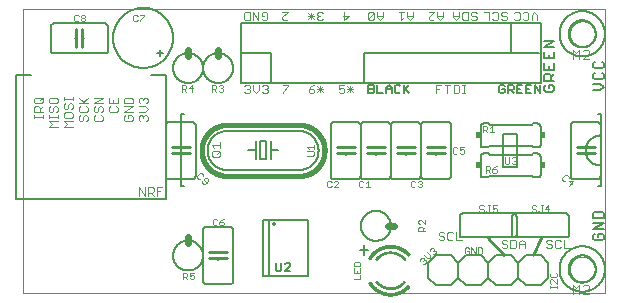
<source format=gto>
G75*
%MOIN*%
%OFA0B0*%
%FSLAX25Y25*%
%IPPOS*%
%LPD*%
%AMOC8*
5,1,8,0,0,1.08239X$1,22.5*
%
%ADD10C,0.00000*%
%ADD11C,0.00400*%
%ADD12C,0.00500*%
%ADD13C,0.01000*%
%ADD14C,0.00300*%
%ADD15C,0.00800*%
%ADD16C,0.00600*%
%ADD17C,0.00200*%
%ADD18C,0.01600*%
%ADD19C,0.00060*%
%ADD20C,0.00100*%
%ADD21C,0.02400*%
%ADD22R,0.01500X0.02000*%
%ADD23C,0.01400*%
D10*
X0013381Y0008000D02*
X0013381Y0102488D01*
X0207431Y0102488D01*
X0207431Y0008000D01*
X0013381Y0008000D01*
X0195547Y0016000D02*
X0195549Y0016128D01*
X0195555Y0016256D01*
X0195565Y0016383D01*
X0195579Y0016511D01*
X0195596Y0016637D01*
X0195618Y0016763D01*
X0195644Y0016889D01*
X0195673Y0017013D01*
X0195706Y0017137D01*
X0195743Y0017259D01*
X0195784Y0017380D01*
X0195829Y0017500D01*
X0195877Y0017619D01*
X0195929Y0017736D01*
X0195985Y0017851D01*
X0196044Y0017965D01*
X0196106Y0018076D01*
X0196172Y0018186D01*
X0196241Y0018293D01*
X0196314Y0018399D01*
X0196390Y0018502D01*
X0196469Y0018602D01*
X0196551Y0018701D01*
X0196636Y0018796D01*
X0196724Y0018889D01*
X0196815Y0018979D01*
X0196908Y0019066D01*
X0197005Y0019151D01*
X0197103Y0019232D01*
X0197205Y0019310D01*
X0197308Y0019385D01*
X0197414Y0019457D01*
X0197522Y0019526D01*
X0197632Y0019591D01*
X0197745Y0019652D01*
X0197859Y0019711D01*
X0197974Y0019765D01*
X0198092Y0019816D01*
X0198210Y0019864D01*
X0198331Y0019907D01*
X0198452Y0019947D01*
X0198575Y0019983D01*
X0198699Y0020016D01*
X0198824Y0020044D01*
X0198949Y0020069D01*
X0199075Y0020089D01*
X0199202Y0020106D01*
X0199330Y0020119D01*
X0199457Y0020128D01*
X0199585Y0020133D01*
X0199713Y0020134D01*
X0199841Y0020131D01*
X0199969Y0020124D01*
X0200096Y0020113D01*
X0200223Y0020098D01*
X0200350Y0020080D01*
X0200476Y0020057D01*
X0200601Y0020030D01*
X0200725Y0020000D01*
X0200848Y0019966D01*
X0200971Y0019928D01*
X0201092Y0019886D01*
X0201211Y0019840D01*
X0201329Y0019791D01*
X0201446Y0019738D01*
X0201561Y0019682D01*
X0201674Y0019622D01*
X0201785Y0019559D01*
X0201894Y0019492D01*
X0202001Y0019422D01*
X0202106Y0019348D01*
X0202208Y0019272D01*
X0202308Y0019192D01*
X0202406Y0019109D01*
X0202501Y0019023D01*
X0202593Y0018934D01*
X0202682Y0018843D01*
X0202769Y0018749D01*
X0202852Y0018652D01*
X0202933Y0018552D01*
X0203010Y0018451D01*
X0203085Y0018346D01*
X0203156Y0018240D01*
X0203223Y0018131D01*
X0203288Y0018021D01*
X0203348Y0017908D01*
X0203406Y0017794D01*
X0203459Y0017678D01*
X0203509Y0017560D01*
X0203556Y0017441D01*
X0203599Y0017320D01*
X0203638Y0017198D01*
X0203673Y0017075D01*
X0203704Y0016951D01*
X0203732Y0016826D01*
X0203755Y0016700D01*
X0203775Y0016574D01*
X0203791Y0016447D01*
X0203803Y0016320D01*
X0203811Y0016192D01*
X0203815Y0016064D01*
X0203815Y0015936D01*
X0203811Y0015808D01*
X0203803Y0015680D01*
X0203791Y0015553D01*
X0203775Y0015426D01*
X0203755Y0015300D01*
X0203732Y0015174D01*
X0203704Y0015049D01*
X0203673Y0014925D01*
X0203638Y0014802D01*
X0203599Y0014680D01*
X0203556Y0014559D01*
X0203509Y0014440D01*
X0203459Y0014322D01*
X0203406Y0014206D01*
X0203348Y0014092D01*
X0203288Y0013979D01*
X0203223Y0013869D01*
X0203156Y0013760D01*
X0203085Y0013654D01*
X0203010Y0013549D01*
X0202933Y0013448D01*
X0202852Y0013348D01*
X0202769Y0013251D01*
X0202682Y0013157D01*
X0202593Y0013066D01*
X0202501Y0012977D01*
X0202406Y0012891D01*
X0202308Y0012808D01*
X0202208Y0012728D01*
X0202106Y0012652D01*
X0202001Y0012578D01*
X0201894Y0012508D01*
X0201785Y0012441D01*
X0201674Y0012378D01*
X0201561Y0012318D01*
X0201446Y0012262D01*
X0201329Y0012209D01*
X0201211Y0012160D01*
X0201092Y0012114D01*
X0200971Y0012072D01*
X0200848Y0012034D01*
X0200725Y0012000D01*
X0200601Y0011970D01*
X0200476Y0011943D01*
X0200350Y0011920D01*
X0200223Y0011902D01*
X0200096Y0011887D01*
X0199969Y0011876D01*
X0199841Y0011869D01*
X0199713Y0011866D01*
X0199585Y0011867D01*
X0199457Y0011872D01*
X0199330Y0011881D01*
X0199202Y0011894D01*
X0199075Y0011911D01*
X0198949Y0011931D01*
X0198824Y0011956D01*
X0198699Y0011984D01*
X0198575Y0012017D01*
X0198452Y0012053D01*
X0198331Y0012093D01*
X0198210Y0012136D01*
X0198092Y0012184D01*
X0197974Y0012235D01*
X0197859Y0012289D01*
X0197745Y0012348D01*
X0197632Y0012409D01*
X0197522Y0012474D01*
X0197414Y0012543D01*
X0197308Y0012615D01*
X0197205Y0012690D01*
X0197103Y0012768D01*
X0197005Y0012849D01*
X0196908Y0012934D01*
X0196815Y0013021D01*
X0196724Y0013111D01*
X0196636Y0013204D01*
X0196551Y0013299D01*
X0196469Y0013398D01*
X0196390Y0013498D01*
X0196314Y0013601D01*
X0196241Y0013707D01*
X0196172Y0013814D01*
X0196106Y0013924D01*
X0196044Y0014035D01*
X0195985Y0014149D01*
X0195929Y0014264D01*
X0195877Y0014381D01*
X0195829Y0014500D01*
X0195784Y0014620D01*
X0195743Y0014741D01*
X0195706Y0014863D01*
X0195673Y0014987D01*
X0195644Y0015111D01*
X0195618Y0015237D01*
X0195596Y0015363D01*
X0195579Y0015489D01*
X0195565Y0015617D01*
X0195555Y0015744D01*
X0195549Y0015872D01*
X0195547Y0016000D01*
X0195547Y0094400D02*
X0195549Y0094528D01*
X0195555Y0094656D01*
X0195565Y0094783D01*
X0195579Y0094911D01*
X0195596Y0095037D01*
X0195618Y0095163D01*
X0195644Y0095289D01*
X0195673Y0095413D01*
X0195706Y0095537D01*
X0195743Y0095659D01*
X0195784Y0095780D01*
X0195829Y0095900D01*
X0195877Y0096019D01*
X0195929Y0096136D01*
X0195985Y0096251D01*
X0196044Y0096365D01*
X0196106Y0096476D01*
X0196172Y0096586D01*
X0196241Y0096693D01*
X0196314Y0096799D01*
X0196390Y0096902D01*
X0196469Y0097002D01*
X0196551Y0097101D01*
X0196636Y0097196D01*
X0196724Y0097289D01*
X0196815Y0097379D01*
X0196908Y0097466D01*
X0197005Y0097551D01*
X0197103Y0097632D01*
X0197205Y0097710D01*
X0197308Y0097785D01*
X0197414Y0097857D01*
X0197522Y0097926D01*
X0197632Y0097991D01*
X0197745Y0098052D01*
X0197859Y0098111D01*
X0197974Y0098165D01*
X0198092Y0098216D01*
X0198210Y0098264D01*
X0198331Y0098307D01*
X0198452Y0098347D01*
X0198575Y0098383D01*
X0198699Y0098416D01*
X0198824Y0098444D01*
X0198949Y0098469D01*
X0199075Y0098489D01*
X0199202Y0098506D01*
X0199330Y0098519D01*
X0199457Y0098528D01*
X0199585Y0098533D01*
X0199713Y0098534D01*
X0199841Y0098531D01*
X0199969Y0098524D01*
X0200096Y0098513D01*
X0200223Y0098498D01*
X0200350Y0098480D01*
X0200476Y0098457D01*
X0200601Y0098430D01*
X0200725Y0098400D01*
X0200848Y0098366D01*
X0200971Y0098328D01*
X0201092Y0098286D01*
X0201211Y0098240D01*
X0201329Y0098191D01*
X0201446Y0098138D01*
X0201561Y0098082D01*
X0201674Y0098022D01*
X0201785Y0097959D01*
X0201894Y0097892D01*
X0202001Y0097822D01*
X0202106Y0097748D01*
X0202208Y0097672D01*
X0202308Y0097592D01*
X0202406Y0097509D01*
X0202501Y0097423D01*
X0202593Y0097334D01*
X0202682Y0097243D01*
X0202769Y0097149D01*
X0202852Y0097052D01*
X0202933Y0096952D01*
X0203010Y0096851D01*
X0203085Y0096746D01*
X0203156Y0096640D01*
X0203223Y0096531D01*
X0203288Y0096421D01*
X0203348Y0096308D01*
X0203406Y0096194D01*
X0203459Y0096078D01*
X0203509Y0095960D01*
X0203556Y0095841D01*
X0203599Y0095720D01*
X0203638Y0095598D01*
X0203673Y0095475D01*
X0203704Y0095351D01*
X0203732Y0095226D01*
X0203755Y0095100D01*
X0203775Y0094974D01*
X0203791Y0094847D01*
X0203803Y0094720D01*
X0203811Y0094592D01*
X0203815Y0094464D01*
X0203815Y0094336D01*
X0203811Y0094208D01*
X0203803Y0094080D01*
X0203791Y0093953D01*
X0203775Y0093826D01*
X0203755Y0093700D01*
X0203732Y0093574D01*
X0203704Y0093449D01*
X0203673Y0093325D01*
X0203638Y0093202D01*
X0203599Y0093080D01*
X0203556Y0092959D01*
X0203509Y0092840D01*
X0203459Y0092722D01*
X0203406Y0092606D01*
X0203348Y0092492D01*
X0203288Y0092379D01*
X0203223Y0092269D01*
X0203156Y0092160D01*
X0203085Y0092054D01*
X0203010Y0091949D01*
X0202933Y0091848D01*
X0202852Y0091748D01*
X0202769Y0091651D01*
X0202682Y0091557D01*
X0202593Y0091466D01*
X0202501Y0091377D01*
X0202406Y0091291D01*
X0202308Y0091208D01*
X0202208Y0091128D01*
X0202106Y0091052D01*
X0202001Y0090978D01*
X0201894Y0090908D01*
X0201785Y0090841D01*
X0201674Y0090778D01*
X0201561Y0090718D01*
X0201446Y0090662D01*
X0201329Y0090609D01*
X0201211Y0090560D01*
X0201092Y0090514D01*
X0200971Y0090472D01*
X0200848Y0090434D01*
X0200725Y0090400D01*
X0200601Y0090370D01*
X0200476Y0090343D01*
X0200350Y0090320D01*
X0200223Y0090302D01*
X0200096Y0090287D01*
X0199969Y0090276D01*
X0199841Y0090269D01*
X0199713Y0090266D01*
X0199585Y0090267D01*
X0199457Y0090272D01*
X0199330Y0090281D01*
X0199202Y0090294D01*
X0199075Y0090311D01*
X0198949Y0090331D01*
X0198824Y0090356D01*
X0198699Y0090384D01*
X0198575Y0090417D01*
X0198452Y0090453D01*
X0198331Y0090493D01*
X0198210Y0090536D01*
X0198092Y0090584D01*
X0197974Y0090635D01*
X0197859Y0090689D01*
X0197745Y0090748D01*
X0197632Y0090809D01*
X0197522Y0090874D01*
X0197414Y0090943D01*
X0197308Y0091015D01*
X0197205Y0091090D01*
X0197103Y0091168D01*
X0197005Y0091249D01*
X0196908Y0091334D01*
X0196815Y0091421D01*
X0196724Y0091511D01*
X0196636Y0091604D01*
X0196551Y0091699D01*
X0196469Y0091798D01*
X0196390Y0091898D01*
X0196314Y0092001D01*
X0196241Y0092107D01*
X0196172Y0092214D01*
X0196106Y0092324D01*
X0196044Y0092435D01*
X0195985Y0092549D01*
X0195929Y0092664D01*
X0195877Y0092781D01*
X0195829Y0092900D01*
X0195784Y0093020D01*
X0195743Y0093141D01*
X0195706Y0093263D01*
X0195673Y0093387D01*
X0195644Y0093511D01*
X0195618Y0093637D01*
X0195596Y0093763D01*
X0195579Y0093889D01*
X0195565Y0094017D01*
X0195555Y0094144D01*
X0195549Y0094272D01*
X0195547Y0094400D01*
D11*
X0184681Y0098898D02*
X0184681Y0100766D01*
X0183747Y0101700D01*
X0182812Y0100766D01*
X0182812Y0098898D01*
X0181734Y0099365D02*
X0181734Y0101233D01*
X0181267Y0101700D01*
X0180333Y0101700D01*
X0179866Y0101233D01*
X0178788Y0101233D02*
X0178321Y0101700D01*
X0177386Y0101700D01*
X0176919Y0101233D01*
X0178788Y0101233D02*
X0178788Y0099365D01*
X0178321Y0098898D01*
X0177386Y0098898D01*
X0176919Y0099365D01*
X0174581Y0099365D02*
X0174581Y0099832D01*
X0174114Y0100299D01*
X0173180Y0100299D01*
X0172712Y0100766D01*
X0172712Y0101233D01*
X0173180Y0101700D01*
X0174114Y0101700D01*
X0174581Y0101233D01*
X0174581Y0099365D02*
X0174114Y0098898D01*
X0173180Y0098898D01*
X0172712Y0099365D01*
X0171634Y0099365D02*
X0171634Y0101233D01*
X0171167Y0101700D01*
X0170233Y0101700D01*
X0169766Y0101233D01*
X0168688Y0101700D02*
X0166819Y0101700D01*
X0168688Y0101700D02*
X0168688Y0098898D01*
X0169766Y0099365D02*
X0170233Y0098898D01*
X0171167Y0098898D01*
X0171634Y0099365D01*
X0164481Y0099365D02*
X0164481Y0099832D01*
X0164014Y0100299D01*
X0163080Y0100299D01*
X0162612Y0100766D01*
X0162612Y0101233D01*
X0163080Y0101700D01*
X0164014Y0101700D01*
X0164481Y0101233D01*
X0161534Y0101700D02*
X0160133Y0101700D01*
X0159666Y0101233D01*
X0159666Y0099365D01*
X0160133Y0098898D01*
X0161534Y0098898D01*
X0161534Y0101700D01*
X0158588Y0101700D02*
X0158588Y0099832D01*
X0157654Y0098898D01*
X0156719Y0099832D01*
X0156719Y0101700D01*
X0153281Y0101700D02*
X0153281Y0099832D01*
X0152347Y0098898D01*
X0151412Y0099832D01*
X0151412Y0101700D01*
X0150334Y0101700D02*
X0148466Y0099832D01*
X0148466Y0099365D01*
X0148933Y0098898D01*
X0149867Y0098898D01*
X0150334Y0099365D01*
X0151412Y0100299D02*
X0153281Y0100299D01*
X0156719Y0100299D02*
X0158588Y0100299D01*
X0162612Y0099365D02*
X0163080Y0098898D01*
X0164014Y0098898D01*
X0164481Y0099365D01*
X0150334Y0101700D02*
X0148466Y0101700D01*
X0143281Y0101700D02*
X0143281Y0099832D01*
X0142347Y0098898D01*
X0141412Y0099832D01*
X0141412Y0101700D01*
X0140334Y0101700D02*
X0138466Y0101700D01*
X0139400Y0101700D02*
X0139400Y0098898D01*
X0140334Y0099832D01*
X0141412Y0100299D02*
X0143281Y0100299D01*
X0133181Y0100299D02*
X0131312Y0100299D01*
X0131312Y0099832D02*
X0131312Y0101700D01*
X0130234Y0101233D02*
X0128366Y0099365D01*
X0128366Y0101233D01*
X0128833Y0101700D01*
X0129767Y0101700D01*
X0130234Y0101233D01*
X0130234Y0099365D01*
X0129767Y0098898D01*
X0128833Y0098898D01*
X0128366Y0099365D01*
X0131312Y0099832D02*
X0132247Y0098898D01*
X0133181Y0099832D01*
X0133181Y0101700D01*
X0121781Y0100299D02*
X0120380Y0098898D01*
X0120380Y0101700D01*
X0119912Y0100299D02*
X0121781Y0100299D01*
X0113181Y0101233D02*
X0112714Y0101700D01*
X0111780Y0101700D01*
X0111312Y0101233D01*
X0111312Y0100766D01*
X0111780Y0100299D01*
X0112247Y0100299D01*
X0111780Y0100299D02*
X0111312Y0099832D01*
X0111312Y0099365D01*
X0111780Y0098898D01*
X0112714Y0098898D01*
X0113181Y0099365D01*
X0110234Y0099365D02*
X0108366Y0101233D01*
X0109300Y0101233D02*
X0109300Y0099365D01*
X0108366Y0099365D02*
X0110234Y0101233D01*
X0110234Y0100299D02*
X0108366Y0100299D01*
X0101581Y0099365D02*
X0101114Y0098898D01*
X0100180Y0098898D01*
X0099712Y0099365D01*
X0099712Y0099832D01*
X0101581Y0101700D01*
X0099712Y0101700D01*
X0094681Y0101233D02*
X0094214Y0101700D01*
X0093280Y0101700D01*
X0092812Y0101233D01*
X0092812Y0100299D01*
X0093747Y0100299D01*
X0094681Y0099365D02*
X0094681Y0101233D01*
X0094681Y0099365D02*
X0094214Y0098898D01*
X0093280Y0098898D01*
X0092812Y0099365D01*
X0091734Y0098898D02*
X0089866Y0101700D01*
X0089866Y0098898D01*
X0088788Y0098898D02*
X0087386Y0098898D01*
X0086919Y0099365D01*
X0086919Y0101233D01*
X0087386Y0101700D01*
X0088788Y0101700D01*
X0088788Y0098898D01*
X0091734Y0098898D02*
X0091734Y0101700D01*
X0091895Y0077402D02*
X0091895Y0075534D01*
X0090961Y0074600D01*
X0090027Y0075534D01*
X0090027Y0077402D01*
X0088949Y0076935D02*
X0088482Y0077402D01*
X0087548Y0077402D01*
X0087081Y0076935D01*
X0088015Y0076001D02*
X0088482Y0076001D01*
X0088949Y0075534D01*
X0088949Y0075067D01*
X0088482Y0074600D01*
X0087548Y0074600D01*
X0087081Y0075067D01*
X0088482Y0076001D02*
X0088949Y0076468D01*
X0088949Y0076935D01*
X0092974Y0076935D02*
X0093441Y0077402D01*
X0094375Y0077402D01*
X0094842Y0076935D01*
X0094842Y0076468D01*
X0094375Y0076001D01*
X0094842Y0075534D01*
X0094842Y0075067D01*
X0094375Y0074600D01*
X0093441Y0074600D01*
X0092974Y0075067D01*
X0093908Y0076001D02*
X0094375Y0076001D01*
X0099881Y0075067D02*
X0099881Y0074600D01*
X0099881Y0075067D02*
X0101749Y0076935D01*
X0101749Y0077402D01*
X0099881Y0077402D01*
X0108481Y0076001D02*
X0108481Y0075067D01*
X0108948Y0074600D01*
X0109882Y0074600D01*
X0110349Y0075067D01*
X0110349Y0075534D01*
X0109882Y0076001D01*
X0108481Y0076001D01*
X0109415Y0076935D01*
X0110349Y0077402D01*
X0111427Y0076935D02*
X0113295Y0075067D01*
X0112361Y0075067D02*
X0112361Y0076935D01*
X0113295Y0076935D02*
X0111427Y0075067D01*
X0111427Y0076001D02*
X0113295Y0076001D01*
X0118481Y0076001D02*
X0119415Y0076468D01*
X0119882Y0076468D01*
X0120349Y0076001D01*
X0120349Y0075067D01*
X0119882Y0074600D01*
X0118948Y0074600D01*
X0118481Y0075067D01*
X0118481Y0076001D02*
X0118481Y0077402D01*
X0120349Y0077402D01*
X0121427Y0076935D02*
X0123295Y0075067D01*
X0122361Y0075067D02*
X0122361Y0076935D01*
X0123295Y0076935D02*
X0121427Y0075067D01*
X0121427Y0076001D02*
X0123295Y0076001D01*
X0150881Y0076001D02*
X0151815Y0076001D01*
X0150881Y0074600D02*
X0150881Y0077402D01*
X0152749Y0077402D01*
X0153827Y0077402D02*
X0155695Y0077402D01*
X0154761Y0077402D02*
X0154761Y0074600D01*
X0156774Y0074600D02*
X0158175Y0074600D01*
X0158642Y0075067D01*
X0158642Y0076935D01*
X0158175Y0077402D01*
X0156774Y0077402D01*
X0156774Y0074600D01*
X0159720Y0074600D02*
X0160654Y0074600D01*
X0160187Y0074600D02*
X0160187Y0077402D01*
X0159720Y0077402D02*
X0160654Y0077402D01*
X0180333Y0098898D02*
X0181267Y0098898D01*
X0181734Y0099365D01*
X0180333Y0098898D02*
X0179866Y0099365D01*
X0157674Y0028302D02*
X0157674Y0025500D01*
X0159542Y0025500D01*
X0156595Y0025967D02*
X0156128Y0025500D01*
X0155194Y0025500D01*
X0154727Y0025967D01*
X0154727Y0027835D01*
X0155194Y0028302D01*
X0156128Y0028302D01*
X0156595Y0027835D01*
X0153649Y0027835D02*
X0153182Y0028302D01*
X0152248Y0028302D01*
X0151781Y0027835D01*
X0151781Y0027368D01*
X0152248Y0026901D01*
X0153182Y0026901D01*
X0153649Y0026434D01*
X0153649Y0025967D01*
X0153182Y0025500D01*
X0152248Y0025500D01*
X0151781Y0025967D01*
X0172781Y0025335D02*
X0172781Y0024868D01*
X0173248Y0024401D01*
X0174182Y0024401D01*
X0174649Y0023934D01*
X0174649Y0023467D01*
X0174182Y0023000D01*
X0173248Y0023000D01*
X0172781Y0023467D01*
X0175727Y0023000D02*
X0177128Y0023000D01*
X0177595Y0023467D01*
X0177595Y0025335D01*
X0177128Y0025802D01*
X0175727Y0025802D01*
X0175727Y0023000D01*
X0174649Y0025335D02*
X0174182Y0025802D01*
X0173248Y0025802D01*
X0172781Y0025335D01*
X0178674Y0024868D02*
X0178674Y0023000D01*
X0178674Y0024401D02*
X0180542Y0024401D01*
X0180542Y0024868D02*
X0180542Y0023000D01*
X0180542Y0024868D02*
X0179608Y0025802D01*
X0178674Y0024868D01*
X0187681Y0024868D02*
X0188148Y0024401D01*
X0189082Y0024401D01*
X0189549Y0023934D01*
X0189549Y0023467D01*
X0189082Y0023000D01*
X0188148Y0023000D01*
X0187681Y0023467D01*
X0190627Y0023467D02*
X0191094Y0023000D01*
X0192028Y0023000D01*
X0192495Y0023467D01*
X0193574Y0023000D02*
X0195442Y0023000D01*
X0193574Y0023000D02*
X0193574Y0025802D01*
X0192495Y0025335D02*
X0192028Y0025802D01*
X0191094Y0025802D01*
X0190627Y0025335D01*
X0190627Y0023467D01*
X0189549Y0025335D02*
X0189082Y0025802D01*
X0188148Y0025802D01*
X0187681Y0025335D01*
X0187681Y0024868D01*
D12*
X0128381Y0022350D02*
X0125481Y0022350D01*
X0126881Y0023850D02*
X0126881Y0020750D01*
X0102279Y0017502D02*
X0102279Y0017052D01*
X0100477Y0015250D01*
X0102279Y0015250D01*
X0099332Y0015700D02*
X0099332Y0017952D01*
X0100477Y0017502D02*
X0100928Y0017952D01*
X0101828Y0017952D01*
X0102279Y0017502D01*
X0099332Y0015700D02*
X0098882Y0015250D01*
X0097981Y0015250D01*
X0097531Y0015700D01*
X0097531Y0017952D01*
X0060781Y0039250D02*
X0010781Y0039250D01*
X0010781Y0080500D01*
X0015781Y0080500D01*
X0055781Y0080500D02*
X0060781Y0080500D01*
X0060781Y0039250D01*
X0128431Y0074650D02*
X0129782Y0074650D01*
X0130232Y0075100D01*
X0130232Y0075551D01*
X0129782Y0076001D01*
X0128431Y0076001D01*
X0129782Y0076001D02*
X0130232Y0076452D01*
X0130232Y0076902D01*
X0129782Y0077352D01*
X0128431Y0077352D01*
X0128431Y0074650D01*
X0131377Y0074650D02*
X0133179Y0074650D01*
X0134324Y0074650D02*
X0134324Y0076452D01*
X0135225Y0077352D01*
X0136125Y0076452D01*
X0136125Y0074650D01*
X0137270Y0075100D02*
X0137721Y0074650D01*
X0138621Y0074650D01*
X0139072Y0075100D01*
X0140217Y0074650D02*
X0140217Y0077352D01*
X0139072Y0076902D02*
X0138621Y0077352D01*
X0137721Y0077352D01*
X0137270Y0076902D01*
X0137270Y0075100D01*
X0136125Y0076001D02*
X0134324Y0076001D01*
X0131377Y0077352D02*
X0131377Y0074650D01*
X0140217Y0075551D02*
X0142018Y0077352D01*
X0140667Y0076001D02*
X0142018Y0074650D01*
X0172031Y0075100D02*
X0172481Y0074650D01*
X0173382Y0074650D01*
X0173832Y0075100D01*
X0173832Y0076001D01*
X0172931Y0076001D01*
X0172031Y0076902D02*
X0172031Y0075100D01*
X0172031Y0076902D02*
X0172481Y0077352D01*
X0173382Y0077352D01*
X0173832Y0076902D01*
X0174977Y0077352D02*
X0176328Y0077352D01*
X0176779Y0076902D01*
X0176779Y0076001D01*
X0176328Y0075551D01*
X0174977Y0075551D01*
X0175878Y0075551D02*
X0176779Y0074650D01*
X0177924Y0074650D02*
X0179725Y0074650D01*
X0180870Y0074650D02*
X0182672Y0074650D01*
X0183817Y0074650D02*
X0183817Y0077352D01*
X0185618Y0074650D01*
X0185618Y0077352D01*
X0182672Y0077352D02*
X0180870Y0077352D01*
X0180870Y0074650D01*
X0180870Y0076001D02*
X0181771Y0076001D01*
X0179725Y0077352D02*
X0177924Y0077352D01*
X0177924Y0074650D01*
X0174977Y0074650D02*
X0174977Y0077352D01*
X0177924Y0076001D02*
X0178825Y0076001D01*
D13*
X0197781Y0056500D02*
X0200781Y0056500D01*
X0203781Y0056500D01*
X0203781Y0054500D02*
X0200781Y0054500D01*
X0197781Y0054500D01*
X0153881Y0054600D02*
X0150881Y0054600D01*
X0147881Y0054600D01*
X0147881Y0056600D02*
X0150881Y0056600D01*
X0153881Y0056600D01*
X0143781Y0056500D02*
X0140781Y0056500D01*
X0137781Y0056500D01*
X0137781Y0054500D02*
X0140781Y0054500D01*
X0143781Y0054500D01*
X0133781Y0054500D02*
X0130781Y0054500D01*
X0127781Y0054500D01*
X0127781Y0056500D02*
X0130781Y0056500D01*
X0133781Y0056500D01*
X0123781Y0056500D02*
X0120781Y0056500D01*
X0117781Y0056500D01*
X0117781Y0054500D02*
X0120781Y0054500D01*
X0123781Y0054500D01*
X0068781Y0054500D02*
X0065781Y0054500D01*
X0062781Y0054500D01*
X0062781Y0056500D02*
X0065781Y0056500D01*
X0068781Y0056500D01*
X0075281Y0021500D02*
X0078281Y0021500D01*
X0081281Y0021500D01*
X0081281Y0019500D02*
X0078281Y0019500D01*
X0075281Y0019500D01*
X0168281Y0026300D02*
X0173481Y0020700D01*
X0183381Y0020700D02*
X0185781Y0026300D01*
X0033081Y0089900D02*
X0033081Y0092900D01*
X0033081Y0095900D01*
X0031081Y0095900D02*
X0031081Y0092900D01*
X0031081Y0089900D01*
D14*
X0031928Y0073138D02*
X0033863Y0071203D01*
X0033379Y0071687D02*
X0034831Y0073138D01*
X0036928Y0073138D02*
X0039831Y0073138D01*
X0036928Y0071203D01*
X0039831Y0071203D01*
X0039347Y0070192D02*
X0039831Y0069708D01*
X0039831Y0068741D01*
X0039347Y0068257D01*
X0039347Y0067245D02*
X0039831Y0066762D01*
X0039831Y0065794D01*
X0039347Y0065310D01*
X0037412Y0065310D01*
X0036928Y0065794D01*
X0036928Y0066762D01*
X0037412Y0067245D01*
X0037412Y0068257D02*
X0037896Y0068257D01*
X0038379Y0068741D01*
X0038379Y0069708D01*
X0038863Y0070192D01*
X0039347Y0070192D01*
X0037412Y0070192D02*
X0036928Y0069708D01*
X0036928Y0068741D01*
X0037412Y0068257D01*
X0034831Y0068741D02*
X0034831Y0069708D01*
X0034347Y0070192D01*
X0034831Y0071203D02*
X0031928Y0071203D01*
X0032412Y0070192D02*
X0031928Y0069708D01*
X0031928Y0068741D01*
X0032412Y0068257D01*
X0034347Y0068257D01*
X0034831Y0068741D01*
X0034347Y0067245D02*
X0034831Y0066762D01*
X0034831Y0065794D01*
X0034347Y0065310D01*
X0033379Y0065794D02*
X0033379Y0066762D01*
X0033863Y0067245D01*
X0034347Y0067245D01*
X0033379Y0065794D02*
X0032896Y0065310D01*
X0032412Y0065310D01*
X0031928Y0065794D01*
X0031928Y0066762D01*
X0032412Y0067245D01*
X0029831Y0066776D02*
X0029831Y0067744D01*
X0029347Y0068228D01*
X0027412Y0068228D01*
X0026928Y0067744D01*
X0026928Y0066776D01*
X0027412Y0066293D01*
X0029347Y0066293D01*
X0029831Y0066776D01*
X0029831Y0065281D02*
X0026928Y0065281D01*
X0027896Y0064314D01*
X0026928Y0063346D01*
X0029831Y0063346D01*
X0024831Y0063346D02*
X0021928Y0063346D01*
X0022896Y0064314D01*
X0021928Y0065281D01*
X0024831Y0065281D01*
X0024831Y0066293D02*
X0024831Y0067260D01*
X0024831Y0066776D02*
X0021928Y0066776D01*
X0021928Y0066293D02*
X0021928Y0067260D01*
X0022412Y0068257D02*
X0022896Y0068257D01*
X0023379Y0068741D01*
X0023379Y0069708D01*
X0023863Y0070192D01*
X0024347Y0070192D01*
X0024831Y0069708D01*
X0024831Y0068741D01*
X0024347Y0068257D01*
X0022412Y0068257D02*
X0021928Y0068741D01*
X0021928Y0069708D01*
X0022412Y0070192D01*
X0022412Y0071203D02*
X0024347Y0071203D01*
X0024831Y0071687D01*
X0024831Y0072655D01*
X0024347Y0073138D01*
X0022412Y0073138D01*
X0021928Y0072655D01*
X0021928Y0071687D01*
X0022412Y0071203D01*
X0019831Y0071687D02*
X0019347Y0071203D01*
X0017412Y0071203D01*
X0016928Y0071687D01*
X0016928Y0072655D01*
X0017412Y0073138D01*
X0019347Y0073138D01*
X0019831Y0072655D01*
X0019831Y0071687D01*
X0018863Y0072171D02*
X0019831Y0073138D01*
X0019831Y0070192D02*
X0018863Y0069224D01*
X0018863Y0069708D02*
X0018863Y0068257D01*
X0019831Y0068257D02*
X0016928Y0068257D01*
X0016928Y0069708D01*
X0017412Y0070192D01*
X0018379Y0070192D01*
X0018863Y0069708D01*
X0019831Y0067260D02*
X0019831Y0066293D01*
X0019831Y0066776D02*
X0016928Y0066776D01*
X0016928Y0066293D02*
X0016928Y0067260D01*
X0026928Y0069723D02*
X0027412Y0069239D01*
X0027896Y0069239D01*
X0028379Y0069723D01*
X0028379Y0070690D01*
X0028863Y0071174D01*
X0029347Y0071174D01*
X0029831Y0070690D01*
X0029831Y0069723D01*
X0029347Y0069239D01*
X0026928Y0069723D02*
X0026928Y0070690D01*
X0027412Y0071174D01*
X0026928Y0072186D02*
X0026928Y0073153D01*
X0026928Y0072669D02*
X0029831Y0072669D01*
X0029831Y0072186D02*
X0029831Y0073153D01*
X0041928Y0073138D02*
X0041928Y0071203D01*
X0044831Y0071203D01*
X0044831Y0073138D01*
X0043379Y0072171D02*
X0043379Y0071203D01*
X0042412Y0070192D02*
X0041928Y0069708D01*
X0041928Y0068741D01*
X0042412Y0068257D01*
X0044347Y0068257D01*
X0044831Y0068741D01*
X0044831Y0069708D01*
X0044347Y0070192D01*
X0046928Y0070192D02*
X0049831Y0070192D01*
X0046928Y0068257D01*
X0049831Y0068257D01*
X0049347Y0067245D02*
X0048379Y0067245D01*
X0048379Y0066278D01*
X0047412Y0067245D02*
X0046928Y0066762D01*
X0046928Y0065794D01*
X0047412Y0065310D01*
X0049347Y0065310D01*
X0049831Y0065794D01*
X0049831Y0066762D01*
X0049347Y0067245D01*
X0051928Y0066762D02*
X0051928Y0065794D01*
X0052412Y0065310D01*
X0053379Y0066278D02*
X0053379Y0066762D01*
X0053863Y0067245D01*
X0054347Y0067245D01*
X0054831Y0066762D01*
X0054831Y0065794D01*
X0054347Y0065310D01*
X0053379Y0066762D02*
X0052896Y0067245D01*
X0052412Y0067245D01*
X0051928Y0066762D01*
X0051928Y0068257D02*
X0053863Y0068257D01*
X0054831Y0069224D01*
X0053863Y0070192D01*
X0051928Y0070192D01*
X0052412Y0071203D02*
X0051928Y0071687D01*
X0051928Y0072655D01*
X0052412Y0073138D01*
X0052896Y0073138D01*
X0053379Y0072655D01*
X0053863Y0073138D01*
X0054347Y0073138D01*
X0054831Y0072655D01*
X0054831Y0071687D01*
X0054347Y0071203D01*
X0053379Y0072171D02*
X0053379Y0072655D01*
X0049831Y0072655D02*
X0049831Y0071203D01*
X0046928Y0071203D01*
X0046928Y0072655D01*
X0047412Y0073138D01*
X0049347Y0073138D01*
X0049831Y0072655D01*
X0079031Y0058331D02*
X0079031Y0056397D01*
X0079031Y0057364D02*
X0076128Y0057364D01*
X0077096Y0056397D01*
X0076612Y0055385D02*
X0078547Y0055385D01*
X0079031Y0054901D01*
X0079031Y0053934D01*
X0078547Y0053450D01*
X0076612Y0053450D01*
X0076128Y0053934D01*
X0076128Y0054901D01*
X0076612Y0055385D01*
X0078063Y0054417D02*
X0079031Y0055385D01*
X0059759Y0043302D02*
X0057824Y0043302D01*
X0057824Y0040400D01*
X0056812Y0040400D02*
X0055845Y0041367D01*
X0056328Y0041367D02*
X0054877Y0041367D01*
X0054877Y0040400D02*
X0054877Y0043302D01*
X0056328Y0043302D01*
X0056812Y0042819D01*
X0056812Y0041851D01*
X0056328Y0041367D01*
X0057824Y0041851D02*
X0058791Y0041851D01*
X0053866Y0040400D02*
X0053866Y0043302D01*
X0051931Y0043302D02*
X0053866Y0040400D01*
X0051931Y0040400D02*
X0051931Y0043302D01*
X0145742Y0019246D02*
X0145742Y0018751D01*
X0145742Y0019246D02*
X0146238Y0019741D01*
X0146733Y0019741D01*
X0146981Y0019494D01*
X0146981Y0018998D01*
X0147476Y0018998D01*
X0147724Y0018751D01*
X0147724Y0018255D01*
X0147228Y0017760D01*
X0146733Y0017760D01*
X0146733Y0018751D02*
X0146981Y0018998D01*
X0148048Y0019570D02*
X0149039Y0019570D01*
X0149039Y0020561D01*
X0148048Y0021552D01*
X0148867Y0021876D02*
X0148867Y0022371D01*
X0149363Y0022867D01*
X0149858Y0022867D01*
X0150106Y0022619D01*
X0150106Y0022124D01*
X0150601Y0022124D01*
X0150849Y0021876D01*
X0150849Y0021380D01*
X0150354Y0020885D01*
X0149858Y0020885D01*
X0149858Y0021876D02*
X0150106Y0022124D01*
X0148048Y0019570D02*
X0147057Y0020561D01*
X0160531Y0021400D02*
X0160881Y0021050D01*
X0161582Y0021050D01*
X0161932Y0021400D01*
X0161932Y0022101D01*
X0161231Y0022101D01*
X0160531Y0022801D02*
X0160531Y0021400D01*
X0160531Y0022801D02*
X0160881Y0023152D01*
X0161582Y0023152D01*
X0161932Y0022801D01*
X0162741Y0023152D02*
X0164142Y0021050D01*
X0164142Y0023152D01*
X0164950Y0023152D02*
X0166001Y0023152D01*
X0166352Y0022801D01*
X0166352Y0021400D01*
X0166001Y0021050D01*
X0164950Y0021050D01*
X0164950Y0023152D01*
X0162741Y0023152D02*
X0162741Y0021050D01*
X0196568Y0010735D02*
X0196568Y0007489D01*
X0198732Y0007489D02*
X0198732Y0010735D01*
X0197650Y0009653D01*
X0196568Y0010735D01*
X0199831Y0010194D02*
X0200372Y0010735D01*
X0201454Y0010735D01*
X0201995Y0010194D01*
X0201995Y0009653D01*
X0199831Y0007489D01*
X0201995Y0007489D01*
X0201995Y0085889D02*
X0199831Y0085889D01*
X0201995Y0088053D01*
X0201995Y0088594D01*
X0201454Y0089135D01*
X0200372Y0089135D01*
X0199831Y0088594D01*
X0198732Y0089135D02*
X0198732Y0085889D01*
X0196568Y0085889D02*
X0196568Y0089135D01*
X0197650Y0088053D01*
X0198732Y0089135D01*
D15*
X0195147Y0094400D02*
X0195149Y0094534D01*
X0195155Y0094669D01*
X0195165Y0094803D01*
X0195179Y0094936D01*
X0195197Y0095069D01*
X0195218Y0095202D01*
X0195244Y0095334D01*
X0195274Y0095465D01*
X0195307Y0095595D01*
X0195345Y0095724D01*
X0195386Y0095852D01*
X0195431Y0095979D01*
X0195479Y0096104D01*
X0195532Y0096228D01*
X0195588Y0096350D01*
X0195647Y0096470D01*
X0195710Y0096589D01*
X0195777Y0096706D01*
X0195847Y0096820D01*
X0195920Y0096933D01*
X0195997Y0097043D01*
X0196077Y0097151D01*
X0196160Y0097257D01*
X0196246Y0097360D01*
X0196336Y0097460D01*
X0196428Y0097558D01*
X0196523Y0097653D01*
X0196621Y0097745D01*
X0196721Y0097835D01*
X0196824Y0097921D01*
X0196930Y0098004D01*
X0197038Y0098084D01*
X0197148Y0098161D01*
X0197261Y0098234D01*
X0197375Y0098304D01*
X0197492Y0098371D01*
X0197611Y0098434D01*
X0197731Y0098493D01*
X0197853Y0098549D01*
X0197977Y0098602D01*
X0198102Y0098650D01*
X0198229Y0098695D01*
X0198357Y0098736D01*
X0198486Y0098774D01*
X0198616Y0098807D01*
X0198747Y0098837D01*
X0198879Y0098863D01*
X0199012Y0098884D01*
X0199145Y0098902D01*
X0199278Y0098916D01*
X0199412Y0098926D01*
X0199547Y0098932D01*
X0199681Y0098934D01*
X0199815Y0098932D01*
X0199950Y0098926D01*
X0200084Y0098916D01*
X0200217Y0098902D01*
X0200350Y0098884D01*
X0200483Y0098863D01*
X0200615Y0098837D01*
X0200746Y0098807D01*
X0200876Y0098774D01*
X0201005Y0098736D01*
X0201133Y0098695D01*
X0201260Y0098650D01*
X0201385Y0098602D01*
X0201509Y0098549D01*
X0201631Y0098493D01*
X0201751Y0098434D01*
X0201870Y0098371D01*
X0201987Y0098304D01*
X0202101Y0098234D01*
X0202214Y0098161D01*
X0202324Y0098084D01*
X0202432Y0098004D01*
X0202538Y0097921D01*
X0202641Y0097835D01*
X0202741Y0097745D01*
X0202839Y0097653D01*
X0202934Y0097558D01*
X0203026Y0097460D01*
X0203116Y0097360D01*
X0203202Y0097257D01*
X0203285Y0097151D01*
X0203365Y0097043D01*
X0203442Y0096933D01*
X0203515Y0096820D01*
X0203585Y0096706D01*
X0203652Y0096589D01*
X0203715Y0096470D01*
X0203774Y0096350D01*
X0203830Y0096228D01*
X0203883Y0096104D01*
X0203931Y0095979D01*
X0203976Y0095852D01*
X0204017Y0095724D01*
X0204055Y0095595D01*
X0204088Y0095465D01*
X0204118Y0095334D01*
X0204144Y0095202D01*
X0204165Y0095069D01*
X0204183Y0094936D01*
X0204197Y0094803D01*
X0204207Y0094669D01*
X0204213Y0094534D01*
X0204215Y0094400D01*
X0204213Y0094266D01*
X0204207Y0094131D01*
X0204197Y0093997D01*
X0204183Y0093864D01*
X0204165Y0093731D01*
X0204144Y0093598D01*
X0204118Y0093466D01*
X0204088Y0093335D01*
X0204055Y0093205D01*
X0204017Y0093076D01*
X0203976Y0092948D01*
X0203931Y0092821D01*
X0203883Y0092696D01*
X0203830Y0092572D01*
X0203774Y0092450D01*
X0203715Y0092330D01*
X0203652Y0092211D01*
X0203585Y0092094D01*
X0203515Y0091980D01*
X0203442Y0091867D01*
X0203365Y0091757D01*
X0203285Y0091649D01*
X0203202Y0091543D01*
X0203116Y0091440D01*
X0203026Y0091340D01*
X0202934Y0091242D01*
X0202839Y0091147D01*
X0202741Y0091055D01*
X0202641Y0090965D01*
X0202538Y0090879D01*
X0202432Y0090796D01*
X0202324Y0090716D01*
X0202214Y0090639D01*
X0202101Y0090566D01*
X0201987Y0090496D01*
X0201870Y0090429D01*
X0201751Y0090366D01*
X0201631Y0090307D01*
X0201509Y0090251D01*
X0201385Y0090198D01*
X0201260Y0090150D01*
X0201133Y0090105D01*
X0201005Y0090064D01*
X0200876Y0090026D01*
X0200746Y0089993D01*
X0200615Y0089963D01*
X0200483Y0089937D01*
X0200350Y0089916D01*
X0200217Y0089898D01*
X0200084Y0089884D01*
X0199950Y0089874D01*
X0199815Y0089868D01*
X0199681Y0089866D01*
X0199547Y0089868D01*
X0199412Y0089874D01*
X0199278Y0089884D01*
X0199145Y0089898D01*
X0199012Y0089916D01*
X0198879Y0089937D01*
X0198747Y0089963D01*
X0198616Y0089993D01*
X0198486Y0090026D01*
X0198357Y0090064D01*
X0198229Y0090105D01*
X0198102Y0090150D01*
X0197977Y0090198D01*
X0197853Y0090251D01*
X0197731Y0090307D01*
X0197611Y0090366D01*
X0197492Y0090429D01*
X0197375Y0090496D01*
X0197261Y0090566D01*
X0197148Y0090639D01*
X0197038Y0090716D01*
X0196930Y0090796D01*
X0196824Y0090879D01*
X0196721Y0090965D01*
X0196621Y0091055D01*
X0196523Y0091147D01*
X0196428Y0091242D01*
X0196336Y0091340D01*
X0196246Y0091440D01*
X0196160Y0091543D01*
X0196077Y0091649D01*
X0195997Y0091757D01*
X0195920Y0091867D01*
X0195847Y0091980D01*
X0195777Y0092094D01*
X0195710Y0092211D01*
X0195647Y0092330D01*
X0195588Y0092450D01*
X0195532Y0092572D01*
X0195479Y0092696D01*
X0195431Y0092821D01*
X0195386Y0092948D01*
X0195345Y0093076D01*
X0195307Y0093205D01*
X0195274Y0093335D01*
X0195244Y0093466D01*
X0195218Y0093598D01*
X0195197Y0093731D01*
X0195179Y0093864D01*
X0195165Y0093997D01*
X0195155Y0094131D01*
X0195149Y0094266D01*
X0195147Y0094400D01*
X0185381Y0088000D02*
X0175881Y0088000D01*
X0175881Y0097500D01*
X0175881Y0088000D02*
X0126881Y0088000D01*
X0126881Y0078500D01*
X0173271Y0061012D02*
X0178094Y0061012D01*
X0178094Y0050037D01*
X0173271Y0050037D01*
X0173271Y0061012D01*
X0204781Y0067500D02*
X0205781Y0067500D01*
X0205781Y0060500D01*
X0205641Y0060498D01*
X0205501Y0060492D01*
X0205361Y0060482D01*
X0205221Y0060469D01*
X0205082Y0060451D01*
X0204943Y0060429D01*
X0204806Y0060404D01*
X0204668Y0060375D01*
X0204532Y0060342D01*
X0204397Y0060305D01*
X0204263Y0060264D01*
X0204130Y0060219D01*
X0203998Y0060171D01*
X0203868Y0060119D01*
X0203739Y0060064D01*
X0203612Y0060005D01*
X0203486Y0059942D01*
X0203362Y0059876D01*
X0203241Y0059807D01*
X0203121Y0059734D01*
X0203003Y0059657D01*
X0202888Y0059578D01*
X0202774Y0059495D01*
X0202664Y0059409D01*
X0202555Y0059320D01*
X0202449Y0059228D01*
X0202346Y0059133D01*
X0202245Y0059036D01*
X0202148Y0058935D01*
X0202053Y0058832D01*
X0201961Y0058726D01*
X0201872Y0058617D01*
X0201786Y0058507D01*
X0201703Y0058393D01*
X0201624Y0058278D01*
X0201547Y0058160D01*
X0201474Y0058040D01*
X0201405Y0057919D01*
X0201339Y0057795D01*
X0201276Y0057669D01*
X0201217Y0057542D01*
X0201162Y0057413D01*
X0201110Y0057283D01*
X0201062Y0057151D01*
X0201017Y0057018D01*
X0200976Y0056884D01*
X0200939Y0056749D01*
X0200906Y0056613D01*
X0200877Y0056475D01*
X0200852Y0056338D01*
X0200830Y0056199D01*
X0200812Y0056060D01*
X0200799Y0055920D01*
X0200789Y0055780D01*
X0200783Y0055640D01*
X0200781Y0055500D01*
X0200783Y0055360D01*
X0200789Y0055220D01*
X0200799Y0055080D01*
X0200812Y0054940D01*
X0200830Y0054801D01*
X0200852Y0054662D01*
X0200877Y0054525D01*
X0200906Y0054387D01*
X0200939Y0054251D01*
X0200976Y0054116D01*
X0201017Y0053982D01*
X0201062Y0053849D01*
X0201110Y0053717D01*
X0201162Y0053587D01*
X0201217Y0053458D01*
X0201276Y0053331D01*
X0201339Y0053205D01*
X0201405Y0053081D01*
X0201474Y0052960D01*
X0201547Y0052840D01*
X0201624Y0052722D01*
X0201703Y0052607D01*
X0201786Y0052493D01*
X0201872Y0052383D01*
X0201961Y0052274D01*
X0202053Y0052168D01*
X0202148Y0052065D01*
X0202245Y0051964D01*
X0202346Y0051867D01*
X0202449Y0051772D01*
X0202555Y0051680D01*
X0202664Y0051591D01*
X0202774Y0051505D01*
X0202888Y0051422D01*
X0203003Y0051343D01*
X0203121Y0051266D01*
X0203241Y0051193D01*
X0203362Y0051124D01*
X0203486Y0051058D01*
X0203612Y0050995D01*
X0203739Y0050936D01*
X0203868Y0050881D01*
X0203998Y0050829D01*
X0204130Y0050781D01*
X0204263Y0050736D01*
X0204397Y0050695D01*
X0204532Y0050658D01*
X0204668Y0050625D01*
X0204806Y0050596D01*
X0204943Y0050571D01*
X0205082Y0050549D01*
X0205221Y0050531D01*
X0205361Y0050518D01*
X0205501Y0050508D01*
X0205641Y0050502D01*
X0205781Y0050500D01*
X0205781Y0043500D01*
X0204781Y0043500D01*
X0195147Y0016000D02*
X0195149Y0016134D01*
X0195155Y0016269D01*
X0195165Y0016403D01*
X0195179Y0016536D01*
X0195197Y0016669D01*
X0195218Y0016802D01*
X0195244Y0016934D01*
X0195274Y0017065D01*
X0195307Y0017195D01*
X0195345Y0017324D01*
X0195386Y0017452D01*
X0195431Y0017579D01*
X0195479Y0017704D01*
X0195532Y0017828D01*
X0195588Y0017950D01*
X0195647Y0018070D01*
X0195710Y0018189D01*
X0195777Y0018306D01*
X0195847Y0018420D01*
X0195920Y0018533D01*
X0195997Y0018643D01*
X0196077Y0018751D01*
X0196160Y0018857D01*
X0196246Y0018960D01*
X0196336Y0019060D01*
X0196428Y0019158D01*
X0196523Y0019253D01*
X0196621Y0019345D01*
X0196721Y0019435D01*
X0196824Y0019521D01*
X0196930Y0019604D01*
X0197038Y0019684D01*
X0197148Y0019761D01*
X0197261Y0019834D01*
X0197375Y0019904D01*
X0197492Y0019971D01*
X0197611Y0020034D01*
X0197731Y0020093D01*
X0197853Y0020149D01*
X0197977Y0020202D01*
X0198102Y0020250D01*
X0198229Y0020295D01*
X0198357Y0020336D01*
X0198486Y0020374D01*
X0198616Y0020407D01*
X0198747Y0020437D01*
X0198879Y0020463D01*
X0199012Y0020484D01*
X0199145Y0020502D01*
X0199278Y0020516D01*
X0199412Y0020526D01*
X0199547Y0020532D01*
X0199681Y0020534D01*
X0199815Y0020532D01*
X0199950Y0020526D01*
X0200084Y0020516D01*
X0200217Y0020502D01*
X0200350Y0020484D01*
X0200483Y0020463D01*
X0200615Y0020437D01*
X0200746Y0020407D01*
X0200876Y0020374D01*
X0201005Y0020336D01*
X0201133Y0020295D01*
X0201260Y0020250D01*
X0201385Y0020202D01*
X0201509Y0020149D01*
X0201631Y0020093D01*
X0201751Y0020034D01*
X0201870Y0019971D01*
X0201987Y0019904D01*
X0202101Y0019834D01*
X0202214Y0019761D01*
X0202324Y0019684D01*
X0202432Y0019604D01*
X0202538Y0019521D01*
X0202641Y0019435D01*
X0202741Y0019345D01*
X0202839Y0019253D01*
X0202934Y0019158D01*
X0203026Y0019060D01*
X0203116Y0018960D01*
X0203202Y0018857D01*
X0203285Y0018751D01*
X0203365Y0018643D01*
X0203442Y0018533D01*
X0203515Y0018420D01*
X0203585Y0018306D01*
X0203652Y0018189D01*
X0203715Y0018070D01*
X0203774Y0017950D01*
X0203830Y0017828D01*
X0203883Y0017704D01*
X0203931Y0017579D01*
X0203976Y0017452D01*
X0204017Y0017324D01*
X0204055Y0017195D01*
X0204088Y0017065D01*
X0204118Y0016934D01*
X0204144Y0016802D01*
X0204165Y0016669D01*
X0204183Y0016536D01*
X0204197Y0016403D01*
X0204207Y0016269D01*
X0204213Y0016134D01*
X0204215Y0016000D01*
X0204213Y0015866D01*
X0204207Y0015731D01*
X0204197Y0015597D01*
X0204183Y0015464D01*
X0204165Y0015331D01*
X0204144Y0015198D01*
X0204118Y0015066D01*
X0204088Y0014935D01*
X0204055Y0014805D01*
X0204017Y0014676D01*
X0203976Y0014548D01*
X0203931Y0014421D01*
X0203883Y0014296D01*
X0203830Y0014172D01*
X0203774Y0014050D01*
X0203715Y0013930D01*
X0203652Y0013811D01*
X0203585Y0013694D01*
X0203515Y0013580D01*
X0203442Y0013467D01*
X0203365Y0013357D01*
X0203285Y0013249D01*
X0203202Y0013143D01*
X0203116Y0013040D01*
X0203026Y0012940D01*
X0202934Y0012842D01*
X0202839Y0012747D01*
X0202741Y0012655D01*
X0202641Y0012565D01*
X0202538Y0012479D01*
X0202432Y0012396D01*
X0202324Y0012316D01*
X0202214Y0012239D01*
X0202101Y0012166D01*
X0201987Y0012096D01*
X0201870Y0012029D01*
X0201751Y0011966D01*
X0201631Y0011907D01*
X0201509Y0011851D01*
X0201385Y0011798D01*
X0201260Y0011750D01*
X0201133Y0011705D01*
X0201005Y0011664D01*
X0200876Y0011626D01*
X0200746Y0011593D01*
X0200615Y0011563D01*
X0200483Y0011537D01*
X0200350Y0011516D01*
X0200217Y0011498D01*
X0200084Y0011484D01*
X0199950Y0011474D01*
X0199815Y0011468D01*
X0199681Y0011466D01*
X0199547Y0011468D01*
X0199412Y0011474D01*
X0199278Y0011484D01*
X0199145Y0011498D01*
X0199012Y0011516D01*
X0198879Y0011537D01*
X0198747Y0011563D01*
X0198616Y0011593D01*
X0198486Y0011626D01*
X0198357Y0011664D01*
X0198229Y0011705D01*
X0198102Y0011750D01*
X0197977Y0011798D01*
X0197853Y0011851D01*
X0197731Y0011907D01*
X0197611Y0011966D01*
X0197492Y0012029D01*
X0197375Y0012096D01*
X0197261Y0012166D01*
X0197148Y0012239D01*
X0197038Y0012316D01*
X0196930Y0012396D01*
X0196824Y0012479D01*
X0196721Y0012565D01*
X0196621Y0012655D01*
X0196523Y0012747D01*
X0196428Y0012842D01*
X0196336Y0012940D01*
X0196246Y0013040D01*
X0196160Y0013143D01*
X0196077Y0013249D01*
X0195997Y0013357D01*
X0195920Y0013467D01*
X0195847Y0013580D01*
X0195777Y0013694D01*
X0195710Y0013811D01*
X0195647Y0013930D01*
X0195588Y0014050D01*
X0195532Y0014172D01*
X0195479Y0014296D01*
X0195431Y0014421D01*
X0195386Y0014548D01*
X0195345Y0014676D01*
X0195307Y0014805D01*
X0195274Y0014935D01*
X0195244Y0015066D01*
X0195218Y0015198D01*
X0195197Y0015331D01*
X0195179Y0015464D01*
X0195165Y0015597D01*
X0195155Y0015731D01*
X0195149Y0015866D01*
X0195147Y0016000D01*
X0108261Y0013551D02*
X0108261Y0032449D01*
X0095269Y0032449D01*
X0095269Y0013551D01*
X0093300Y0013551D01*
X0093300Y0032449D01*
X0095269Y0032449D01*
X0066781Y0043500D02*
X0065781Y0043500D01*
X0065781Y0067500D01*
X0066781Y0067500D01*
X0095269Y0013551D02*
X0108261Y0013551D01*
D16*
X0083281Y0012000D02*
X0083281Y0029000D01*
X0083279Y0029060D01*
X0083274Y0029121D01*
X0083265Y0029180D01*
X0083252Y0029239D01*
X0083236Y0029298D01*
X0083216Y0029355D01*
X0083193Y0029410D01*
X0083166Y0029465D01*
X0083137Y0029517D01*
X0083104Y0029568D01*
X0083068Y0029617D01*
X0083030Y0029663D01*
X0082988Y0029707D01*
X0082944Y0029749D01*
X0082898Y0029787D01*
X0082849Y0029823D01*
X0082798Y0029856D01*
X0082746Y0029885D01*
X0082691Y0029912D01*
X0082636Y0029935D01*
X0082579Y0029955D01*
X0082520Y0029971D01*
X0082461Y0029984D01*
X0082402Y0029993D01*
X0082341Y0029998D01*
X0082281Y0030000D01*
X0074281Y0030000D01*
X0074221Y0029998D01*
X0074160Y0029993D01*
X0074101Y0029984D01*
X0074042Y0029971D01*
X0073983Y0029955D01*
X0073926Y0029935D01*
X0073871Y0029912D01*
X0073816Y0029885D01*
X0073764Y0029856D01*
X0073713Y0029823D01*
X0073664Y0029787D01*
X0073618Y0029749D01*
X0073574Y0029707D01*
X0073532Y0029663D01*
X0073494Y0029617D01*
X0073458Y0029568D01*
X0073425Y0029517D01*
X0073396Y0029465D01*
X0073369Y0029410D01*
X0073346Y0029355D01*
X0073326Y0029298D01*
X0073310Y0029239D01*
X0073297Y0029180D01*
X0073288Y0029121D01*
X0073283Y0029060D01*
X0073281Y0029000D01*
X0073281Y0012000D01*
X0073283Y0011940D01*
X0073288Y0011879D01*
X0073297Y0011820D01*
X0073310Y0011761D01*
X0073326Y0011702D01*
X0073346Y0011645D01*
X0073369Y0011590D01*
X0073396Y0011535D01*
X0073425Y0011483D01*
X0073458Y0011432D01*
X0073494Y0011383D01*
X0073532Y0011337D01*
X0073574Y0011293D01*
X0073618Y0011251D01*
X0073664Y0011213D01*
X0073713Y0011177D01*
X0073764Y0011144D01*
X0073816Y0011115D01*
X0073871Y0011088D01*
X0073926Y0011065D01*
X0073983Y0011045D01*
X0074042Y0011029D01*
X0074101Y0011016D01*
X0074160Y0011007D01*
X0074221Y0011002D01*
X0074281Y0011000D01*
X0082281Y0011000D01*
X0082341Y0011002D01*
X0082402Y0011007D01*
X0082461Y0011016D01*
X0082520Y0011029D01*
X0082579Y0011045D01*
X0082636Y0011065D01*
X0082691Y0011088D01*
X0082746Y0011115D01*
X0082798Y0011144D01*
X0082849Y0011177D01*
X0082898Y0011213D01*
X0082944Y0011251D01*
X0082988Y0011293D01*
X0083030Y0011337D01*
X0083068Y0011383D01*
X0083104Y0011432D01*
X0083137Y0011483D01*
X0083166Y0011535D01*
X0083193Y0011590D01*
X0083216Y0011645D01*
X0083236Y0011702D01*
X0083252Y0011761D01*
X0083265Y0011820D01*
X0083274Y0011879D01*
X0083279Y0011940D01*
X0083281Y0012000D01*
X0078281Y0019000D02*
X0078281Y0019500D01*
X0078281Y0021500D02*
X0078281Y0022000D01*
X0063281Y0020500D02*
X0063283Y0020641D01*
X0063289Y0020782D01*
X0063299Y0020922D01*
X0063313Y0021062D01*
X0063331Y0021202D01*
X0063352Y0021341D01*
X0063378Y0021480D01*
X0063407Y0021618D01*
X0063441Y0021754D01*
X0063478Y0021890D01*
X0063519Y0022025D01*
X0063564Y0022159D01*
X0063613Y0022291D01*
X0063665Y0022422D01*
X0063721Y0022551D01*
X0063781Y0022678D01*
X0063844Y0022804D01*
X0063910Y0022928D01*
X0063981Y0023051D01*
X0064054Y0023171D01*
X0064131Y0023289D01*
X0064211Y0023405D01*
X0064295Y0023518D01*
X0064381Y0023629D01*
X0064471Y0023738D01*
X0064564Y0023844D01*
X0064659Y0023947D01*
X0064758Y0024048D01*
X0064859Y0024146D01*
X0064963Y0024241D01*
X0065070Y0024333D01*
X0065179Y0024422D01*
X0065291Y0024507D01*
X0065405Y0024590D01*
X0065521Y0024670D01*
X0065640Y0024746D01*
X0065761Y0024818D01*
X0065883Y0024888D01*
X0066008Y0024953D01*
X0066134Y0025016D01*
X0066262Y0025074D01*
X0066392Y0025129D01*
X0066523Y0025181D01*
X0066656Y0025228D01*
X0066790Y0025272D01*
X0066925Y0025313D01*
X0067061Y0025349D01*
X0067198Y0025381D01*
X0067336Y0025410D01*
X0067474Y0025435D01*
X0067614Y0025455D01*
X0067754Y0025472D01*
X0067894Y0025485D01*
X0068035Y0025494D01*
X0068175Y0025499D01*
X0068316Y0025500D01*
X0068457Y0025497D01*
X0068598Y0025490D01*
X0068738Y0025479D01*
X0068878Y0025464D01*
X0069018Y0025445D01*
X0069157Y0025423D01*
X0069295Y0025396D01*
X0069433Y0025366D01*
X0069569Y0025331D01*
X0069705Y0025293D01*
X0069839Y0025251D01*
X0069973Y0025205D01*
X0070105Y0025156D01*
X0070235Y0025102D01*
X0070364Y0025045D01*
X0070491Y0024985D01*
X0070617Y0024921D01*
X0070740Y0024853D01*
X0070862Y0024782D01*
X0070982Y0024708D01*
X0071099Y0024630D01*
X0071214Y0024549D01*
X0071327Y0024465D01*
X0071438Y0024378D01*
X0071546Y0024287D01*
X0071651Y0024194D01*
X0071754Y0024097D01*
X0071854Y0023998D01*
X0071951Y0023896D01*
X0072045Y0023791D01*
X0072136Y0023684D01*
X0072224Y0023574D01*
X0072309Y0023462D01*
X0072391Y0023347D01*
X0072470Y0023230D01*
X0072545Y0023111D01*
X0072617Y0022990D01*
X0072685Y0022867D01*
X0072750Y0022742D01*
X0072812Y0022615D01*
X0072869Y0022486D01*
X0072924Y0022356D01*
X0072974Y0022225D01*
X0073021Y0022092D01*
X0073064Y0021958D01*
X0073103Y0021822D01*
X0073138Y0021686D01*
X0073170Y0021549D01*
X0073197Y0021411D01*
X0073221Y0021272D01*
X0073241Y0021132D01*
X0073257Y0020992D01*
X0073269Y0020852D01*
X0073277Y0020711D01*
X0073281Y0020570D01*
X0073281Y0020430D01*
X0073277Y0020289D01*
X0073269Y0020148D01*
X0073257Y0020008D01*
X0073241Y0019868D01*
X0073221Y0019728D01*
X0073197Y0019589D01*
X0073170Y0019451D01*
X0073138Y0019314D01*
X0073103Y0019178D01*
X0073064Y0019042D01*
X0073021Y0018908D01*
X0072974Y0018775D01*
X0072924Y0018644D01*
X0072869Y0018514D01*
X0072812Y0018385D01*
X0072750Y0018258D01*
X0072685Y0018133D01*
X0072617Y0018010D01*
X0072545Y0017889D01*
X0072470Y0017770D01*
X0072391Y0017653D01*
X0072309Y0017538D01*
X0072224Y0017426D01*
X0072136Y0017316D01*
X0072045Y0017209D01*
X0071951Y0017104D01*
X0071854Y0017002D01*
X0071754Y0016903D01*
X0071651Y0016806D01*
X0071546Y0016713D01*
X0071438Y0016622D01*
X0071327Y0016535D01*
X0071214Y0016451D01*
X0071099Y0016370D01*
X0070982Y0016292D01*
X0070862Y0016218D01*
X0070740Y0016147D01*
X0070617Y0016079D01*
X0070491Y0016015D01*
X0070364Y0015955D01*
X0070235Y0015898D01*
X0070105Y0015844D01*
X0069973Y0015795D01*
X0069839Y0015749D01*
X0069705Y0015707D01*
X0069569Y0015669D01*
X0069433Y0015634D01*
X0069295Y0015604D01*
X0069157Y0015577D01*
X0069018Y0015555D01*
X0068878Y0015536D01*
X0068738Y0015521D01*
X0068598Y0015510D01*
X0068457Y0015503D01*
X0068316Y0015500D01*
X0068175Y0015501D01*
X0068035Y0015506D01*
X0067894Y0015515D01*
X0067754Y0015528D01*
X0067614Y0015545D01*
X0067474Y0015565D01*
X0067336Y0015590D01*
X0067198Y0015619D01*
X0067061Y0015651D01*
X0066925Y0015687D01*
X0066790Y0015728D01*
X0066656Y0015772D01*
X0066523Y0015819D01*
X0066392Y0015871D01*
X0066262Y0015926D01*
X0066134Y0015984D01*
X0066008Y0016047D01*
X0065883Y0016112D01*
X0065761Y0016182D01*
X0065640Y0016254D01*
X0065521Y0016330D01*
X0065405Y0016410D01*
X0065291Y0016493D01*
X0065179Y0016578D01*
X0065070Y0016667D01*
X0064963Y0016759D01*
X0064859Y0016854D01*
X0064758Y0016952D01*
X0064659Y0017053D01*
X0064564Y0017156D01*
X0064471Y0017262D01*
X0064381Y0017371D01*
X0064295Y0017482D01*
X0064211Y0017595D01*
X0064131Y0017711D01*
X0064054Y0017829D01*
X0063981Y0017949D01*
X0063910Y0018072D01*
X0063844Y0018196D01*
X0063781Y0018322D01*
X0063721Y0018449D01*
X0063665Y0018578D01*
X0063613Y0018709D01*
X0063564Y0018841D01*
X0063519Y0018975D01*
X0063478Y0019110D01*
X0063441Y0019246D01*
X0063407Y0019382D01*
X0063378Y0019520D01*
X0063352Y0019659D01*
X0063331Y0019798D01*
X0063313Y0019938D01*
X0063299Y0020078D01*
X0063289Y0020218D01*
X0063283Y0020359D01*
X0063281Y0020500D01*
X0061781Y0046000D02*
X0069781Y0046000D01*
X0069841Y0046002D01*
X0069902Y0046007D01*
X0069961Y0046016D01*
X0070020Y0046029D01*
X0070079Y0046045D01*
X0070136Y0046065D01*
X0070191Y0046088D01*
X0070246Y0046115D01*
X0070298Y0046144D01*
X0070349Y0046177D01*
X0070398Y0046213D01*
X0070444Y0046251D01*
X0070488Y0046293D01*
X0070530Y0046337D01*
X0070568Y0046383D01*
X0070604Y0046432D01*
X0070637Y0046483D01*
X0070666Y0046535D01*
X0070693Y0046590D01*
X0070716Y0046645D01*
X0070736Y0046702D01*
X0070752Y0046761D01*
X0070765Y0046820D01*
X0070774Y0046879D01*
X0070779Y0046940D01*
X0070781Y0047000D01*
X0070781Y0064000D01*
X0070779Y0064060D01*
X0070774Y0064121D01*
X0070765Y0064180D01*
X0070752Y0064239D01*
X0070736Y0064298D01*
X0070716Y0064355D01*
X0070693Y0064410D01*
X0070666Y0064465D01*
X0070637Y0064517D01*
X0070604Y0064568D01*
X0070568Y0064617D01*
X0070530Y0064663D01*
X0070488Y0064707D01*
X0070444Y0064749D01*
X0070398Y0064787D01*
X0070349Y0064823D01*
X0070298Y0064856D01*
X0070246Y0064885D01*
X0070191Y0064912D01*
X0070136Y0064935D01*
X0070079Y0064955D01*
X0070020Y0064971D01*
X0069961Y0064984D01*
X0069902Y0064993D01*
X0069841Y0064998D01*
X0069781Y0065000D01*
X0061781Y0065000D01*
X0061721Y0064998D01*
X0061660Y0064993D01*
X0061601Y0064984D01*
X0061542Y0064971D01*
X0061483Y0064955D01*
X0061426Y0064935D01*
X0061371Y0064912D01*
X0061316Y0064885D01*
X0061264Y0064856D01*
X0061213Y0064823D01*
X0061164Y0064787D01*
X0061118Y0064749D01*
X0061074Y0064707D01*
X0061032Y0064663D01*
X0060994Y0064617D01*
X0060958Y0064568D01*
X0060925Y0064517D01*
X0060896Y0064465D01*
X0060869Y0064410D01*
X0060846Y0064355D01*
X0060826Y0064298D01*
X0060810Y0064239D01*
X0060797Y0064180D01*
X0060788Y0064121D01*
X0060783Y0064060D01*
X0060781Y0064000D01*
X0060781Y0047000D01*
X0060783Y0046940D01*
X0060788Y0046879D01*
X0060797Y0046820D01*
X0060810Y0046761D01*
X0060826Y0046702D01*
X0060846Y0046645D01*
X0060869Y0046590D01*
X0060896Y0046535D01*
X0060925Y0046483D01*
X0060958Y0046432D01*
X0060994Y0046383D01*
X0061032Y0046337D01*
X0061074Y0046293D01*
X0061118Y0046251D01*
X0061164Y0046213D01*
X0061213Y0046177D01*
X0061264Y0046144D01*
X0061316Y0046115D01*
X0061371Y0046088D01*
X0061426Y0046065D01*
X0061483Y0046045D01*
X0061542Y0046029D01*
X0061601Y0046016D01*
X0061660Y0046007D01*
X0061721Y0046002D01*
X0061781Y0046000D01*
X0065781Y0054000D02*
X0065781Y0054500D01*
X0065781Y0056500D02*
X0065781Y0057000D01*
X0081281Y0062000D02*
X0081121Y0061998D01*
X0080962Y0061992D01*
X0080803Y0061982D01*
X0080644Y0061969D01*
X0080485Y0061951D01*
X0080327Y0061930D01*
X0080170Y0061904D01*
X0080013Y0061875D01*
X0079857Y0061842D01*
X0079702Y0061805D01*
X0079547Y0061765D01*
X0079394Y0061720D01*
X0079242Y0061672D01*
X0079091Y0061620D01*
X0078942Y0061564D01*
X0078794Y0061505D01*
X0078647Y0061442D01*
X0078502Y0061376D01*
X0078359Y0061306D01*
X0078217Y0061232D01*
X0078077Y0061156D01*
X0077939Y0061075D01*
X0077804Y0060992D01*
X0077670Y0060905D01*
X0077538Y0060814D01*
X0077409Y0060721D01*
X0077282Y0060624D01*
X0077157Y0060525D01*
X0077035Y0060422D01*
X0076916Y0060316D01*
X0076799Y0060208D01*
X0076685Y0060096D01*
X0076573Y0059982D01*
X0076465Y0059865D01*
X0076359Y0059746D01*
X0076256Y0059624D01*
X0076157Y0059499D01*
X0076060Y0059372D01*
X0075967Y0059243D01*
X0075876Y0059111D01*
X0075789Y0058977D01*
X0075706Y0058842D01*
X0075625Y0058704D01*
X0075549Y0058564D01*
X0075475Y0058422D01*
X0075405Y0058279D01*
X0075339Y0058134D01*
X0075276Y0057987D01*
X0075217Y0057839D01*
X0075161Y0057690D01*
X0075109Y0057539D01*
X0075061Y0057387D01*
X0075016Y0057234D01*
X0074976Y0057079D01*
X0074939Y0056924D01*
X0074906Y0056768D01*
X0074877Y0056611D01*
X0074851Y0056454D01*
X0074830Y0056296D01*
X0074812Y0056137D01*
X0074799Y0055978D01*
X0074789Y0055819D01*
X0074783Y0055660D01*
X0074781Y0055500D01*
X0074783Y0055340D01*
X0074789Y0055181D01*
X0074799Y0055022D01*
X0074812Y0054863D01*
X0074830Y0054704D01*
X0074851Y0054546D01*
X0074877Y0054389D01*
X0074906Y0054232D01*
X0074939Y0054076D01*
X0074976Y0053921D01*
X0075016Y0053766D01*
X0075061Y0053613D01*
X0075109Y0053461D01*
X0075161Y0053310D01*
X0075217Y0053161D01*
X0075276Y0053013D01*
X0075339Y0052866D01*
X0075405Y0052721D01*
X0075475Y0052578D01*
X0075549Y0052436D01*
X0075625Y0052296D01*
X0075706Y0052158D01*
X0075789Y0052023D01*
X0075876Y0051889D01*
X0075967Y0051757D01*
X0076060Y0051628D01*
X0076157Y0051501D01*
X0076256Y0051376D01*
X0076359Y0051254D01*
X0076465Y0051135D01*
X0076573Y0051018D01*
X0076685Y0050904D01*
X0076799Y0050792D01*
X0076916Y0050684D01*
X0077035Y0050578D01*
X0077157Y0050475D01*
X0077282Y0050376D01*
X0077409Y0050279D01*
X0077538Y0050186D01*
X0077670Y0050095D01*
X0077804Y0050008D01*
X0077939Y0049925D01*
X0078077Y0049844D01*
X0078217Y0049768D01*
X0078359Y0049694D01*
X0078502Y0049624D01*
X0078647Y0049558D01*
X0078794Y0049495D01*
X0078942Y0049436D01*
X0079091Y0049380D01*
X0079242Y0049328D01*
X0079394Y0049280D01*
X0079547Y0049235D01*
X0079702Y0049195D01*
X0079857Y0049158D01*
X0080013Y0049125D01*
X0080170Y0049096D01*
X0080327Y0049070D01*
X0080485Y0049049D01*
X0080644Y0049031D01*
X0080803Y0049018D01*
X0080962Y0049008D01*
X0081121Y0049002D01*
X0081281Y0049000D01*
X0105281Y0049000D01*
X0115781Y0047000D02*
X0115781Y0064000D01*
X0115783Y0064060D01*
X0115788Y0064121D01*
X0115797Y0064180D01*
X0115810Y0064239D01*
X0115826Y0064298D01*
X0115846Y0064355D01*
X0115869Y0064410D01*
X0115896Y0064465D01*
X0115925Y0064517D01*
X0115958Y0064568D01*
X0115994Y0064617D01*
X0116032Y0064663D01*
X0116074Y0064707D01*
X0116118Y0064749D01*
X0116164Y0064787D01*
X0116213Y0064823D01*
X0116264Y0064856D01*
X0116316Y0064885D01*
X0116371Y0064912D01*
X0116426Y0064935D01*
X0116483Y0064955D01*
X0116542Y0064971D01*
X0116601Y0064984D01*
X0116660Y0064993D01*
X0116721Y0064998D01*
X0116781Y0065000D01*
X0124781Y0065000D01*
X0124841Y0064998D01*
X0124902Y0064993D01*
X0124961Y0064984D01*
X0125020Y0064971D01*
X0125079Y0064955D01*
X0125136Y0064935D01*
X0125191Y0064912D01*
X0125246Y0064885D01*
X0125298Y0064856D01*
X0125349Y0064823D01*
X0125398Y0064787D01*
X0125444Y0064749D01*
X0125488Y0064707D01*
X0125530Y0064663D01*
X0125568Y0064617D01*
X0125604Y0064568D01*
X0125637Y0064517D01*
X0125666Y0064465D01*
X0125693Y0064410D01*
X0125716Y0064355D01*
X0125736Y0064298D01*
X0125752Y0064239D01*
X0125765Y0064180D01*
X0125774Y0064121D01*
X0125779Y0064060D01*
X0125781Y0064000D01*
X0125781Y0047000D01*
X0125781Y0064000D01*
X0125783Y0064060D01*
X0125788Y0064121D01*
X0125797Y0064180D01*
X0125810Y0064239D01*
X0125826Y0064298D01*
X0125846Y0064355D01*
X0125869Y0064410D01*
X0125896Y0064465D01*
X0125925Y0064517D01*
X0125958Y0064568D01*
X0125994Y0064617D01*
X0126032Y0064663D01*
X0126074Y0064707D01*
X0126118Y0064749D01*
X0126164Y0064787D01*
X0126213Y0064823D01*
X0126264Y0064856D01*
X0126316Y0064885D01*
X0126371Y0064912D01*
X0126426Y0064935D01*
X0126483Y0064955D01*
X0126542Y0064971D01*
X0126601Y0064984D01*
X0126660Y0064993D01*
X0126721Y0064998D01*
X0126781Y0065000D01*
X0134781Y0065000D01*
X0134841Y0064998D01*
X0134902Y0064993D01*
X0134961Y0064984D01*
X0135020Y0064971D01*
X0135079Y0064955D01*
X0135136Y0064935D01*
X0135191Y0064912D01*
X0135246Y0064885D01*
X0135298Y0064856D01*
X0135349Y0064823D01*
X0135398Y0064787D01*
X0135444Y0064749D01*
X0135488Y0064707D01*
X0135530Y0064663D01*
X0135568Y0064617D01*
X0135604Y0064568D01*
X0135637Y0064517D01*
X0135666Y0064465D01*
X0135693Y0064410D01*
X0135716Y0064355D01*
X0135736Y0064298D01*
X0135752Y0064239D01*
X0135765Y0064180D01*
X0135774Y0064121D01*
X0135779Y0064060D01*
X0135781Y0064000D01*
X0135781Y0047000D01*
X0135781Y0064000D01*
X0135783Y0064060D01*
X0135788Y0064121D01*
X0135797Y0064180D01*
X0135810Y0064239D01*
X0135826Y0064298D01*
X0135846Y0064355D01*
X0135869Y0064410D01*
X0135896Y0064465D01*
X0135925Y0064517D01*
X0135958Y0064568D01*
X0135994Y0064617D01*
X0136032Y0064663D01*
X0136074Y0064707D01*
X0136118Y0064749D01*
X0136164Y0064787D01*
X0136213Y0064823D01*
X0136264Y0064856D01*
X0136316Y0064885D01*
X0136371Y0064912D01*
X0136426Y0064935D01*
X0136483Y0064955D01*
X0136542Y0064971D01*
X0136601Y0064984D01*
X0136660Y0064993D01*
X0136721Y0064998D01*
X0136781Y0065000D01*
X0144781Y0065000D01*
X0144841Y0064998D01*
X0144902Y0064993D01*
X0144961Y0064984D01*
X0145020Y0064971D01*
X0145079Y0064955D01*
X0145136Y0064935D01*
X0145191Y0064912D01*
X0145246Y0064885D01*
X0145298Y0064856D01*
X0145349Y0064823D01*
X0145398Y0064787D01*
X0145444Y0064749D01*
X0145488Y0064707D01*
X0145530Y0064663D01*
X0145568Y0064617D01*
X0145604Y0064568D01*
X0145637Y0064517D01*
X0145666Y0064465D01*
X0145693Y0064410D01*
X0145716Y0064355D01*
X0145736Y0064298D01*
X0145752Y0064239D01*
X0145765Y0064180D01*
X0145774Y0064121D01*
X0145779Y0064060D01*
X0145781Y0064000D01*
X0145781Y0047000D01*
X0145881Y0047100D02*
X0145881Y0064100D01*
X0145883Y0064160D01*
X0145888Y0064221D01*
X0145897Y0064280D01*
X0145910Y0064339D01*
X0145926Y0064398D01*
X0145946Y0064455D01*
X0145969Y0064510D01*
X0145996Y0064565D01*
X0146025Y0064617D01*
X0146058Y0064668D01*
X0146094Y0064717D01*
X0146132Y0064763D01*
X0146174Y0064807D01*
X0146218Y0064849D01*
X0146264Y0064887D01*
X0146313Y0064923D01*
X0146364Y0064956D01*
X0146416Y0064985D01*
X0146471Y0065012D01*
X0146526Y0065035D01*
X0146583Y0065055D01*
X0146642Y0065071D01*
X0146701Y0065084D01*
X0146760Y0065093D01*
X0146821Y0065098D01*
X0146881Y0065100D01*
X0154881Y0065100D01*
X0154941Y0065098D01*
X0155002Y0065093D01*
X0155061Y0065084D01*
X0155120Y0065071D01*
X0155179Y0065055D01*
X0155236Y0065035D01*
X0155291Y0065012D01*
X0155346Y0064985D01*
X0155398Y0064956D01*
X0155449Y0064923D01*
X0155498Y0064887D01*
X0155544Y0064849D01*
X0155588Y0064807D01*
X0155630Y0064763D01*
X0155668Y0064717D01*
X0155704Y0064668D01*
X0155737Y0064617D01*
X0155766Y0064565D01*
X0155793Y0064510D01*
X0155816Y0064455D01*
X0155836Y0064398D01*
X0155852Y0064339D01*
X0155865Y0064280D01*
X0155874Y0064221D01*
X0155879Y0064160D01*
X0155881Y0064100D01*
X0155881Y0047100D01*
X0155879Y0047040D01*
X0155874Y0046979D01*
X0155865Y0046920D01*
X0155852Y0046861D01*
X0155836Y0046802D01*
X0155816Y0046745D01*
X0155793Y0046690D01*
X0155766Y0046635D01*
X0155737Y0046583D01*
X0155704Y0046532D01*
X0155668Y0046483D01*
X0155630Y0046437D01*
X0155588Y0046393D01*
X0155544Y0046351D01*
X0155498Y0046313D01*
X0155449Y0046277D01*
X0155398Y0046244D01*
X0155346Y0046215D01*
X0155291Y0046188D01*
X0155236Y0046165D01*
X0155179Y0046145D01*
X0155120Y0046129D01*
X0155061Y0046116D01*
X0155002Y0046107D01*
X0154941Y0046102D01*
X0154881Y0046100D01*
X0146881Y0046100D01*
X0146821Y0046102D01*
X0146760Y0046107D01*
X0146701Y0046116D01*
X0146642Y0046129D01*
X0146583Y0046145D01*
X0146526Y0046165D01*
X0146471Y0046188D01*
X0146416Y0046215D01*
X0146364Y0046244D01*
X0146313Y0046277D01*
X0146264Y0046313D01*
X0146218Y0046351D01*
X0146174Y0046393D01*
X0146132Y0046437D01*
X0146094Y0046483D01*
X0146058Y0046532D01*
X0146025Y0046583D01*
X0145996Y0046635D01*
X0145969Y0046690D01*
X0145946Y0046745D01*
X0145926Y0046802D01*
X0145910Y0046861D01*
X0145897Y0046920D01*
X0145888Y0046979D01*
X0145883Y0047040D01*
X0145881Y0047100D01*
X0145781Y0047000D02*
X0145779Y0046940D01*
X0145774Y0046879D01*
X0145765Y0046820D01*
X0145752Y0046761D01*
X0145736Y0046702D01*
X0145716Y0046645D01*
X0145693Y0046590D01*
X0145666Y0046535D01*
X0145637Y0046483D01*
X0145604Y0046432D01*
X0145568Y0046383D01*
X0145530Y0046337D01*
X0145488Y0046293D01*
X0145444Y0046251D01*
X0145398Y0046213D01*
X0145349Y0046177D01*
X0145298Y0046144D01*
X0145246Y0046115D01*
X0145191Y0046088D01*
X0145136Y0046065D01*
X0145079Y0046045D01*
X0145020Y0046029D01*
X0144961Y0046016D01*
X0144902Y0046007D01*
X0144841Y0046002D01*
X0144781Y0046000D01*
X0136781Y0046000D01*
X0136721Y0046002D01*
X0136660Y0046007D01*
X0136601Y0046016D01*
X0136542Y0046029D01*
X0136483Y0046045D01*
X0136426Y0046065D01*
X0136371Y0046088D01*
X0136316Y0046115D01*
X0136264Y0046144D01*
X0136213Y0046177D01*
X0136164Y0046213D01*
X0136118Y0046251D01*
X0136074Y0046293D01*
X0136032Y0046337D01*
X0135994Y0046383D01*
X0135958Y0046432D01*
X0135925Y0046483D01*
X0135896Y0046535D01*
X0135869Y0046590D01*
X0135846Y0046645D01*
X0135826Y0046702D01*
X0135810Y0046761D01*
X0135797Y0046820D01*
X0135788Y0046879D01*
X0135783Y0046940D01*
X0135781Y0047000D01*
X0135779Y0046940D01*
X0135774Y0046879D01*
X0135765Y0046820D01*
X0135752Y0046761D01*
X0135736Y0046702D01*
X0135716Y0046645D01*
X0135693Y0046590D01*
X0135666Y0046535D01*
X0135637Y0046483D01*
X0135604Y0046432D01*
X0135568Y0046383D01*
X0135530Y0046337D01*
X0135488Y0046293D01*
X0135444Y0046251D01*
X0135398Y0046213D01*
X0135349Y0046177D01*
X0135298Y0046144D01*
X0135246Y0046115D01*
X0135191Y0046088D01*
X0135136Y0046065D01*
X0135079Y0046045D01*
X0135020Y0046029D01*
X0134961Y0046016D01*
X0134902Y0046007D01*
X0134841Y0046002D01*
X0134781Y0046000D01*
X0126781Y0046000D01*
X0126721Y0046002D01*
X0126660Y0046007D01*
X0126601Y0046016D01*
X0126542Y0046029D01*
X0126483Y0046045D01*
X0126426Y0046065D01*
X0126371Y0046088D01*
X0126316Y0046115D01*
X0126264Y0046144D01*
X0126213Y0046177D01*
X0126164Y0046213D01*
X0126118Y0046251D01*
X0126074Y0046293D01*
X0126032Y0046337D01*
X0125994Y0046383D01*
X0125958Y0046432D01*
X0125925Y0046483D01*
X0125896Y0046535D01*
X0125869Y0046590D01*
X0125846Y0046645D01*
X0125826Y0046702D01*
X0125810Y0046761D01*
X0125797Y0046820D01*
X0125788Y0046879D01*
X0125783Y0046940D01*
X0125781Y0047000D01*
X0125779Y0046940D01*
X0125774Y0046879D01*
X0125765Y0046820D01*
X0125752Y0046761D01*
X0125736Y0046702D01*
X0125716Y0046645D01*
X0125693Y0046590D01*
X0125666Y0046535D01*
X0125637Y0046483D01*
X0125604Y0046432D01*
X0125568Y0046383D01*
X0125530Y0046337D01*
X0125488Y0046293D01*
X0125444Y0046251D01*
X0125398Y0046213D01*
X0125349Y0046177D01*
X0125298Y0046144D01*
X0125246Y0046115D01*
X0125191Y0046088D01*
X0125136Y0046065D01*
X0125079Y0046045D01*
X0125020Y0046029D01*
X0124961Y0046016D01*
X0124902Y0046007D01*
X0124841Y0046002D01*
X0124781Y0046000D01*
X0116781Y0046000D01*
X0116721Y0046002D01*
X0116660Y0046007D01*
X0116601Y0046016D01*
X0116542Y0046029D01*
X0116483Y0046045D01*
X0116426Y0046065D01*
X0116371Y0046088D01*
X0116316Y0046115D01*
X0116264Y0046144D01*
X0116213Y0046177D01*
X0116164Y0046213D01*
X0116118Y0046251D01*
X0116074Y0046293D01*
X0116032Y0046337D01*
X0115994Y0046383D01*
X0115958Y0046432D01*
X0115925Y0046483D01*
X0115896Y0046535D01*
X0115869Y0046590D01*
X0115846Y0046645D01*
X0115826Y0046702D01*
X0115810Y0046761D01*
X0115797Y0046820D01*
X0115788Y0046879D01*
X0115783Y0046940D01*
X0115781Y0047000D01*
X0120781Y0054000D02*
X0120781Y0054500D01*
X0120781Y0056500D02*
X0120781Y0057000D01*
X0130781Y0057000D02*
X0130781Y0056500D01*
X0130781Y0054500D02*
X0130781Y0054000D01*
X0140781Y0054000D02*
X0140781Y0054500D01*
X0140781Y0056500D02*
X0140781Y0057000D01*
X0150881Y0057100D02*
X0150881Y0056600D01*
X0150881Y0054600D02*
X0150881Y0054100D01*
X0165781Y0053500D02*
X0165781Y0047500D01*
X0165783Y0047440D01*
X0165788Y0047379D01*
X0165797Y0047320D01*
X0165810Y0047261D01*
X0165826Y0047202D01*
X0165846Y0047145D01*
X0165869Y0047090D01*
X0165896Y0047035D01*
X0165925Y0046983D01*
X0165958Y0046932D01*
X0165994Y0046883D01*
X0166032Y0046837D01*
X0166074Y0046793D01*
X0166118Y0046751D01*
X0166164Y0046713D01*
X0166213Y0046677D01*
X0166264Y0046644D01*
X0166316Y0046615D01*
X0166371Y0046588D01*
X0166426Y0046565D01*
X0166483Y0046545D01*
X0166542Y0046529D01*
X0166601Y0046516D01*
X0166660Y0046507D01*
X0166721Y0046502D01*
X0166781Y0046500D01*
X0168281Y0046500D01*
X0168781Y0047000D01*
X0182781Y0047000D01*
X0183281Y0046500D01*
X0184781Y0046500D01*
X0184841Y0046502D01*
X0184902Y0046507D01*
X0184961Y0046516D01*
X0185020Y0046529D01*
X0185079Y0046545D01*
X0185136Y0046565D01*
X0185191Y0046588D01*
X0185246Y0046615D01*
X0185298Y0046644D01*
X0185349Y0046677D01*
X0185398Y0046713D01*
X0185444Y0046751D01*
X0185488Y0046793D01*
X0185530Y0046837D01*
X0185568Y0046883D01*
X0185604Y0046932D01*
X0185637Y0046983D01*
X0185666Y0047035D01*
X0185693Y0047090D01*
X0185716Y0047145D01*
X0185736Y0047202D01*
X0185752Y0047261D01*
X0185765Y0047320D01*
X0185774Y0047379D01*
X0185779Y0047440D01*
X0185781Y0047500D01*
X0185781Y0053500D01*
X0185779Y0053560D01*
X0185774Y0053621D01*
X0185765Y0053680D01*
X0185752Y0053739D01*
X0185736Y0053798D01*
X0185716Y0053855D01*
X0185693Y0053910D01*
X0185666Y0053965D01*
X0185637Y0054017D01*
X0185604Y0054068D01*
X0185568Y0054117D01*
X0185530Y0054163D01*
X0185488Y0054207D01*
X0185444Y0054249D01*
X0185398Y0054287D01*
X0185349Y0054323D01*
X0185298Y0054356D01*
X0185246Y0054385D01*
X0185191Y0054412D01*
X0185136Y0054435D01*
X0185079Y0054455D01*
X0185020Y0054471D01*
X0184961Y0054484D01*
X0184902Y0054493D01*
X0184841Y0054498D01*
X0184781Y0054500D01*
X0183281Y0054500D01*
X0182781Y0054000D01*
X0168781Y0054000D01*
X0168281Y0054500D01*
X0166781Y0054500D01*
X0166721Y0054498D01*
X0166660Y0054493D01*
X0166601Y0054484D01*
X0166542Y0054471D01*
X0166483Y0054455D01*
X0166426Y0054435D01*
X0166371Y0054412D01*
X0166316Y0054385D01*
X0166264Y0054356D01*
X0166213Y0054323D01*
X0166164Y0054287D01*
X0166118Y0054249D01*
X0166074Y0054207D01*
X0166032Y0054163D01*
X0165994Y0054117D01*
X0165958Y0054068D01*
X0165925Y0054017D01*
X0165896Y0053965D01*
X0165869Y0053910D01*
X0165846Y0053855D01*
X0165826Y0053798D01*
X0165810Y0053739D01*
X0165797Y0053680D01*
X0165788Y0053621D01*
X0165783Y0053560D01*
X0165781Y0053500D01*
X0166781Y0056500D02*
X0168281Y0056500D01*
X0168781Y0057000D01*
X0182781Y0057000D01*
X0183281Y0056500D01*
X0184781Y0056500D01*
X0184841Y0056502D01*
X0184902Y0056507D01*
X0184961Y0056516D01*
X0185020Y0056529D01*
X0185079Y0056545D01*
X0185136Y0056565D01*
X0185191Y0056588D01*
X0185246Y0056615D01*
X0185298Y0056644D01*
X0185349Y0056677D01*
X0185398Y0056713D01*
X0185444Y0056751D01*
X0185488Y0056793D01*
X0185530Y0056837D01*
X0185568Y0056883D01*
X0185604Y0056932D01*
X0185637Y0056983D01*
X0185666Y0057035D01*
X0185693Y0057090D01*
X0185716Y0057145D01*
X0185736Y0057202D01*
X0185752Y0057261D01*
X0185765Y0057320D01*
X0185774Y0057379D01*
X0185779Y0057440D01*
X0185781Y0057500D01*
X0185781Y0063500D01*
X0185779Y0063560D01*
X0185774Y0063621D01*
X0185765Y0063680D01*
X0185752Y0063739D01*
X0185736Y0063798D01*
X0185716Y0063855D01*
X0185693Y0063910D01*
X0185666Y0063965D01*
X0185637Y0064017D01*
X0185604Y0064068D01*
X0185568Y0064117D01*
X0185530Y0064163D01*
X0185488Y0064207D01*
X0185444Y0064249D01*
X0185398Y0064287D01*
X0185349Y0064323D01*
X0185298Y0064356D01*
X0185246Y0064385D01*
X0185191Y0064412D01*
X0185136Y0064435D01*
X0185079Y0064455D01*
X0185020Y0064471D01*
X0184961Y0064484D01*
X0184902Y0064493D01*
X0184841Y0064498D01*
X0184781Y0064500D01*
X0183281Y0064500D01*
X0182781Y0064000D01*
X0168781Y0064000D01*
X0168281Y0064500D01*
X0166781Y0064500D01*
X0166721Y0064498D01*
X0166660Y0064493D01*
X0166601Y0064484D01*
X0166542Y0064471D01*
X0166483Y0064455D01*
X0166426Y0064435D01*
X0166371Y0064412D01*
X0166316Y0064385D01*
X0166264Y0064356D01*
X0166213Y0064323D01*
X0166164Y0064287D01*
X0166118Y0064249D01*
X0166074Y0064207D01*
X0166032Y0064163D01*
X0165994Y0064117D01*
X0165958Y0064068D01*
X0165925Y0064017D01*
X0165896Y0063965D01*
X0165869Y0063910D01*
X0165846Y0063855D01*
X0165826Y0063798D01*
X0165810Y0063739D01*
X0165797Y0063680D01*
X0165788Y0063621D01*
X0165783Y0063560D01*
X0165781Y0063500D01*
X0165781Y0057500D01*
X0165783Y0057440D01*
X0165788Y0057379D01*
X0165797Y0057320D01*
X0165810Y0057261D01*
X0165826Y0057202D01*
X0165846Y0057145D01*
X0165869Y0057090D01*
X0165896Y0057035D01*
X0165925Y0056983D01*
X0165958Y0056932D01*
X0165994Y0056883D01*
X0166032Y0056837D01*
X0166074Y0056793D01*
X0166118Y0056751D01*
X0166164Y0056713D01*
X0166213Y0056677D01*
X0166264Y0056644D01*
X0166316Y0056615D01*
X0166371Y0056588D01*
X0166426Y0056565D01*
X0166483Y0056545D01*
X0166542Y0056529D01*
X0166601Y0056516D01*
X0166660Y0056507D01*
X0166721Y0056502D01*
X0166781Y0056500D01*
X0195781Y0064000D02*
X0195781Y0047000D01*
X0195783Y0046940D01*
X0195788Y0046879D01*
X0195797Y0046820D01*
X0195810Y0046761D01*
X0195826Y0046702D01*
X0195846Y0046645D01*
X0195869Y0046590D01*
X0195896Y0046535D01*
X0195925Y0046483D01*
X0195958Y0046432D01*
X0195994Y0046383D01*
X0196032Y0046337D01*
X0196074Y0046293D01*
X0196118Y0046251D01*
X0196164Y0046213D01*
X0196213Y0046177D01*
X0196264Y0046144D01*
X0196316Y0046115D01*
X0196371Y0046088D01*
X0196426Y0046065D01*
X0196483Y0046045D01*
X0196542Y0046029D01*
X0196601Y0046016D01*
X0196660Y0046007D01*
X0196721Y0046002D01*
X0196781Y0046000D01*
X0204781Y0046000D01*
X0204841Y0046002D01*
X0204902Y0046007D01*
X0204961Y0046016D01*
X0205020Y0046029D01*
X0205079Y0046045D01*
X0205136Y0046065D01*
X0205191Y0046088D01*
X0205246Y0046115D01*
X0205298Y0046144D01*
X0205349Y0046177D01*
X0205398Y0046213D01*
X0205444Y0046251D01*
X0205488Y0046293D01*
X0205530Y0046337D01*
X0205568Y0046383D01*
X0205604Y0046432D01*
X0205637Y0046483D01*
X0205666Y0046535D01*
X0205693Y0046590D01*
X0205716Y0046645D01*
X0205736Y0046702D01*
X0205752Y0046761D01*
X0205765Y0046820D01*
X0205774Y0046879D01*
X0205779Y0046940D01*
X0205781Y0047000D01*
X0205781Y0064000D01*
X0205779Y0064060D01*
X0205774Y0064121D01*
X0205765Y0064180D01*
X0205752Y0064239D01*
X0205736Y0064298D01*
X0205716Y0064355D01*
X0205693Y0064410D01*
X0205666Y0064465D01*
X0205637Y0064517D01*
X0205604Y0064568D01*
X0205568Y0064617D01*
X0205530Y0064663D01*
X0205488Y0064707D01*
X0205444Y0064749D01*
X0205398Y0064787D01*
X0205349Y0064823D01*
X0205298Y0064856D01*
X0205246Y0064885D01*
X0205191Y0064912D01*
X0205136Y0064935D01*
X0205079Y0064955D01*
X0205020Y0064971D01*
X0204961Y0064984D01*
X0204902Y0064993D01*
X0204841Y0064998D01*
X0204781Y0065000D01*
X0196781Y0065000D01*
X0196721Y0064998D01*
X0196660Y0064993D01*
X0196601Y0064984D01*
X0196542Y0064971D01*
X0196483Y0064955D01*
X0196426Y0064935D01*
X0196371Y0064912D01*
X0196316Y0064885D01*
X0196264Y0064856D01*
X0196213Y0064823D01*
X0196164Y0064787D01*
X0196118Y0064749D01*
X0196074Y0064707D01*
X0196032Y0064663D01*
X0195994Y0064617D01*
X0195958Y0064568D01*
X0195925Y0064517D01*
X0195896Y0064465D01*
X0195869Y0064410D01*
X0195846Y0064355D01*
X0195826Y0064298D01*
X0195810Y0064239D01*
X0195797Y0064180D01*
X0195788Y0064121D01*
X0195783Y0064060D01*
X0195781Y0064000D01*
X0200781Y0057000D02*
X0200781Y0056500D01*
X0200781Y0054500D02*
X0200781Y0054000D01*
X0203945Y0035135D02*
X0203378Y0034568D01*
X0203378Y0032866D01*
X0206781Y0032866D01*
X0206781Y0034568D01*
X0206214Y0035135D01*
X0203945Y0035135D01*
X0203378Y0031452D02*
X0206781Y0031452D01*
X0203378Y0029183D01*
X0206781Y0029183D01*
X0206214Y0027769D02*
X0205079Y0027769D01*
X0205079Y0026634D01*
X0203945Y0025500D02*
X0206214Y0025500D01*
X0206781Y0026067D01*
X0206781Y0027201D01*
X0206214Y0027769D01*
X0203945Y0027769D02*
X0203378Y0027201D01*
X0203378Y0026067D01*
X0203945Y0025500D01*
X0195281Y0027500D02*
X0195281Y0033500D01*
X0195279Y0033560D01*
X0195274Y0033621D01*
X0195265Y0033680D01*
X0195252Y0033739D01*
X0195236Y0033798D01*
X0195216Y0033855D01*
X0195193Y0033910D01*
X0195166Y0033965D01*
X0195137Y0034017D01*
X0195104Y0034068D01*
X0195068Y0034117D01*
X0195030Y0034163D01*
X0194988Y0034207D01*
X0194944Y0034249D01*
X0194898Y0034287D01*
X0194849Y0034323D01*
X0194798Y0034356D01*
X0194746Y0034385D01*
X0194691Y0034412D01*
X0194636Y0034435D01*
X0194579Y0034455D01*
X0194520Y0034471D01*
X0194461Y0034484D01*
X0194402Y0034493D01*
X0194341Y0034498D01*
X0194281Y0034500D01*
X0177281Y0034500D01*
X0176781Y0034500D02*
X0159781Y0034500D01*
X0159721Y0034498D01*
X0159660Y0034493D01*
X0159601Y0034484D01*
X0159542Y0034471D01*
X0159483Y0034455D01*
X0159426Y0034435D01*
X0159371Y0034412D01*
X0159316Y0034385D01*
X0159264Y0034356D01*
X0159213Y0034323D01*
X0159164Y0034287D01*
X0159118Y0034249D01*
X0159074Y0034207D01*
X0159032Y0034163D01*
X0158994Y0034117D01*
X0158958Y0034068D01*
X0158925Y0034017D01*
X0158896Y0033965D01*
X0158869Y0033910D01*
X0158846Y0033855D01*
X0158826Y0033798D01*
X0158810Y0033739D01*
X0158797Y0033680D01*
X0158788Y0033621D01*
X0158783Y0033560D01*
X0158781Y0033500D01*
X0158781Y0027500D01*
X0158783Y0027440D01*
X0158788Y0027379D01*
X0158797Y0027320D01*
X0158810Y0027261D01*
X0158826Y0027202D01*
X0158846Y0027145D01*
X0158869Y0027090D01*
X0158896Y0027035D01*
X0158925Y0026983D01*
X0158958Y0026932D01*
X0158994Y0026883D01*
X0159032Y0026837D01*
X0159074Y0026793D01*
X0159118Y0026751D01*
X0159164Y0026713D01*
X0159213Y0026677D01*
X0159264Y0026644D01*
X0159316Y0026615D01*
X0159371Y0026588D01*
X0159426Y0026565D01*
X0159483Y0026545D01*
X0159542Y0026529D01*
X0159601Y0026516D01*
X0159660Y0026507D01*
X0159721Y0026502D01*
X0159781Y0026500D01*
X0176781Y0026500D01*
X0177281Y0026500D02*
X0194281Y0026500D01*
X0194341Y0026502D01*
X0194402Y0026507D01*
X0194461Y0026516D01*
X0194520Y0026529D01*
X0194579Y0026545D01*
X0194636Y0026565D01*
X0194691Y0026588D01*
X0194746Y0026615D01*
X0194798Y0026644D01*
X0194849Y0026677D01*
X0194898Y0026713D01*
X0194944Y0026751D01*
X0194988Y0026793D01*
X0195030Y0026837D01*
X0195068Y0026883D01*
X0195104Y0026932D01*
X0195137Y0026983D01*
X0195166Y0027035D01*
X0195193Y0027090D01*
X0195216Y0027145D01*
X0195236Y0027202D01*
X0195252Y0027261D01*
X0195265Y0027320D01*
X0195274Y0027379D01*
X0195279Y0027440D01*
X0195281Y0027500D01*
X0185781Y0020500D02*
X0188281Y0018000D01*
X0188281Y0013000D01*
X0185781Y0010500D01*
X0180781Y0010500D01*
X0178281Y0013000D01*
X0175781Y0010500D01*
X0170781Y0010500D01*
X0168281Y0013000D01*
X0165781Y0010500D01*
X0160781Y0010500D01*
X0158281Y0013000D01*
X0155781Y0010500D01*
X0150781Y0010500D01*
X0148281Y0013000D01*
X0148281Y0018000D01*
X0150781Y0020500D01*
X0155781Y0020500D01*
X0158281Y0018000D01*
X0160781Y0020500D01*
X0165781Y0020500D01*
X0168281Y0018000D01*
X0168281Y0013000D01*
X0168281Y0018000D02*
X0170781Y0020500D01*
X0175781Y0020500D01*
X0178281Y0018000D01*
X0180781Y0020500D01*
X0185781Y0020500D01*
X0178281Y0018000D02*
X0178281Y0013000D01*
X0192107Y0016000D02*
X0192109Y0016186D01*
X0192116Y0016372D01*
X0192128Y0016557D01*
X0192143Y0016742D01*
X0192164Y0016927D01*
X0192189Y0017111D01*
X0192219Y0017295D01*
X0192253Y0017478D01*
X0192291Y0017659D01*
X0192334Y0017840D01*
X0192381Y0018020D01*
X0192433Y0018199D01*
X0192489Y0018376D01*
X0192550Y0018552D01*
X0192615Y0018726D01*
X0192684Y0018898D01*
X0192757Y0019069D01*
X0192834Y0019238D01*
X0192916Y0019405D01*
X0193001Y0019570D01*
X0193091Y0019733D01*
X0193185Y0019894D01*
X0193282Y0020052D01*
X0193383Y0020208D01*
X0193489Y0020361D01*
X0193598Y0020512D01*
X0193710Y0020660D01*
X0193826Y0020805D01*
X0193946Y0020947D01*
X0194069Y0021086D01*
X0194196Y0021223D01*
X0194325Y0021356D01*
X0194458Y0021485D01*
X0194595Y0021612D01*
X0194734Y0021735D01*
X0194876Y0021855D01*
X0195021Y0021971D01*
X0195169Y0022083D01*
X0195320Y0022192D01*
X0195473Y0022298D01*
X0195629Y0022399D01*
X0195787Y0022496D01*
X0195948Y0022590D01*
X0196111Y0022680D01*
X0196276Y0022765D01*
X0196443Y0022847D01*
X0196612Y0022924D01*
X0196783Y0022997D01*
X0196955Y0023066D01*
X0197129Y0023131D01*
X0197305Y0023192D01*
X0197482Y0023248D01*
X0197661Y0023300D01*
X0197841Y0023347D01*
X0198022Y0023390D01*
X0198203Y0023428D01*
X0198386Y0023462D01*
X0198570Y0023492D01*
X0198754Y0023517D01*
X0198939Y0023538D01*
X0199124Y0023553D01*
X0199309Y0023565D01*
X0199495Y0023572D01*
X0199681Y0023574D01*
X0199867Y0023572D01*
X0200053Y0023565D01*
X0200238Y0023553D01*
X0200423Y0023538D01*
X0200608Y0023517D01*
X0200792Y0023492D01*
X0200976Y0023462D01*
X0201159Y0023428D01*
X0201340Y0023390D01*
X0201521Y0023347D01*
X0201701Y0023300D01*
X0201880Y0023248D01*
X0202057Y0023192D01*
X0202233Y0023131D01*
X0202407Y0023066D01*
X0202579Y0022997D01*
X0202750Y0022924D01*
X0202919Y0022847D01*
X0203086Y0022765D01*
X0203251Y0022680D01*
X0203414Y0022590D01*
X0203575Y0022496D01*
X0203733Y0022399D01*
X0203889Y0022298D01*
X0204042Y0022192D01*
X0204193Y0022083D01*
X0204341Y0021971D01*
X0204486Y0021855D01*
X0204628Y0021735D01*
X0204767Y0021612D01*
X0204904Y0021485D01*
X0205037Y0021356D01*
X0205166Y0021223D01*
X0205293Y0021086D01*
X0205416Y0020947D01*
X0205536Y0020805D01*
X0205652Y0020660D01*
X0205764Y0020512D01*
X0205873Y0020361D01*
X0205979Y0020208D01*
X0206080Y0020052D01*
X0206177Y0019894D01*
X0206271Y0019733D01*
X0206361Y0019570D01*
X0206446Y0019405D01*
X0206528Y0019238D01*
X0206605Y0019069D01*
X0206678Y0018898D01*
X0206747Y0018726D01*
X0206812Y0018552D01*
X0206873Y0018376D01*
X0206929Y0018199D01*
X0206981Y0018020D01*
X0207028Y0017840D01*
X0207071Y0017659D01*
X0207109Y0017478D01*
X0207143Y0017295D01*
X0207173Y0017111D01*
X0207198Y0016927D01*
X0207219Y0016742D01*
X0207234Y0016557D01*
X0207246Y0016372D01*
X0207253Y0016186D01*
X0207255Y0016000D01*
X0207253Y0015814D01*
X0207246Y0015628D01*
X0207234Y0015443D01*
X0207219Y0015258D01*
X0207198Y0015073D01*
X0207173Y0014889D01*
X0207143Y0014705D01*
X0207109Y0014522D01*
X0207071Y0014341D01*
X0207028Y0014160D01*
X0206981Y0013980D01*
X0206929Y0013801D01*
X0206873Y0013624D01*
X0206812Y0013448D01*
X0206747Y0013274D01*
X0206678Y0013102D01*
X0206605Y0012931D01*
X0206528Y0012762D01*
X0206446Y0012595D01*
X0206361Y0012430D01*
X0206271Y0012267D01*
X0206177Y0012106D01*
X0206080Y0011948D01*
X0205979Y0011792D01*
X0205873Y0011639D01*
X0205764Y0011488D01*
X0205652Y0011340D01*
X0205536Y0011195D01*
X0205416Y0011053D01*
X0205293Y0010914D01*
X0205166Y0010777D01*
X0205037Y0010644D01*
X0204904Y0010515D01*
X0204767Y0010388D01*
X0204628Y0010265D01*
X0204486Y0010145D01*
X0204341Y0010029D01*
X0204193Y0009917D01*
X0204042Y0009808D01*
X0203889Y0009702D01*
X0203733Y0009601D01*
X0203575Y0009504D01*
X0203414Y0009410D01*
X0203251Y0009320D01*
X0203086Y0009235D01*
X0202919Y0009153D01*
X0202750Y0009076D01*
X0202579Y0009003D01*
X0202407Y0008934D01*
X0202233Y0008869D01*
X0202057Y0008808D01*
X0201880Y0008752D01*
X0201701Y0008700D01*
X0201521Y0008653D01*
X0201340Y0008610D01*
X0201159Y0008572D01*
X0200976Y0008538D01*
X0200792Y0008508D01*
X0200608Y0008483D01*
X0200423Y0008462D01*
X0200238Y0008447D01*
X0200053Y0008435D01*
X0199867Y0008428D01*
X0199681Y0008426D01*
X0199495Y0008428D01*
X0199309Y0008435D01*
X0199124Y0008447D01*
X0198939Y0008462D01*
X0198754Y0008483D01*
X0198570Y0008508D01*
X0198386Y0008538D01*
X0198203Y0008572D01*
X0198022Y0008610D01*
X0197841Y0008653D01*
X0197661Y0008700D01*
X0197482Y0008752D01*
X0197305Y0008808D01*
X0197129Y0008869D01*
X0196955Y0008934D01*
X0196783Y0009003D01*
X0196612Y0009076D01*
X0196443Y0009153D01*
X0196276Y0009235D01*
X0196111Y0009320D01*
X0195948Y0009410D01*
X0195787Y0009504D01*
X0195629Y0009601D01*
X0195473Y0009702D01*
X0195320Y0009808D01*
X0195169Y0009917D01*
X0195021Y0010029D01*
X0194876Y0010145D01*
X0194734Y0010265D01*
X0194595Y0010388D01*
X0194458Y0010515D01*
X0194325Y0010644D01*
X0194196Y0010777D01*
X0194069Y0010914D01*
X0193946Y0011053D01*
X0193826Y0011195D01*
X0193710Y0011340D01*
X0193598Y0011488D01*
X0193489Y0011639D01*
X0193383Y0011792D01*
X0193282Y0011948D01*
X0193185Y0012106D01*
X0193091Y0012267D01*
X0193001Y0012430D01*
X0192916Y0012595D01*
X0192834Y0012762D01*
X0192757Y0012931D01*
X0192684Y0013102D01*
X0192615Y0013274D01*
X0192550Y0013448D01*
X0192489Y0013624D01*
X0192433Y0013801D01*
X0192381Y0013980D01*
X0192334Y0014160D01*
X0192291Y0014341D01*
X0192253Y0014522D01*
X0192219Y0014705D01*
X0192189Y0014889D01*
X0192164Y0015073D01*
X0192143Y0015258D01*
X0192128Y0015443D01*
X0192116Y0015628D01*
X0192109Y0015814D01*
X0192107Y0016000D01*
X0177781Y0027500D02*
X0177781Y0033500D01*
X0177281Y0034500D02*
X0177221Y0034498D01*
X0177160Y0034493D01*
X0177101Y0034484D01*
X0177042Y0034471D01*
X0176983Y0034455D01*
X0176926Y0034435D01*
X0176871Y0034412D01*
X0176816Y0034385D01*
X0176764Y0034356D01*
X0176713Y0034323D01*
X0176664Y0034287D01*
X0176618Y0034249D01*
X0176574Y0034207D01*
X0176532Y0034163D01*
X0176494Y0034117D01*
X0176458Y0034068D01*
X0176425Y0034017D01*
X0176396Y0033965D01*
X0176369Y0033910D01*
X0176346Y0033855D01*
X0176326Y0033798D01*
X0176310Y0033739D01*
X0176297Y0033680D01*
X0176288Y0033621D01*
X0176283Y0033560D01*
X0176281Y0033500D01*
X0176281Y0027500D01*
X0176781Y0026500D02*
X0176841Y0026502D01*
X0176902Y0026507D01*
X0176961Y0026516D01*
X0177020Y0026529D01*
X0177079Y0026545D01*
X0177136Y0026565D01*
X0177191Y0026588D01*
X0177246Y0026615D01*
X0177298Y0026644D01*
X0177349Y0026677D01*
X0177398Y0026713D01*
X0177444Y0026751D01*
X0177488Y0026793D01*
X0177530Y0026837D01*
X0177568Y0026883D01*
X0177604Y0026932D01*
X0177637Y0026983D01*
X0177666Y0027035D01*
X0177693Y0027090D01*
X0177716Y0027145D01*
X0177736Y0027202D01*
X0177752Y0027261D01*
X0177765Y0027320D01*
X0177774Y0027379D01*
X0177779Y0027440D01*
X0177781Y0027500D01*
X0177281Y0026500D02*
X0177221Y0026502D01*
X0177160Y0026507D01*
X0177101Y0026516D01*
X0177042Y0026529D01*
X0176983Y0026545D01*
X0176926Y0026565D01*
X0176871Y0026588D01*
X0176816Y0026615D01*
X0176764Y0026644D01*
X0176713Y0026677D01*
X0176664Y0026713D01*
X0176618Y0026751D01*
X0176574Y0026793D01*
X0176532Y0026837D01*
X0176494Y0026883D01*
X0176458Y0026932D01*
X0176425Y0026983D01*
X0176396Y0027035D01*
X0176369Y0027090D01*
X0176346Y0027145D01*
X0176326Y0027202D01*
X0176310Y0027261D01*
X0176297Y0027320D01*
X0176288Y0027379D01*
X0176283Y0027440D01*
X0176281Y0027500D01*
X0177781Y0033500D02*
X0177779Y0033560D01*
X0177774Y0033621D01*
X0177765Y0033680D01*
X0177752Y0033739D01*
X0177736Y0033798D01*
X0177716Y0033855D01*
X0177693Y0033910D01*
X0177666Y0033965D01*
X0177637Y0034017D01*
X0177604Y0034068D01*
X0177568Y0034117D01*
X0177530Y0034163D01*
X0177488Y0034207D01*
X0177444Y0034249D01*
X0177398Y0034287D01*
X0177349Y0034323D01*
X0177298Y0034356D01*
X0177246Y0034385D01*
X0177191Y0034412D01*
X0177136Y0034435D01*
X0177079Y0034455D01*
X0177020Y0034471D01*
X0176961Y0034484D01*
X0176902Y0034493D01*
X0176841Y0034498D01*
X0176781Y0034500D01*
X0158281Y0018000D02*
X0158281Y0013000D01*
X0125881Y0030400D02*
X0125883Y0030541D01*
X0125889Y0030682D01*
X0125899Y0030822D01*
X0125913Y0030962D01*
X0125931Y0031102D01*
X0125952Y0031241D01*
X0125978Y0031380D01*
X0126007Y0031518D01*
X0126041Y0031654D01*
X0126078Y0031790D01*
X0126119Y0031925D01*
X0126164Y0032059D01*
X0126213Y0032191D01*
X0126265Y0032322D01*
X0126321Y0032451D01*
X0126381Y0032578D01*
X0126444Y0032704D01*
X0126510Y0032828D01*
X0126581Y0032951D01*
X0126654Y0033071D01*
X0126731Y0033189D01*
X0126811Y0033305D01*
X0126895Y0033418D01*
X0126981Y0033529D01*
X0127071Y0033638D01*
X0127164Y0033744D01*
X0127259Y0033847D01*
X0127358Y0033948D01*
X0127459Y0034046D01*
X0127563Y0034141D01*
X0127670Y0034233D01*
X0127779Y0034322D01*
X0127891Y0034407D01*
X0128005Y0034490D01*
X0128121Y0034570D01*
X0128240Y0034646D01*
X0128361Y0034718D01*
X0128483Y0034788D01*
X0128608Y0034853D01*
X0128734Y0034916D01*
X0128862Y0034974D01*
X0128992Y0035029D01*
X0129123Y0035081D01*
X0129256Y0035128D01*
X0129390Y0035172D01*
X0129525Y0035213D01*
X0129661Y0035249D01*
X0129798Y0035281D01*
X0129936Y0035310D01*
X0130074Y0035335D01*
X0130214Y0035355D01*
X0130354Y0035372D01*
X0130494Y0035385D01*
X0130635Y0035394D01*
X0130775Y0035399D01*
X0130916Y0035400D01*
X0131057Y0035397D01*
X0131198Y0035390D01*
X0131338Y0035379D01*
X0131478Y0035364D01*
X0131618Y0035345D01*
X0131757Y0035323D01*
X0131895Y0035296D01*
X0132033Y0035266D01*
X0132169Y0035231D01*
X0132305Y0035193D01*
X0132439Y0035151D01*
X0132573Y0035105D01*
X0132705Y0035056D01*
X0132835Y0035002D01*
X0132964Y0034945D01*
X0133091Y0034885D01*
X0133217Y0034821D01*
X0133340Y0034753D01*
X0133462Y0034682D01*
X0133582Y0034608D01*
X0133699Y0034530D01*
X0133814Y0034449D01*
X0133927Y0034365D01*
X0134038Y0034278D01*
X0134146Y0034187D01*
X0134251Y0034094D01*
X0134354Y0033997D01*
X0134454Y0033898D01*
X0134551Y0033796D01*
X0134645Y0033691D01*
X0134736Y0033584D01*
X0134824Y0033474D01*
X0134909Y0033362D01*
X0134991Y0033247D01*
X0135070Y0033130D01*
X0135145Y0033011D01*
X0135217Y0032890D01*
X0135285Y0032767D01*
X0135350Y0032642D01*
X0135412Y0032515D01*
X0135469Y0032386D01*
X0135524Y0032256D01*
X0135574Y0032125D01*
X0135621Y0031992D01*
X0135664Y0031858D01*
X0135703Y0031722D01*
X0135738Y0031586D01*
X0135770Y0031449D01*
X0135797Y0031311D01*
X0135821Y0031172D01*
X0135841Y0031032D01*
X0135857Y0030892D01*
X0135869Y0030752D01*
X0135877Y0030611D01*
X0135881Y0030470D01*
X0135881Y0030330D01*
X0135877Y0030189D01*
X0135869Y0030048D01*
X0135857Y0029908D01*
X0135841Y0029768D01*
X0135821Y0029628D01*
X0135797Y0029489D01*
X0135770Y0029351D01*
X0135738Y0029214D01*
X0135703Y0029078D01*
X0135664Y0028942D01*
X0135621Y0028808D01*
X0135574Y0028675D01*
X0135524Y0028544D01*
X0135469Y0028414D01*
X0135412Y0028285D01*
X0135350Y0028158D01*
X0135285Y0028033D01*
X0135217Y0027910D01*
X0135145Y0027789D01*
X0135070Y0027670D01*
X0134991Y0027553D01*
X0134909Y0027438D01*
X0134824Y0027326D01*
X0134736Y0027216D01*
X0134645Y0027109D01*
X0134551Y0027004D01*
X0134454Y0026902D01*
X0134354Y0026803D01*
X0134251Y0026706D01*
X0134146Y0026613D01*
X0134038Y0026522D01*
X0133927Y0026435D01*
X0133814Y0026351D01*
X0133699Y0026270D01*
X0133582Y0026192D01*
X0133462Y0026118D01*
X0133340Y0026047D01*
X0133217Y0025979D01*
X0133091Y0025915D01*
X0132964Y0025855D01*
X0132835Y0025798D01*
X0132705Y0025744D01*
X0132573Y0025695D01*
X0132439Y0025649D01*
X0132305Y0025607D01*
X0132169Y0025569D01*
X0132033Y0025534D01*
X0131895Y0025504D01*
X0131757Y0025477D01*
X0131618Y0025455D01*
X0131478Y0025436D01*
X0131338Y0025421D01*
X0131198Y0025410D01*
X0131057Y0025403D01*
X0130916Y0025400D01*
X0130775Y0025401D01*
X0130635Y0025406D01*
X0130494Y0025415D01*
X0130354Y0025428D01*
X0130214Y0025445D01*
X0130074Y0025465D01*
X0129936Y0025490D01*
X0129798Y0025519D01*
X0129661Y0025551D01*
X0129525Y0025587D01*
X0129390Y0025628D01*
X0129256Y0025672D01*
X0129123Y0025719D01*
X0128992Y0025771D01*
X0128862Y0025826D01*
X0128734Y0025884D01*
X0128608Y0025947D01*
X0128483Y0026012D01*
X0128361Y0026082D01*
X0128240Y0026154D01*
X0128121Y0026230D01*
X0128005Y0026310D01*
X0127891Y0026393D01*
X0127779Y0026478D01*
X0127670Y0026567D01*
X0127563Y0026659D01*
X0127459Y0026754D01*
X0127358Y0026852D01*
X0127259Y0026953D01*
X0127164Y0027056D01*
X0127071Y0027162D01*
X0126981Y0027271D01*
X0126895Y0027382D01*
X0126811Y0027495D01*
X0126731Y0027611D01*
X0126654Y0027729D01*
X0126581Y0027849D01*
X0126510Y0027972D01*
X0126444Y0028096D01*
X0126381Y0028222D01*
X0126321Y0028349D01*
X0126265Y0028478D01*
X0126213Y0028609D01*
X0126164Y0028741D01*
X0126119Y0028875D01*
X0126078Y0029010D01*
X0126041Y0029146D01*
X0126007Y0029282D01*
X0125978Y0029420D01*
X0125952Y0029559D01*
X0125931Y0029698D01*
X0125913Y0029838D01*
X0125899Y0029978D01*
X0125889Y0030118D01*
X0125883Y0030259D01*
X0125881Y0030400D01*
X0095781Y0052500D02*
X0095781Y0055500D01*
X0098281Y0055500D01*
X0095781Y0055500D02*
X0095781Y0058500D01*
X0094281Y0058500D02*
X0094281Y0052500D01*
X0092281Y0052500D01*
X0092281Y0058500D01*
X0094281Y0058500D01*
X0090781Y0058500D02*
X0090781Y0055500D01*
X0088281Y0055500D01*
X0090781Y0055500D02*
X0090781Y0052500D01*
X0105281Y0049000D02*
X0105441Y0049002D01*
X0105600Y0049008D01*
X0105759Y0049018D01*
X0105918Y0049031D01*
X0106077Y0049049D01*
X0106235Y0049070D01*
X0106392Y0049096D01*
X0106549Y0049125D01*
X0106705Y0049158D01*
X0106860Y0049195D01*
X0107015Y0049235D01*
X0107168Y0049280D01*
X0107320Y0049328D01*
X0107471Y0049380D01*
X0107620Y0049436D01*
X0107768Y0049495D01*
X0107915Y0049558D01*
X0108060Y0049624D01*
X0108203Y0049694D01*
X0108345Y0049768D01*
X0108485Y0049844D01*
X0108623Y0049925D01*
X0108758Y0050008D01*
X0108892Y0050095D01*
X0109024Y0050186D01*
X0109153Y0050279D01*
X0109280Y0050376D01*
X0109405Y0050475D01*
X0109527Y0050578D01*
X0109646Y0050684D01*
X0109763Y0050792D01*
X0109877Y0050904D01*
X0109989Y0051018D01*
X0110097Y0051135D01*
X0110203Y0051254D01*
X0110306Y0051376D01*
X0110405Y0051501D01*
X0110502Y0051628D01*
X0110595Y0051757D01*
X0110686Y0051889D01*
X0110773Y0052023D01*
X0110856Y0052158D01*
X0110937Y0052296D01*
X0111013Y0052436D01*
X0111087Y0052578D01*
X0111157Y0052721D01*
X0111223Y0052866D01*
X0111286Y0053013D01*
X0111345Y0053161D01*
X0111401Y0053310D01*
X0111453Y0053461D01*
X0111501Y0053613D01*
X0111546Y0053766D01*
X0111586Y0053921D01*
X0111623Y0054076D01*
X0111656Y0054232D01*
X0111685Y0054389D01*
X0111711Y0054546D01*
X0111732Y0054704D01*
X0111750Y0054863D01*
X0111763Y0055022D01*
X0111773Y0055181D01*
X0111779Y0055340D01*
X0111781Y0055500D01*
X0111779Y0055660D01*
X0111773Y0055819D01*
X0111763Y0055978D01*
X0111750Y0056137D01*
X0111732Y0056296D01*
X0111711Y0056454D01*
X0111685Y0056611D01*
X0111656Y0056768D01*
X0111623Y0056924D01*
X0111586Y0057079D01*
X0111546Y0057234D01*
X0111501Y0057387D01*
X0111453Y0057539D01*
X0111401Y0057690D01*
X0111345Y0057839D01*
X0111286Y0057987D01*
X0111223Y0058134D01*
X0111157Y0058279D01*
X0111087Y0058422D01*
X0111013Y0058564D01*
X0110937Y0058704D01*
X0110856Y0058842D01*
X0110773Y0058977D01*
X0110686Y0059111D01*
X0110595Y0059243D01*
X0110502Y0059372D01*
X0110405Y0059499D01*
X0110306Y0059624D01*
X0110203Y0059746D01*
X0110097Y0059865D01*
X0109989Y0059982D01*
X0109877Y0060096D01*
X0109763Y0060208D01*
X0109646Y0060316D01*
X0109527Y0060422D01*
X0109405Y0060525D01*
X0109280Y0060624D01*
X0109153Y0060721D01*
X0109024Y0060814D01*
X0108892Y0060905D01*
X0108758Y0060992D01*
X0108623Y0061075D01*
X0108485Y0061156D01*
X0108345Y0061232D01*
X0108203Y0061306D01*
X0108060Y0061376D01*
X0107915Y0061442D01*
X0107768Y0061505D01*
X0107620Y0061564D01*
X0107471Y0061620D01*
X0107320Y0061672D01*
X0107168Y0061720D01*
X0107015Y0061765D01*
X0106860Y0061805D01*
X0106705Y0061842D01*
X0106549Y0061875D01*
X0106392Y0061904D01*
X0106235Y0061930D01*
X0106077Y0061951D01*
X0105918Y0061969D01*
X0105759Y0061982D01*
X0105600Y0061992D01*
X0105441Y0061998D01*
X0105281Y0062000D01*
X0081281Y0062000D01*
X0085781Y0078000D02*
X0085781Y0088000D01*
X0095781Y0088000D01*
X0095781Y0078000D01*
X0185781Y0078000D01*
X0185781Y0098000D01*
X0085781Y0098000D01*
X0085781Y0088000D01*
X0073281Y0083000D02*
X0073283Y0083141D01*
X0073289Y0083282D01*
X0073299Y0083422D01*
X0073313Y0083562D01*
X0073331Y0083702D01*
X0073352Y0083841D01*
X0073378Y0083980D01*
X0073407Y0084118D01*
X0073441Y0084254D01*
X0073478Y0084390D01*
X0073519Y0084525D01*
X0073564Y0084659D01*
X0073613Y0084791D01*
X0073665Y0084922D01*
X0073721Y0085051D01*
X0073781Y0085178D01*
X0073844Y0085304D01*
X0073910Y0085428D01*
X0073981Y0085551D01*
X0074054Y0085671D01*
X0074131Y0085789D01*
X0074211Y0085905D01*
X0074295Y0086018D01*
X0074381Y0086129D01*
X0074471Y0086238D01*
X0074564Y0086344D01*
X0074659Y0086447D01*
X0074758Y0086548D01*
X0074859Y0086646D01*
X0074963Y0086741D01*
X0075070Y0086833D01*
X0075179Y0086922D01*
X0075291Y0087007D01*
X0075405Y0087090D01*
X0075521Y0087170D01*
X0075640Y0087246D01*
X0075761Y0087318D01*
X0075883Y0087388D01*
X0076008Y0087453D01*
X0076134Y0087516D01*
X0076262Y0087574D01*
X0076392Y0087629D01*
X0076523Y0087681D01*
X0076656Y0087728D01*
X0076790Y0087772D01*
X0076925Y0087813D01*
X0077061Y0087849D01*
X0077198Y0087881D01*
X0077336Y0087910D01*
X0077474Y0087935D01*
X0077614Y0087955D01*
X0077754Y0087972D01*
X0077894Y0087985D01*
X0078035Y0087994D01*
X0078175Y0087999D01*
X0078316Y0088000D01*
X0078457Y0087997D01*
X0078598Y0087990D01*
X0078738Y0087979D01*
X0078878Y0087964D01*
X0079018Y0087945D01*
X0079157Y0087923D01*
X0079295Y0087896D01*
X0079433Y0087866D01*
X0079569Y0087831D01*
X0079705Y0087793D01*
X0079839Y0087751D01*
X0079973Y0087705D01*
X0080105Y0087656D01*
X0080235Y0087602D01*
X0080364Y0087545D01*
X0080491Y0087485D01*
X0080617Y0087421D01*
X0080740Y0087353D01*
X0080862Y0087282D01*
X0080982Y0087208D01*
X0081099Y0087130D01*
X0081214Y0087049D01*
X0081327Y0086965D01*
X0081438Y0086878D01*
X0081546Y0086787D01*
X0081651Y0086694D01*
X0081754Y0086597D01*
X0081854Y0086498D01*
X0081951Y0086396D01*
X0082045Y0086291D01*
X0082136Y0086184D01*
X0082224Y0086074D01*
X0082309Y0085962D01*
X0082391Y0085847D01*
X0082470Y0085730D01*
X0082545Y0085611D01*
X0082617Y0085490D01*
X0082685Y0085367D01*
X0082750Y0085242D01*
X0082812Y0085115D01*
X0082869Y0084986D01*
X0082924Y0084856D01*
X0082974Y0084725D01*
X0083021Y0084592D01*
X0083064Y0084458D01*
X0083103Y0084322D01*
X0083138Y0084186D01*
X0083170Y0084049D01*
X0083197Y0083911D01*
X0083221Y0083772D01*
X0083241Y0083632D01*
X0083257Y0083492D01*
X0083269Y0083352D01*
X0083277Y0083211D01*
X0083281Y0083070D01*
X0083281Y0082930D01*
X0083277Y0082789D01*
X0083269Y0082648D01*
X0083257Y0082508D01*
X0083241Y0082368D01*
X0083221Y0082228D01*
X0083197Y0082089D01*
X0083170Y0081951D01*
X0083138Y0081814D01*
X0083103Y0081678D01*
X0083064Y0081542D01*
X0083021Y0081408D01*
X0082974Y0081275D01*
X0082924Y0081144D01*
X0082869Y0081014D01*
X0082812Y0080885D01*
X0082750Y0080758D01*
X0082685Y0080633D01*
X0082617Y0080510D01*
X0082545Y0080389D01*
X0082470Y0080270D01*
X0082391Y0080153D01*
X0082309Y0080038D01*
X0082224Y0079926D01*
X0082136Y0079816D01*
X0082045Y0079709D01*
X0081951Y0079604D01*
X0081854Y0079502D01*
X0081754Y0079403D01*
X0081651Y0079306D01*
X0081546Y0079213D01*
X0081438Y0079122D01*
X0081327Y0079035D01*
X0081214Y0078951D01*
X0081099Y0078870D01*
X0080982Y0078792D01*
X0080862Y0078718D01*
X0080740Y0078647D01*
X0080617Y0078579D01*
X0080491Y0078515D01*
X0080364Y0078455D01*
X0080235Y0078398D01*
X0080105Y0078344D01*
X0079973Y0078295D01*
X0079839Y0078249D01*
X0079705Y0078207D01*
X0079569Y0078169D01*
X0079433Y0078134D01*
X0079295Y0078104D01*
X0079157Y0078077D01*
X0079018Y0078055D01*
X0078878Y0078036D01*
X0078738Y0078021D01*
X0078598Y0078010D01*
X0078457Y0078003D01*
X0078316Y0078000D01*
X0078175Y0078001D01*
X0078035Y0078006D01*
X0077894Y0078015D01*
X0077754Y0078028D01*
X0077614Y0078045D01*
X0077474Y0078065D01*
X0077336Y0078090D01*
X0077198Y0078119D01*
X0077061Y0078151D01*
X0076925Y0078187D01*
X0076790Y0078228D01*
X0076656Y0078272D01*
X0076523Y0078319D01*
X0076392Y0078371D01*
X0076262Y0078426D01*
X0076134Y0078484D01*
X0076008Y0078547D01*
X0075883Y0078612D01*
X0075761Y0078682D01*
X0075640Y0078754D01*
X0075521Y0078830D01*
X0075405Y0078910D01*
X0075291Y0078993D01*
X0075179Y0079078D01*
X0075070Y0079167D01*
X0074963Y0079259D01*
X0074859Y0079354D01*
X0074758Y0079452D01*
X0074659Y0079553D01*
X0074564Y0079656D01*
X0074471Y0079762D01*
X0074381Y0079871D01*
X0074295Y0079982D01*
X0074211Y0080095D01*
X0074131Y0080211D01*
X0074054Y0080329D01*
X0073981Y0080449D01*
X0073910Y0080572D01*
X0073844Y0080696D01*
X0073781Y0080822D01*
X0073721Y0080949D01*
X0073665Y0081078D01*
X0073613Y0081209D01*
X0073564Y0081341D01*
X0073519Y0081475D01*
X0073478Y0081610D01*
X0073441Y0081746D01*
X0073407Y0081882D01*
X0073378Y0082020D01*
X0073352Y0082159D01*
X0073331Y0082298D01*
X0073313Y0082438D01*
X0073299Y0082578D01*
X0073289Y0082718D01*
X0073283Y0082859D01*
X0073281Y0083000D01*
X0063281Y0083000D02*
X0063283Y0083141D01*
X0063289Y0083282D01*
X0063299Y0083422D01*
X0063313Y0083562D01*
X0063331Y0083702D01*
X0063352Y0083841D01*
X0063378Y0083980D01*
X0063407Y0084118D01*
X0063441Y0084254D01*
X0063478Y0084390D01*
X0063519Y0084525D01*
X0063564Y0084659D01*
X0063613Y0084791D01*
X0063665Y0084922D01*
X0063721Y0085051D01*
X0063781Y0085178D01*
X0063844Y0085304D01*
X0063910Y0085428D01*
X0063981Y0085551D01*
X0064054Y0085671D01*
X0064131Y0085789D01*
X0064211Y0085905D01*
X0064295Y0086018D01*
X0064381Y0086129D01*
X0064471Y0086238D01*
X0064564Y0086344D01*
X0064659Y0086447D01*
X0064758Y0086548D01*
X0064859Y0086646D01*
X0064963Y0086741D01*
X0065070Y0086833D01*
X0065179Y0086922D01*
X0065291Y0087007D01*
X0065405Y0087090D01*
X0065521Y0087170D01*
X0065640Y0087246D01*
X0065761Y0087318D01*
X0065883Y0087388D01*
X0066008Y0087453D01*
X0066134Y0087516D01*
X0066262Y0087574D01*
X0066392Y0087629D01*
X0066523Y0087681D01*
X0066656Y0087728D01*
X0066790Y0087772D01*
X0066925Y0087813D01*
X0067061Y0087849D01*
X0067198Y0087881D01*
X0067336Y0087910D01*
X0067474Y0087935D01*
X0067614Y0087955D01*
X0067754Y0087972D01*
X0067894Y0087985D01*
X0068035Y0087994D01*
X0068175Y0087999D01*
X0068316Y0088000D01*
X0068457Y0087997D01*
X0068598Y0087990D01*
X0068738Y0087979D01*
X0068878Y0087964D01*
X0069018Y0087945D01*
X0069157Y0087923D01*
X0069295Y0087896D01*
X0069433Y0087866D01*
X0069569Y0087831D01*
X0069705Y0087793D01*
X0069839Y0087751D01*
X0069973Y0087705D01*
X0070105Y0087656D01*
X0070235Y0087602D01*
X0070364Y0087545D01*
X0070491Y0087485D01*
X0070617Y0087421D01*
X0070740Y0087353D01*
X0070862Y0087282D01*
X0070982Y0087208D01*
X0071099Y0087130D01*
X0071214Y0087049D01*
X0071327Y0086965D01*
X0071438Y0086878D01*
X0071546Y0086787D01*
X0071651Y0086694D01*
X0071754Y0086597D01*
X0071854Y0086498D01*
X0071951Y0086396D01*
X0072045Y0086291D01*
X0072136Y0086184D01*
X0072224Y0086074D01*
X0072309Y0085962D01*
X0072391Y0085847D01*
X0072470Y0085730D01*
X0072545Y0085611D01*
X0072617Y0085490D01*
X0072685Y0085367D01*
X0072750Y0085242D01*
X0072812Y0085115D01*
X0072869Y0084986D01*
X0072924Y0084856D01*
X0072974Y0084725D01*
X0073021Y0084592D01*
X0073064Y0084458D01*
X0073103Y0084322D01*
X0073138Y0084186D01*
X0073170Y0084049D01*
X0073197Y0083911D01*
X0073221Y0083772D01*
X0073241Y0083632D01*
X0073257Y0083492D01*
X0073269Y0083352D01*
X0073277Y0083211D01*
X0073281Y0083070D01*
X0073281Y0082930D01*
X0073277Y0082789D01*
X0073269Y0082648D01*
X0073257Y0082508D01*
X0073241Y0082368D01*
X0073221Y0082228D01*
X0073197Y0082089D01*
X0073170Y0081951D01*
X0073138Y0081814D01*
X0073103Y0081678D01*
X0073064Y0081542D01*
X0073021Y0081408D01*
X0072974Y0081275D01*
X0072924Y0081144D01*
X0072869Y0081014D01*
X0072812Y0080885D01*
X0072750Y0080758D01*
X0072685Y0080633D01*
X0072617Y0080510D01*
X0072545Y0080389D01*
X0072470Y0080270D01*
X0072391Y0080153D01*
X0072309Y0080038D01*
X0072224Y0079926D01*
X0072136Y0079816D01*
X0072045Y0079709D01*
X0071951Y0079604D01*
X0071854Y0079502D01*
X0071754Y0079403D01*
X0071651Y0079306D01*
X0071546Y0079213D01*
X0071438Y0079122D01*
X0071327Y0079035D01*
X0071214Y0078951D01*
X0071099Y0078870D01*
X0070982Y0078792D01*
X0070862Y0078718D01*
X0070740Y0078647D01*
X0070617Y0078579D01*
X0070491Y0078515D01*
X0070364Y0078455D01*
X0070235Y0078398D01*
X0070105Y0078344D01*
X0069973Y0078295D01*
X0069839Y0078249D01*
X0069705Y0078207D01*
X0069569Y0078169D01*
X0069433Y0078134D01*
X0069295Y0078104D01*
X0069157Y0078077D01*
X0069018Y0078055D01*
X0068878Y0078036D01*
X0068738Y0078021D01*
X0068598Y0078010D01*
X0068457Y0078003D01*
X0068316Y0078000D01*
X0068175Y0078001D01*
X0068035Y0078006D01*
X0067894Y0078015D01*
X0067754Y0078028D01*
X0067614Y0078045D01*
X0067474Y0078065D01*
X0067336Y0078090D01*
X0067198Y0078119D01*
X0067061Y0078151D01*
X0066925Y0078187D01*
X0066790Y0078228D01*
X0066656Y0078272D01*
X0066523Y0078319D01*
X0066392Y0078371D01*
X0066262Y0078426D01*
X0066134Y0078484D01*
X0066008Y0078547D01*
X0065883Y0078612D01*
X0065761Y0078682D01*
X0065640Y0078754D01*
X0065521Y0078830D01*
X0065405Y0078910D01*
X0065291Y0078993D01*
X0065179Y0079078D01*
X0065070Y0079167D01*
X0064963Y0079259D01*
X0064859Y0079354D01*
X0064758Y0079452D01*
X0064659Y0079553D01*
X0064564Y0079656D01*
X0064471Y0079762D01*
X0064381Y0079871D01*
X0064295Y0079982D01*
X0064211Y0080095D01*
X0064131Y0080211D01*
X0064054Y0080329D01*
X0063981Y0080449D01*
X0063910Y0080572D01*
X0063844Y0080696D01*
X0063781Y0080822D01*
X0063721Y0080949D01*
X0063665Y0081078D01*
X0063613Y0081209D01*
X0063564Y0081341D01*
X0063519Y0081475D01*
X0063478Y0081610D01*
X0063441Y0081746D01*
X0063407Y0081882D01*
X0063378Y0082020D01*
X0063352Y0082159D01*
X0063331Y0082298D01*
X0063313Y0082438D01*
X0063299Y0082578D01*
X0063289Y0082718D01*
X0063283Y0082859D01*
X0063281Y0083000D01*
X0058781Y0087000D02*
X0058781Y0088000D01*
X0057781Y0088000D01*
X0058781Y0088000D02*
X0058781Y0089000D01*
X0058781Y0088000D02*
X0059781Y0088000D01*
X0043281Y0093000D02*
X0043284Y0093245D01*
X0043293Y0093491D01*
X0043308Y0093736D01*
X0043329Y0093980D01*
X0043356Y0094224D01*
X0043389Y0094467D01*
X0043428Y0094710D01*
X0043473Y0094951D01*
X0043524Y0095191D01*
X0043581Y0095430D01*
X0043643Y0095667D01*
X0043712Y0095903D01*
X0043786Y0096137D01*
X0043866Y0096369D01*
X0043951Y0096599D01*
X0044042Y0096827D01*
X0044139Y0097052D01*
X0044241Y0097276D01*
X0044349Y0097496D01*
X0044462Y0097714D01*
X0044580Y0097929D01*
X0044704Y0098141D01*
X0044832Y0098350D01*
X0044966Y0098556D01*
X0045105Y0098758D01*
X0045249Y0098957D01*
X0045398Y0099152D01*
X0045551Y0099344D01*
X0045709Y0099532D01*
X0045871Y0099716D01*
X0046039Y0099895D01*
X0046210Y0100071D01*
X0046386Y0100242D01*
X0046565Y0100410D01*
X0046749Y0100572D01*
X0046937Y0100730D01*
X0047129Y0100883D01*
X0047324Y0101032D01*
X0047523Y0101176D01*
X0047725Y0101315D01*
X0047931Y0101449D01*
X0048140Y0101577D01*
X0048352Y0101701D01*
X0048567Y0101819D01*
X0048785Y0101932D01*
X0049005Y0102040D01*
X0049229Y0102142D01*
X0049454Y0102239D01*
X0049682Y0102330D01*
X0049912Y0102415D01*
X0050144Y0102495D01*
X0050378Y0102569D01*
X0050614Y0102638D01*
X0050851Y0102700D01*
X0051090Y0102757D01*
X0051330Y0102808D01*
X0051571Y0102853D01*
X0051814Y0102892D01*
X0052057Y0102925D01*
X0052301Y0102952D01*
X0052545Y0102973D01*
X0052790Y0102988D01*
X0053036Y0102997D01*
X0053281Y0103000D01*
X0053526Y0102997D01*
X0053772Y0102988D01*
X0054017Y0102973D01*
X0054261Y0102952D01*
X0054505Y0102925D01*
X0054748Y0102892D01*
X0054991Y0102853D01*
X0055232Y0102808D01*
X0055472Y0102757D01*
X0055711Y0102700D01*
X0055948Y0102638D01*
X0056184Y0102569D01*
X0056418Y0102495D01*
X0056650Y0102415D01*
X0056880Y0102330D01*
X0057108Y0102239D01*
X0057333Y0102142D01*
X0057557Y0102040D01*
X0057777Y0101932D01*
X0057995Y0101819D01*
X0058210Y0101701D01*
X0058422Y0101577D01*
X0058631Y0101449D01*
X0058837Y0101315D01*
X0059039Y0101176D01*
X0059238Y0101032D01*
X0059433Y0100883D01*
X0059625Y0100730D01*
X0059813Y0100572D01*
X0059997Y0100410D01*
X0060176Y0100242D01*
X0060352Y0100071D01*
X0060523Y0099895D01*
X0060691Y0099716D01*
X0060853Y0099532D01*
X0061011Y0099344D01*
X0061164Y0099152D01*
X0061313Y0098957D01*
X0061457Y0098758D01*
X0061596Y0098556D01*
X0061730Y0098350D01*
X0061858Y0098141D01*
X0061982Y0097929D01*
X0062100Y0097714D01*
X0062213Y0097496D01*
X0062321Y0097276D01*
X0062423Y0097052D01*
X0062520Y0096827D01*
X0062611Y0096599D01*
X0062696Y0096369D01*
X0062776Y0096137D01*
X0062850Y0095903D01*
X0062919Y0095667D01*
X0062981Y0095430D01*
X0063038Y0095191D01*
X0063089Y0094951D01*
X0063134Y0094710D01*
X0063173Y0094467D01*
X0063206Y0094224D01*
X0063233Y0093980D01*
X0063254Y0093736D01*
X0063269Y0093491D01*
X0063278Y0093245D01*
X0063281Y0093000D01*
X0063278Y0092755D01*
X0063269Y0092509D01*
X0063254Y0092264D01*
X0063233Y0092020D01*
X0063206Y0091776D01*
X0063173Y0091533D01*
X0063134Y0091290D01*
X0063089Y0091049D01*
X0063038Y0090809D01*
X0062981Y0090570D01*
X0062919Y0090333D01*
X0062850Y0090097D01*
X0062776Y0089863D01*
X0062696Y0089631D01*
X0062611Y0089401D01*
X0062520Y0089173D01*
X0062423Y0088948D01*
X0062321Y0088724D01*
X0062213Y0088504D01*
X0062100Y0088286D01*
X0061982Y0088071D01*
X0061858Y0087859D01*
X0061730Y0087650D01*
X0061596Y0087444D01*
X0061457Y0087242D01*
X0061313Y0087043D01*
X0061164Y0086848D01*
X0061011Y0086656D01*
X0060853Y0086468D01*
X0060691Y0086284D01*
X0060523Y0086105D01*
X0060352Y0085929D01*
X0060176Y0085758D01*
X0059997Y0085590D01*
X0059813Y0085428D01*
X0059625Y0085270D01*
X0059433Y0085117D01*
X0059238Y0084968D01*
X0059039Y0084824D01*
X0058837Y0084685D01*
X0058631Y0084551D01*
X0058422Y0084423D01*
X0058210Y0084299D01*
X0057995Y0084181D01*
X0057777Y0084068D01*
X0057557Y0083960D01*
X0057333Y0083858D01*
X0057108Y0083761D01*
X0056880Y0083670D01*
X0056650Y0083585D01*
X0056418Y0083505D01*
X0056184Y0083431D01*
X0055948Y0083362D01*
X0055711Y0083300D01*
X0055472Y0083243D01*
X0055232Y0083192D01*
X0054991Y0083147D01*
X0054748Y0083108D01*
X0054505Y0083075D01*
X0054261Y0083048D01*
X0054017Y0083027D01*
X0053772Y0083012D01*
X0053526Y0083003D01*
X0053281Y0083000D01*
X0053036Y0083003D01*
X0052790Y0083012D01*
X0052545Y0083027D01*
X0052301Y0083048D01*
X0052057Y0083075D01*
X0051814Y0083108D01*
X0051571Y0083147D01*
X0051330Y0083192D01*
X0051090Y0083243D01*
X0050851Y0083300D01*
X0050614Y0083362D01*
X0050378Y0083431D01*
X0050144Y0083505D01*
X0049912Y0083585D01*
X0049682Y0083670D01*
X0049454Y0083761D01*
X0049229Y0083858D01*
X0049005Y0083960D01*
X0048785Y0084068D01*
X0048567Y0084181D01*
X0048352Y0084299D01*
X0048140Y0084423D01*
X0047931Y0084551D01*
X0047725Y0084685D01*
X0047523Y0084824D01*
X0047324Y0084968D01*
X0047129Y0085117D01*
X0046937Y0085270D01*
X0046749Y0085428D01*
X0046565Y0085590D01*
X0046386Y0085758D01*
X0046210Y0085929D01*
X0046039Y0086105D01*
X0045871Y0086284D01*
X0045709Y0086468D01*
X0045551Y0086656D01*
X0045398Y0086848D01*
X0045249Y0087043D01*
X0045105Y0087242D01*
X0044966Y0087444D01*
X0044832Y0087650D01*
X0044704Y0087859D01*
X0044580Y0088071D01*
X0044462Y0088286D01*
X0044349Y0088504D01*
X0044241Y0088724D01*
X0044139Y0088948D01*
X0044042Y0089173D01*
X0043951Y0089401D01*
X0043866Y0089631D01*
X0043786Y0089863D01*
X0043712Y0090097D01*
X0043643Y0090333D01*
X0043581Y0090570D01*
X0043524Y0090809D01*
X0043473Y0091049D01*
X0043428Y0091290D01*
X0043389Y0091533D01*
X0043356Y0091776D01*
X0043329Y0092020D01*
X0043308Y0092264D01*
X0043293Y0092509D01*
X0043284Y0092755D01*
X0043281Y0093000D01*
X0041581Y0096900D02*
X0041581Y0088900D01*
X0041579Y0088840D01*
X0041574Y0088779D01*
X0041565Y0088720D01*
X0041552Y0088661D01*
X0041536Y0088602D01*
X0041516Y0088545D01*
X0041493Y0088490D01*
X0041466Y0088435D01*
X0041437Y0088383D01*
X0041404Y0088332D01*
X0041368Y0088283D01*
X0041330Y0088237D01*
X0041288Y0088193D01*
X0041244Y0088151D01*
X0041198Y0088113D01*
X0041149Y0088077D01*
X0041098Y0088044D01*
X0041046Y0088015D01*
X0040991Y0087988D01*
X0040936Y0087965D01*
X0040879Y0087945D01*
X0040820Y0087929D01*
X0040761Y0087916D01*
X0040702Y0087907D01*
X0040641Y0087902D01*
X0040581Y0087900D01*
X0023581Y0087900D01*
X0023521Y0087902D01*
X0023460Y0087907D01*
X0023401Y0087916D01*
X0023342Y0087929D01*
X0023283Y0087945D01*
X0023226Y0087965D01*
X0023171Y0087988D01*
X0023116Y0088015D01*
X0023064Y0088044D01*
X0023013Y0088077D01*
X0022964Y0088113D01*
X0022918Y0088151D01*
X0022874Y0088193D01*
X0022832Y0088237D01*
X0022794Y0088283D01*
X0022758Y0088332D01*
X0022725Y0088383D01*
X0022696Y0088435D01*
X0022669Y0088490D01*
X0022646Y0088545D01*
X0022626Y0088602D01*
X0022610Y0088661D01*
X0022597Y0088720D01*
X0022588Y0088779D01*
X0022583Y0088840D01*
X0022581Y0088900D01*
X0022581Y0096900D01*
X0022583Y0096960D01*
X0022588Y0097021D01*
X0022597Y0097080D01*
X0022610Y0097139D01*
X0022626Y0097198D01*
X0022646Y0097255D01*
X0022669Y0097310D01*
X0022696Y0097365D01*
X0022725Y0097417D01*
X0022758Y0097468D01*
X0022794Y0097517D01*
X0022832Y0097563D01*
X0022874Y0097607D01*
X0022918Y0097649D01*
X0022964Y0097687D01*
X0023013Y0097723D01*
X0023064Y0097756D01*
X0023116Y0097785D01*
X0023171Y0097812D01*
X0023226Y0097835D01*
X0023283Y0097855D01*
X0023342Y0097871D01*
X0023401Y0097884D01*
X0023460Y0097893D01*
X0023521Y0097898D01*
X0023581Y0097900D01*
X0040581Y0097900D01*
X0040641Y0097898D01*
X0040702Y0097893D01*
X0040761Y0097884D01*
X0040820Y0097871D01*
X0040879Y0097855D01*
X0040936Y0097835D01*
X0040991Y0097812D01*
X0041046Y0097785D01*
X0041098Y0097756D01*
X0041149Y0097723D01*
X0041198Y0097687D01*
X0041244Y0097649D01*
X0041288Y0097607D01*
X0041330Y0097563D01*
X0041368Y0097517D01*
X0041404Y0097468D01*
X0041437Y0097417D01*
X0041466Y0097365D01*
X0041493Y0097310D01*
X0041516Y0097255D01*
X0041536Y0097198D01*
X0041552Y0097139D01*
X0041565Y0097080D01*
X0041574Y0097021D01*
X0041579Y0096960D01*
X0041581Y0096900D01*
X0033581Y0092900D02*
X0033081Y0092900D01*
X0031081Y0092900D02*
X0030581Y0092900D01*
X0085781Y0078000D02*
X0095781Y0078000D01*
X0186878Y0078783D02*
X0186878Y0080485D01*
X0187445Y0081052D01*
X0188579Y0081052D01*
X0189146Y0080485D01*
X0189146Y0078783D01*
X0189146Y0079917D02*
X0190281Y0081052D01*
X0190281Y0082466D02*
X0186878Y0082466D01*
X0186878Y0084735D01*
X0186878Y0086149D02*
X0190281Y0086149D01*
X0190281Y0088418D01*
X0188579Y0087284D02*
X0188579Y0086149D01*
X0186878Y0086149D02*
X0186878Y0088418D01*
X0186878Y0089833D02*
X0190281Y0092101D01*
X0186878Y0092101D01*
X0186878Y0089833D02*
X0190281Y0089833D01*
X0192107Y0094400D02*
X0192109Y0094586D01*
X0192116Y0094772D01*
X0192128Y0094957D01*
X0192143Y0095142D01*
X0192164Y0095327D01*
X0192189Y0095511D01*
X0192219Y0095695D01*
X0192253Y0095878D01*
X0192291Y0096059D01*
X0192334Y0096240D01*
X0192381Y0096420D01*
X0192433Y0096599D01*
X0192489Y0096776D01*
X0192550Y0096952D01*
X0192615Y0097126D01*
X0192684Y0097298D01*
X0192757Y0097469D01*
X0192834Y0097638D01*
X0192916Y0097805D01*
X0193001Y0097970D01*
X0193091Y0098133D01*
X0193185Y0098294D01*
X0193282Y0098452D01*
X0193383Y0098608D01*
X0193489Y0098761D01*
X0193598Y0098912D01*
X0193710Y0099060D01*
X0193826Y0099205D01*
X0193946Y0099347D01*
X0194069Y0099486D01*
X0194196Y0099623D01*
X0194325Y0099756D01*
X0194458Y0099885D01*
X0194595Y0100012D01*
X0194734Y0100135D01*
X0194876Y0100255D01*
X0195021Y0100371D01*
X0195169Y0100483D01*
X0195320Y0100592D01*
X0195473Y0100698D01*
X0195629Y0100799D01*
X0195787Y0100896D01*
X0195948Y0100990D01*
X0196111Y0101080D01*
X0196276Y0101165D01*
X0196443Y0101247D01*
X0196612Y0101324D01*
X0196783Y0101397D01*
X0196955Y0101466D01*
X0197129Y0101531D01*
X0197305Y0101592D01*
X0197482Y0101648D01*
X0197661Y0101700D01*
X0197841Y0101747D01*
X0198022Y0101790D01*
X0198203Y0101828D01*
X0198386Y0101862D01*
X0198570Y0101892D01*
X0198754Y0101917D01*
X0198939Y0101938D01*
X0199124Y0101953D01*
X0199309Y0101965D01*
X0199495Y0101972D01*
X0199681Y0101974D01*
X0199867Y0101972D01*
X0200053Y0101965D01*
X0200238Y0101953D01*
X0200423Y0101938D01*
X0200608Y0101917D01*
X0200792Y0101892D01*
X0200976Y0101862D01*
X0201159Y0101828D01*
X0201340Y0101790D01*
X0201521Y0101747D01*
X0201701Y0101700D01*
X0201880Y0101648D01*
X0202057Y0101592D01*
X0202233Y0101531D01*
X0202407Y0101466D01*
X0202579Y0101397D01*
X0202750Y0101324D01*
X0202919Y0101247D01*
X0203086Y0101165D01*
X0203251Y0101080D01*
X0203414Y0100990D01*
X0203575Y0100896D01*
X0203733Y0100799D01*
X0203889Y0100698D01*
X0204042Y0100592D01*
X0204193Y0100483D01*
X0204341Y0100371D01*
X0204486Y0100255D01*
X0204628Y0100135D01*
X0204767Y0100012D01*
X0204904Y0099885D01*
X0205037Y0099756D01*
X0205166Y0099623D01*
X0205293Y0099486D01*
X0205416Y0099347D01*
X0205536Y0099205D01*
X0205652Y0099060D01*
X0205764Y0098912D01*
X0205873Y0098761D01*
X0205979Y0098608D01*
X0206080Y0098452D01*
X0206177Y0098294D01*
X0206271Y0098133D01*
X0206361Y0097970D01*
X0206446Y0097805D01*
X0206528Y0097638D01*
X0206605Y0097469D01*
X0206678Y0097298D01*
X0206747Y0097126D01*
X0206812Y0096952D01*
X0206873Y0096776D01*
X0206929Y0096599D01*
X0206981Y0096420D01*
X0207028Y0096240D01*
X0207071Y0096059D01*
X0207109Y0095878D01*
X0207143Y0095695D01*
X0207173Y0095511D01*
X0207198Y0095327D01*
X0207219Y0095142D01*
X0207234Y0094957D01*
X0207246Y0094772D01*
X0207253Y0094586D01*
X0207255Y0094400D01*
X0207253Y0094214D01*
X0207246Y0094028D01*
X0207234Y0093843D01*
X0207219Y0093658D01*
X0207198Y0093473D01*
X0207173Y0093289D01*
X0207143Y0093105D01*
X0207109Y0092922D01*
X0207071Y0092741D01*
X0207028Y0092560D01*
X0206981Y0092380D01*
X0206929Y0092201D01*
X0206873Y0092024D01*
X0206812Y0091848D01*
X0206747Y0091674D01*
X0206678Y0091502D01*
X0206605Y0091331D01*
X0206528Y0091162D01*
X0206446Y0090995D01*
X0206361Y0090830D01*
X0206271Y0090667D01*
X0206177Y0090506D01*
X0206080Y0090348D01*
X0205979Y0090192D01*
X0205873Y0090039D01*
X0205764Y0089888D01*
X0205652Y0089740D01*
X0205536Y0089595D01*
X0205416Y0089453D01*
X0205293Y0089314D01*
X0205166Y0089177D01*
X0205037Y0089044D01*
X0204904Y0088915D01*
X0204767Y0088788D01*
X0204628Y0088665D01*
X0204486Y0088545D01*
X0204341Y0088429D01*
X0204193Y0088317D01*
X0204042Y0088208D01*
X0203889Y0088102D01*
X0203733Y0088001D01*
X0203575Y0087904D01*
X0203414Y0087810D01*
X0203251Y0087720D01*
X0203086Y0087635D01*
X0202919Y0087553D01*
X0202750Y0087476D01*
X0202579Y0087403D01*
X0202407Y0087334D01*
X0202233Y0087269D01*
X0202057Y0087208D01*
X0201880Y0087152D01*
X0201701Y0087100D01*
X0201521Y0087053D01*
X0201340Y0087010D01*
X0201159Y0086972D01*
X0200976Y0086938D01*
X0200792Y0086908D01*
X0200608Y0086883D01*
X0200423Y0086862D01*
X0200238Y0086847D01*
X0200053Y0086835D01*
X0199867Y0086828D01*
X0199681Y0086826D01*
X0199495Y0086828D01*
X0199309Y0086835D01*
X0199124Y0086847D01*
X0198939Y0086862D01*
X0198754Y0086883D01*
X0198570Y0086908D01*
X0198386Y0086938D01*
X0198203Y0086972D01*
X0198022Y0087010D01*
X0197841Y0087053D01*
X0197661Y0087100D01*
X0197482Y0087152D01*
X0197305Y0087208D01*
X0197129Y0087269D01*
X0196955Y0087334D01*
X0196783Y0087403D01*
X0196612Y0087476D01*
X0196443Y0087553D01*
X0196276Y0087635D01*
X0196111Y0087720D01*
X0195948Y0087810D01*
X0195787Y0087904D01*
X0195629Y0088001D01*
X0195473Y0088102D01*
X0195320Y0088208D01*
X0195169Y0088317D01*
X0195021Y0088429D01*
X0194876Y0088545D01*
X0194734Y0088665D01*
X0194595Y0088788D01*
X0194458Y0088915D01*
X0194325Y0089044D01*
X0194196Y0089177D01*
X0194069Y0089314D01*
X0193946Y0089453D01*
X0193826Y0089595D01*
X0193710Y0089740D01*
X0193598Y0089888D01*
X0193489Y0090039D01*
X0193383Y0090192D01*
X0193282Y0090348D01*
X0193185Y0090506D01*
X0193091Y0090667D01*
X0193001Y0090830D01*
X0192916Y0090995D01*
X0192834Y0091162D01*
X0192757Y0091331D01*
X0192684Y0091502D01*
X0192615Y0091674D01*
X0192550Y0091848D01*
X0192489Y0092024D01*
X0192433Y0092201D01*
X0192381Y0092380D01*
X0192334Y0092560D01*
X0192291Y0092741D01*
X0192253Y0092922D01*
X0192219Y0093105D01*
X0192189Y0093289D01*
X0192164Y0093473D01*
X0192143Y0093658D01*
X0192128Y0093843D01*
X0192116Y0094028D01*
X0192109Y0094214D01*
X0192107Y0094400D01*
X0190281Y0084735D02*
X0190281Y0082466D01*
X0188579Y0082466D02*
X0188579Y0083601D01*
X0190281Y0078783D02*
X0186878Y0078783D01*
X0187445Y0077369D02*
X0186878Y0076801D01*
X0186878Y0075667D01*
X0187445Y0075100D01*
X0189714Y0075100D01*
X0190281Y0075667D01*
X0190281Y0076801D01*
X0189714Y0077369D01*
X0188579Y0077369D01*
X0188579Y0076234D01*
X0203378Y0075500D02*
X0205646Y0075500D01*
X0206781Y0076634D01*
X0205646Y0077769D01*
X0203378Y0077769D01*
X0203945Y0079183D02*
X0206214Y0079183D01*
X0206781Y0079750D01*
X0206781Y0080885D01*
X0206214Y0081452D01*
X0206214Y0082866D02*
X0206781Y0083433D01*
X0206781Y0084568D01*
X0206214Y0085135D01*
X0206214Y0082866D02*
X0203945Y0082866D01*
X0203378Y0083433D01*
X0203378Y0084568D01*
X0203945Y0085135D01*
X0203945Y0081452D02*
X0203378Y0080885D01*
X0203378Y0079750D01*
X0203945Y0079183D01*
D17*
X0169505Y0063802D02*
X0168771Y0063068D01*
X0168029Y0063435D02*
X0168029Y0062701D01*
X0167662Y0062334D01*
X0166561Y0062334D01*
X0167295Y0062334D02*
X0168029Y0061600D01*
X0168771Y0061600D02*
X0170239Y0061600D01*
X0169505Y0061600D02*
X0169505Y0063802D01*
X0168029Y0063435D02*
X0167662Y0063802D01*
X0166561Y0063802D01*
X0166561Y0061600D01*
X0160259Y0056602D02*
X0158791Y0056602D01*
X0158791Y0055501D01*
X0159525Y0055868D01*
X0159892Y0055868D01*
X0160259Y0055501D01*
X0160259Y0054767D01*
X0159892Y0054400D01*
X0159158Y0054400D01*
X0158791Y0054767D01*
X0158049Y0054767D02*
X0157682Y0054400D01*
X0156948Y0054400D01*
X0156581Y0054767D01*
X0156581Y0056235D01*
X0156948Y0056602D01*
X0157682Y0056602D01*
X0158049Y0056235D01*
X0167461Y0050302D02*
X0168562Y0050302D01*
X0168929Y0049935D01*
X0168929Y0049201D01*
X0168562Y0048834D01*
X0167461Y0048834D01*
X0168195Y0048834D02*
X0168929Y0048100D01*
X0169671Y0048467D02*
X0170038Y0048100D01*
X0170772Y0048100D01*
X0171139Y0048467D01*
X0171139Y0048834D01*
X0170772Y0049201D01*
X0169671Y0049201D01*
X0169671Y0048467D01*
X0169671Y0049201D02*
X0170405Y0049935D01*
X0171139Y0050302D01*
X0173918Y0051369D02*
X0174285Y0051002D01*
X0175019Y0051002D01*
X0175386Y0051369D01*
X0175386Y0053203D01*
X0176128Y0052836D02*
X0176494Y0053203D01*
X0177228Y0053203D01*
X0177595Y0052836D01*
X0177595Y0052469D01*
X0177228Y0052103D01*
X0177595Y0051736D01*
X0177595Y0051369D01*
X0177228Y0051002D01*
X0176494Y0051002D01*
X0176128Y0051369D01*
X0176861Y0052103D02*
X0177228Y0052103D01*
X0173918Y0051369D02*
X0173918Y0053203D01*
X0167461Y0050302D02*
X0167461Y0048100D01*
X0146239Y0045035D02*
X0146239Y0044668D01*
X0145872Y0044301D01*
X0146239Y0043934D01*
X0146239Y0043567D01*
X0145872Y0043200D01*
X0145138Y0043200D01*
X0144771Y0043567D01*
X0144029Y0043567D02*
X0143662Y0043200D01*
X0142928Y0043200D01*
X0142561Y0043567D01*
X0142561Y0045035D01*
X0142928Y0045402D01*
X0143662Y0045402D01*
X0144029Y0045035D01*
X0144771Y0045035D02*
X0145138Y0045402D01*
X0145872Y0045402D01*
X0146239Y0045035D01*
X0145872Y0044301D02*
X0145505Y0044301D01*
X0128939Y0043200D02*
X0127471Y0043200D01*
X0128205Y0043200D02*
X0128205Y0045402D01*
X0127471Y0044668D01*
X0126729Y0045035D02*
X0126362Y0045402D01*
X0125628Y0045402D01*
X0125261Y0045035D01*
X0125261Y0043567D01*
X0125628Y0043200D01*
X0126362Y0043200D01*
X0126729Y0043567D01*
X0118339Y0043200D02*
X0116871Y0043200D01*
X0118339Y0044668D01*
X0118339Y0045035D01*
X0117972Y0045402D01*
X0117238Y0045402D01*
X0116871Y0045035D01*
X0116129Y0045035D02*
X0115762Y0045402D01*
X0115028Y0045402D01*
X0114661Y0045035D01*
X0114661Y0043567D01*
X0115028Y0043200D01*
X0115762Y0043200D01*
X0116129Y0043567D01*
X0109814Y0053780D02*
X0107979Y0053780D01*
X0107979Y0055248D02*
X0109814Y0055248D01*
X0110181Y0054881D01*
X0110181Y0054147D01*
X0109814Y0053780D01*
X0110181Y0055990D02*
X0110181Y0057458D01*
X0110181Y0056724D02*
X0107979Y0056724D01*
X0108713Y0055990D01*
X0074998Y0045844D02*
X0074479Y0046363D01*
X0073960Y0046363D01*
X0073700Y0046104D01*
X0073700Y0045585D01*
X0074479Y0044806D01*
X0073960Y0044287D02*
X0074998Y0045325D01*
X0074998Y0045844D01*
X0073960Y0044287D02*
X0073441Y0044287D01*
X0072922Y0044806D01*
X0072922Y0045325D01*
X0072397Y0045850D02*
X0071878Y0045850D01*
X0071359Y0046369D01*
X0071359Y0046888D01*
X0072397Y0047926D01*
X0072916Y0047926D01*
X0073435Y0047407D01*
X0073435Y0046888D01*
X0076848Y0032802D02*
X0076481Y0032435D01*
X0076481Y0030967D01*
X0076848Y0030600D01*
X0077582Y0030600D01*
X0077949Y0030967D01*
X0078691Y0030967D02*
X0079058Y0030600D01*
X0079792Y0030600D01*
X0080159Y0030967D01*
X0080159Y0031334D01*
X0079792Y0031701D01*
X0078691Y0031701D01*
X0078691Y0030967D01*
X0078691Y0031701D02*
X0079425Y0032435D01*
X0080159Y0032802D01*
X0077949Y0032435D02*
X0077582Y0032802D01*
X0076848Y0032802D01*
X0070259Y0014802D02*
X0068791Y0014802D01*
X0068791Y0013701D01*
X0069525Y0014068D01*
X0069892Y0014068D01*
X0070259Y0013701D01*
X0070259Y0012967D01*
X0069892Y0012600D01*
X0069158Y0012600D01*
X0068791Y0012967D01*
X0068049Y0012600D02*
X0067315Y0013334D01*
X0067682Y0013334D02*
X0066581Y0013334D01*
X0066581Y0012600D02*
X0066581Y0014802D01*
X0067682Y0014802D01*
X0068049Y0014435D01*
X0068049Y0013701D01*
X0067682Y0013334D01*
X0123479Y0012520D02*
X0125681Y0012520D01*
X0125681Y0013988D01*
X0125681Y0014730D02*
X0125681Y0016198D01*
X0125681Y0016940D02*
X0125681Y0018041D01*
X0125314Y0018408D01*
X0123846Y0018408D01*
X0123479Y0018041D01*
X0123479Y0016940D01*
X0125681Y0016940D01*
X0124580Y0015464D02*
X0124580Y0014730D01*
X0123479Y0014730D02*
X0125681Y0014730D01*
X0123479Y0014730D02*
X0123479Y0016198D01*
X0145079Y0028600D02*
X0145079Y0029701D01*
X0145446Y0030068D01*
X0146180Y0030068D01*
X0146547Y0029701D01*
X0146547Y0028600D01*
X0147281Y0028600D02*
X0145079Y0028600D01*
X0146547Y0029334D02*
X0147281Y0030068D01*
X0147281Y0030810D02*
X0145813Y0032278D01*
X0145446Y0032278D01*
X0145079Y0031911D01*
X0145079Y0031177D01*
X0145446Y0030810D01*
X0147281Y0030810D02*
X0147281Y0032278D01*
X0165381Y0035367D02*
X0165748Y0035000D01*
X0166482Y0035000D01*
X0166849Y0035367D01*
X0166849Y0035734D01*
X0166482Y0036101D01*
X0165748Y0036101D01*
X0165381Y0036468D01*
X0165381Y0036835D01*
X0165748Y0037202D01*
X0166482Y0037202D01*
X0166849Y0036835D01*
X0168325Y0037202D02*
X0169059Y0037202D01*
X0168692Y0037202D02*
X0168692Y0035367D01*
X0168325Y0035000D01*
X0167958Y0035000D01*
X0167591Y0035367D01*
X0169800Y0035367D02*
X0170167Y0035000D01*
X0170901Y0035000D01*
X0171268Y0035367D01*
X0171268Y0036101D01*
X0170901Y0036468D01*
X0170534Y0036468D01*
X0169800Y0036101D01*
X0169800Y0037202D01*
X0171268Y0037202D01*
X0182881Y0036835D02*
X0182881Y0036468D01*
X0183248Y0036101D01*
X0183982Y0036101D01*
X0184349Y0035734D01*
X0184349Y0035367D01*
X0183982Y0035000D01*
X0183248Y0035000D01*
X0182881Y0035367D01*
X0182881Y0036835D02*
X0183248Y0037202D01*
X0183982Y0037202D01*
X0184349Y0036835D01*
X0185825Y0037202D02*
X0186559Y0037202D01*
X0186192Y0037202D02*
X0186192Y0035367D01*
X0185825Y0035000D01*
X0185458Y0035000D01*
X0185091Y0035367D01*
X0187300Y0036101D02*
X0188401Y0037202D01*
X0188401Y0035000D01*
X0188768Y0036101D02*
X0187300Y0036101D01*
X0195141Y0043687D02*
X0196698Y0045244D01*
X0195141Y0045244D01*
X0196179Y0044206D01*
X0194097Y0045250D02*
X0193578Y0045250D01*
X0193059Y0045769D01*
X0193059Y0046288D01*
X0194097Y0047326D01*
X0194616Y0047326D01*
X0195135Y0046807D01*
X0195135Y0046288D01*
X0190814Y0014751D02*
X0191181Y0014384D01*
X0191181Y0013650D01*
X0190814Y0013283D01*
X0189346Y0013283D01*
X0188979Y0013650D01*
X0188979Y0014384D01*
X0189346Y0014751D01*
X0189346Y0012541D02*
X0188979Y0012174D01*
X0188979Y0011440D01*
X0189346Y0011073D01*
X0188979Y0010334D02*
X0188979Y0009600D01*
X0188979Y0009967D02*
X0191181Y0009967D01*
X0191181Y0009600D02*
X0191181Y0010334D01*
X0191181Y0011073D02*
X0189713Y0012541D01*
X0189346Y0012541D01*
X0191181Y0012541D02*
X0191181Y0011073D01*
X0079939Y0075467D02*
X0079572Y0075100D01*
X0078838Y0075100D01*
X0078471Y0075467D01*
X0077729Y0075100D02*
X0076995Y0075834D01*
X0077362Y0075834D02*
X0076261Y0075834D01*
X0076261Y0075100D02*
X0076261Y0077302D01*
X0077362Y0077302D01*
X0077729Y0076935D01*
X0077729Y0076201D01*
X0077362Y0075834D01*
X0078471Y0076935D02*
X0078838Y0077302D01*
X0079572Y0077302D01*
X0079939Y0076935D01*
X0079939Y0076568D01*
X0079572Y0076201D01*
X0079939Y0075834D01*
X0079939Y0075467D01*
X0079572Y0076201D02*
X0079205Y0076201D01*
X0069939Y0076201D02*
X0068471Y0076201D01*
X0069572Y0077302D01*
X0069572Y0075100D01*
X0067729Y0075100D02*
X0066995Y0075834D01*
X0067362Y0075834D02*
X0066261Y0075834D01*
X0066261Y0075100D02*
X0066261Y0077302D01*
X0067362Y0077302D01*
X0067729Y0076935D01*
X0067729Y0076201D01*
X0067362Y0075834D01*
X0052191Y0098500D02*
X0052191Y0098867D01*
X0053659Y0100335D01*
X0053659Y0100702D01*
X0052191Y0100702D01*
X0051449Y0100335D02*
X0051082Y0100702D01*
X0050348Y0100702D01*
X0049981Y0100335D01*
X0049981Y0098867D01*
X0050348Y0098500D01*
X0051082Y0098500D01*
X0051449Y0098867D01*
X0034039Y0098967D02*
X0033672Y0098600D01*
X0032938Y0098600D01*
X0032571Y0098967D01*
X0032571Y0099334D01*
X0032938Y0099701D01*
X0033672Y0099701D01*
X0034039Y0099334D01*
X0034039Y0098967D01*
X0033672Y0099701D02*
X0034039Y0100068D01*
X0034039Y0100435D01*
X0033672Y0100802D01*
X0032938Y0100802D01*
X0032571Y0100435D01*
X0032571Y0100068D01*
X0032938Y0099701D01*
X0031829Y0100435D02*
X0031462Y0100802D01*
X0030728Y0100802D01*
X0030361Y0100435D01*
X0030361Y0098967D01*
X0030728Y0098600D01*
X0031462Y0098600D01*
X0031829Y0098967D01*
D18*
X0081281Y0064000D02*
X0105281Y0064000D01*
X0105488Y0063997D01*
X0105695Y0063990D01*
X0105901Y0063977D01*
X0106108Y0063960D01*
X0106313Y0063937D01*
X0106519Y0063909D01*
X0106723Y0063877D01*
X0106927Y0063839D01*
X0107129Y0063797D01*
X0107331Y0063749D01*
X0107531Y0063697D01*
X0107730Y0063640D01*
X0107927Y0063578D01*
X0108123Y0063511D01*
X0108317Y0063439D01*
X0108510Y0063363D01*
X0108700Y0063282D01*
X0108889Y0063196D01*
X0109075Y0063106D01*
X0109259Y0063012D01*
X0109441Y0062912D01*
X0109620Y0062809D01*
X0109797Y0062701D01*
X0109971Y0062589D01*
X0110142Y0062473D01*
X0110311Y0062352D01*
X0110476Y0062228D01*
X0110638Y0062099D01*
X0110797Y0061967D01*
X0110953Y0061831D01*
X0111106Y0061691D01*
X0111255Y0061547D01*
X0111400Y0061400D01*
X0111542Y0061249D01*
X0111680Y0061095D01*
X0111815Y0060937D01*
X0111945Y0060777D01*
X0112071Y0060613D01*
X0112194Y0060446D01*
X0112312Y0060276D01*
X0112427Y0060103D01*
X0112537Y0059928D01*
X0112642Y0059750D01*
X0112744Y0059569D01*
X0112840Y0059387D01*
X0112933Y0059201D01*
X0113021Y0059014D01*
X0113104Y0058824D01*
X0113183Y0058633D01*
X0113257Y0058440D01*
X0113326Y0058244D01*
X0113390Y0058048D01*
X0113450Y0057850D01*
X0113505Y0057650D01*
X0113555Y0057449D01*
X0113600Y0057247D01*
X0113640Y0057044D01*
X0113675Y0056840D01*
X0113705Y0056635D01*
X0113730Y0056430D01*
X0113750Y0056224D01*
X0113765Y0056017D01*
X0113775Y0055810D01*
X0113780Y0055603D01*
X0113780Y0055397D01*
X0113775Y0055190D01*
X0113765Y0054983D01*
X0113750Y0054776D01*
X0113730Y0054570D01*
X0113705Y0054365D01*
X0113675Y0054160D01*
X0113640Y0053956D01*
X0113600Y0053753D01*
X0113555Y0053551D01*
X0113505Y0053350D01*
X0113450Y0053150D01*
X0113390Y0052952D01*
X0113326Y0052756D01*
X0113257Y0052560D01*
X0113183Y0052367D01*
X0113104Y0052176D01*
X0113021Y0051986D01*
X0112933Y0051799D01*
X0112840Y0051613D01*
X0112744Y0051431D01*
X0112642Y0051250D01*
X0112537Y0051072D01*
X0112427Y0050897D01*
X0112312Y0050724D01*
X0112194Y0050554D01*
X0112071Y0050387D01*
X0111945Y0050223D01*
X0111815Y0050063D01*
X0111680Y0049905D01*
X0111542Y0049751D01*
X0111400Y0049600D01*
X0111255Y0049453D01*
X0111106Y0049309D01*
X0110953Y0049169D01*
X0110797Y0049033D01*
X0110638Y0048901D01*
X0110476Y0048772D01*
X0110311Y0048648D01*
X0110142Y0048527D01*
X0109971Y0048411D01*
X0109797Y0048299D01*
X0109620Y0048191D01*
X0109441Y0048088D01*
X0109259Y0047988D01*
X0109075Y0047894D01*
X0108889Y0047804D01*
X0108700Y0047718D01*
X0108510Y0047637D01*
X0108317Y0047561D01*
X0108123Y0047489D01*
X0107927Y0047422D01*
X0107730Y0047360D01*
X0107531Y0047303D01*
X0107331Y0047251D01*
X0107129Y0047203D01*
X0106927Y0047161D01*
X0106723Y0047123D01*
X0106519Y0047091D01*
X0106313Y0047063D01*
X0106108Y0047040D01*
X0105901Y0047023D01*
X0105695Y0047010D01*
X0105488Y0047003D01*
X0105281Y0047000D01*
X0081281Y0047000D01*
X0081074Y0047003D01*
X0080867Y0047010D01*
X0080661Y0047023D01*
X0080454Y0047040D01*
X0080249Y0047063D01*
X0080043Y0047091D01*
X0079839Y0047123D01*
X0079635Y0047161D01*
X0079433Y0047203D01*
X0079231Y0047251D01*
X0079031Y0047303D01*
X0078832Y0047360D01*
X0078635Y0047422D01*
X0078439Y0047489D01*
X0078245Y0047561D01*
X0078052Y0047637D01*
X0077862Y0047718D01*
X0077673Y0047804D01*
X0077487Y0047894D01*
X0077303Y0047988D01*
X0077121Y0048088D01*
X0076942Y0048191D01*
X0076765Y0048299D01*
X0076591Y0048411D01*
X0076420Y0048527D01*
X0076251Y0048648D01*
X0076086Y0048772D01*
X0075924Y0048901D01*
X0075765Y0049033D01*
X0075609Y0049169D01*
X0075456Y0049309D01*
X0075307Y0049453D01*
X0075162Y0049600D01*
X0075020Y0049751D01*
X0074882Y0049905D01*
X0074747Y0050063D01*
X0074617Y0050223D01*
X0074491Y0050387D01*
X0074368Y0050554D01*
X0074250Y0050724D01*
X0074135Y0050897D01*
X0074025Y0051072D01*
X0073920Y0051250D01*
X0073818Y0051431D01*
X0073722Y0051613D01*
X0073629Y0051799D01*
X0073541Y0051986D01*
X0073458Y0052176D01*
X0073379Y0052367D01*
X0073305Y0052560D01*
X0073236Y0052756D01*
X0073172Y0052952D01*
X0073112Y0053150D01*
X0073057Y0053350D01*
X0073007Y0053551D01*
X0072962Y0053753D01*
X0072922Y0053956D01*
X0072887Y0054160D01*
X0072857Y0054365D01*
X0072832Y0054570D01*
X0072812Y0054776D01*
X0072797Y0054983D01*
X0072787Y0055190D01*
X0072782Y0055397D01*
X0072782Y0055603D01*
X0072787Y0055810D01*
X0072797Y0056017D01*
X0072812Y0056224D01*
X0072832Y0056430D01*
X0072857Y0056635D01*
X0072887Y0056840D01*
X0072922Y0057044D01*
X0072962Y0057247D01*
X0073007Y0057449D01*
X0073057Y0057650D01*
X0073112Y0057850D01*
X0073172Y0058048D01*
X0073236Y0058244D01*
X0073305Y0058440D01*
X0073379Y0058633D01*
X0073458Y0058824D01*
X0073541Y0059014D01*
X0073629Y0059201D01*
X0073722Y0059387D01*
X0073818Y0059569D01*
X0073920Y0059750D01*
X0074025Y0059928D01*
X0074135Y0060103D01*
X0074250Y0060276D01*
X0074368Y0060446D01*
X0074491Y0060613D01*
X0074617Y0060777D01*
X0074747Y0060937D01*
X0074882Y0061095D01*
X0075020Y0061249D01*
X0075162Y0061400D01*
X0075307Y0061547D01*
X0075456Y0061691D01*
X0075609Y0061831D01*
X0075765Y0061967D01*
X0075924Y0062099D01*
X0076086Y0062228D01*
X0076251Y0062352D01*
X0076420Y0062473D01*
X0076591Y0062589D01*
X0076765Y0062701D01*
X0076942Y0062809D01*
X0077121Y0062912D01*
X0077303Y0063012D01*
X0077487Y0063106D01*
X0077673Y0063196D01*
X0077862Y0063282D01*
X0078052Y0063363D01*
X0078245Y0063439D01*
X0078439Y0063511D01*
X0078635Y0063578D01*
X0078832Y0063640D01*
X0079031Y0063697D01*
X0079231Y0063749D01*
X0079433Y0063797D01*
X0079635Y0063839D01*
X0079839Y0063877D01*
X0080043Y0063909D01*
X0080249Y0063937D01*
X0080454Y0063960D01*
X0080661Y0063977D01*
X0080867Y0063990D01*
X0081074Y0063997D01*
X0081281Y0064000D01*
D19*
X0140765Y0019218D02*
X0140326Y0018904D01*
X0140326Y0018905D02*
X0140237Y0019025D01*
X0140145Y0019143D01*
X0140049Y0019258D01*
X0139951Y0019371D01*
X0139850Y0019481D01*
X0139746Y0019589D01*
X0139639Y0019693D01*
X0139529Y0019795D01*
X0139417Y0019894D01*
X0139303Y0019990D01*
X0139185Y0020083D01*
X0139066Y0020173D01*
X0138944Y0020260D01*
X0138820Y0020344D01*
X0138694Y0020424D01*
X0138565Y0020501D01*
X0138435Y0020575D01*
X0138303Y0020645D01*
X0138169Y0020712D01*
X0138033Y0020775D01*
X0137896Y0020834D01*
X0137758Y0020891D01*
X0137617Y0020943D01*
X0137476Y0020992D01*
X0137333Y0021037D01*
X0137189Y0021078D01*
X0137045Y0021115D01*
X0136899Y0021149D01*
X0136752Y0021179D01*
X0136605Y0021205D01*
X0136457Y0021227D01*
X0136308Y0021246D01*
X0136159Y0021260D01*
X0136010Y0021271D01*
X0135861Y0021277D01*
X0135711Y0021280D01*
X0135711Y0021819D01*
X0135711Y0021820D01*
X0135866Y0021817D01*
X0136021Y0021811D01*
X0136176Y0021800D01*
X0136331Y0021786D01*
X0136485Y0021768D01*
X0136639Y0021746D01*
X0136792Y0021721D01*
X0136944Y0021691D01*
X0137096Y0021658D01*
X0137247Y0021621D01*
X0137397Y0021581D01*
X0137546Y0021536D01*
X0137693Y0021488D01*
X0137840Y0021437D01*
X0137985Y0021381D01*
X0138128Y0021323D01*
X0138271Y0021260D01*
X0138411Y0021194D01*
X0138550Y0021125D01*
X0138687Y0021052D01*
X0138823Y0020976D01*
X0138956Y0020897D01*
X0139087Y0020814D01*
X0139217Y0020728D01*
X0139344Y0020639D01*
X0139469Y0020547D01*
X0139591Y0020451D01*
X0139711Y0020353D01*
X0139829Y0020252D01*
X0139944Y0020148D01*
X0140057Y0020041D01*
X0140167Y0019931D01*
X0140274Y0019819D01*
X0140378Y0019704D01*
X0140479Y0019586D01*
X0140578Y0019466D01*
X0140673Y0019343D01*
X0140766Y0019219D01*
X0140720Y0019186D01*
X0140628Y0019310D01*
X0140534Y0019431D01*
X0140436Y0019550D01*
X0140336Y0019667D01*
X0140232Y0019781D01*
X0140126Y0019892D01*
X0140018Y0020001D01*
X0139906Y0020107D01*
X0139792Y0020210D01*
X0139675Y0020310D01*
X0139556Y0020408D01*
X0139435Y0020502D01*
X0139311Y0020594D01*
X0139185Y0020682D01*
X0139057Y0020767D01*
X0138927Y0020849D01*
X0138795Y0020928D01*
X0138660Y0021003D01*
X0138524Y0021075D01*
X0138387Y0021144D01*
X0138248Y0021209D01*
X0138107Y0021271D01*
X0137964Y0021329D01*
X0137820Y0021384D01*
X0137675Y0021435D01*
X0137529Y0021483D01*
X0137382Y0021527D01*
X0137233Y0021567D01*
X0137084Y0021604D01*
X0136933Y0021636D01*
X0136782Y0021666D01*
X0136631Y0021691D01*
X0136478Y0021713D01*
X0136325Y0021730D01*
X0136172Y0021745D01*
X0136019Y0021755D01*
X0135865Y0021761D01*
X0135711Y0021764D01*
X0135711Y0021708D01*
X0135868Y0021705D01*
X0136024Y0021698D01*
X0136180Y0021688D01*
X0136336Y0021673D01*
X0136492Y0021654D01*
X0136647Y0021632D01*
X0136801Y0021605D01*
X0136955Y0021575D01*
X0137107Y0021541D01*
X0137259Y0021502D01*
X0137410Y0021460D01*
X0137560Y0021414D01*
X0137708Y0021365D01*
X0137855Y0021311D01*
X0138001Y0021254D01*
X0138145Y0021193D01*
X0138288Y0021129D01*
X0138429Y0021061D01*
X0138568Y0020989D01*
X0138706Y0020914D01*
X0138841Y0020835D01*
X0138974Y0020753D01*
X0139106Y0020668D01*
X0139235Y0020579D01*
X0139361Y0020487D01*
X0139486Y0020392D01*
X0139608Y0020294D01*
X0139727Y0020192D01*
X0139844Y0020088D01*
X0139958Y0019981D01*
X0140069Y0019871D01*
X0140177Y0019758D01*
X0140283Y0019642D01*
X0140385Y0019524D01*
X0140485Y0019403D01*
X0140581Y0019279D01*
X0140674Y0019154D01*
X0140629Y0019121D01*
X0140537Y0019246D01*
X0140441Y0019368D01*
X0140342Y0019488D01*
X0140241Y0019605D01*
X0140136Y0019720D01*
X0140029Y0019831D01*
X0139919Y0019941D01*
X0139806Y0020047D01*
X0139690Y0020150D01*
X0139572Y0020251D01*
X0139451Y0020348D01*
X0139328Y0020442D01*
X0139202Y0020534D01*
X0139074Y0020621D01*
X0138944Y0020706D01*
X0138812Y0020787D01*
X0138678Y0020865D01*
X0138542Y0020940D01*
X0138404Y0021011D01*
X0138264Y0021078D01*
X0138123Y0021142D01*
X0137980Y0021202D01*
X0137836Y0021259D01*
X0137690Y0021312D01*
X0137543Y0021361D01*
X0137394Y0021407D01*
X0137245Y0021448D01*
X0137094Y0021486D01*
X0136943Y0021520D01*
X0136791Y0021550D01*
X0136638Y0021576D01*
X0136484Y0021599D01*
X0136330Y0021617D01*
X0136176Y0021632D01*
X0136021Y0021643D01*
X0135866Y0021649D01*
X0135711Y0021652D01*
X0135711Y0021596D01*
X0135865Y0021593D01*
X0136018Y0021587D01*
X0136172Y0021576D01*
X0136325Y0021562D01*
X0136477Y0021543D01*
X0136629Y0021521D01*
X0136781Y0021495D01*
X0136932Y0021465D01*
X0137082Y0021432D01*
X0137231Y0021394D01*
X0137379Y0021353D01*
X0137526Y0021308D01*
X0137671Y0021259D01*
X0137816Y0021207D01*
X0137959Y0021150D01*
X0138101Y0021091D01*
X0138241Y0021027D01*
X0138379Y0020961D01*
X0138516Y0020890D01*
X0138651Y0020816D01*
X0138783Y0020739D01*
X0138914Y0020659D01*
X0139043Y0020575D01*
X0139170Y0020488D01*
X0139294Y0020398D01*
X0139416Y0020304D01*
X0139536Y0020208D01*
X0139653Y0020108D01*
X0139768Y0020006D01*
X0139880Y0019900D01*
X0139989Y0019792D01*
X0140095Y0019681D01*
X0140199Y0019568D01*
X0140300Y0019452D01*
X0140397Y0019333D01*
X0140492Y0019212D01*
X0140583Y0019089D01*
X0140538Y0019056D01*
X0140447Y0019178D01*
X0140353Y0019298D01*
X0140257Y0019416D01*
X0140157Y0019531D01*
X0140054Y0019643D01*
X0139949Y0019753D01*
X0139841Y0019860D01*
X0139730Y0019965D01*
X0139616Y0020066D01*
X0139500Y0020165D01*
X0139382Y0020260D01*
X0139261Y0020353D01*
X0139137Y0020442D01*
X0139012Y0020528D01*
X0138884Y0020611D01*
X0138755Y0020691D01*
X0138623Y0020768D01*
X0138489Y0020841D01*
X0138354Y0020910D01*
X0138217Y0020977D01*
X0138078Y0021039D01*
X0137938Y0021099D01*
X0137796Y0021154D01*
X0137653Y0021206D01*
X0137509Y0021254D01*
X0137363Y0021299D01*
X0137216Y0021340D01*
X0137069Y0021377D01*
X0136920Y0021410D01*
X0136771Y0021440D01*
X0136621Y0021466D01*
X0136470Y0021488D01*
X0136319Y0021506D01*
X0136167Y0021520D01*
X0136015Y0021531D01*
X0135863Y0021537D01*
X0135711Y0021540D01*
X0135711Y0021484D01*
X0135862Y0021481D01*
X0136013Y0021475D01*
X0136163Y0021464D01*
X0136313Y0021450D01*
X0136463Y0021432D01*
X0136612Y0021410D01*
X0136761Y0021385D01*
X0136909Y0021356D01*
X0137056Y0021323D01*
X0137202Y0021286D01*
X0137347Y0021245D01*
X0137492Y0021201D01*
X0137635Y0021153D01*
X0137776Y0021102D01*
X0137917Y0021047D01*
X0138056Y0020988D01*
X0138193Y0020926D01*
X0138329Y0020860D01*
X0138463Y0020791D01*
X0138596Y0020719D01*
X0138726Y0020643D01*
X0138854Y0020564D01*
X0138981Y0020482D01*
X0139105Y0020396D01*
X0139227Y0020308D01*
X0139347Y0020216D01*
X0139464Y0020122D01*
X0139579Y0020024D01*
X0139692Y0019923D01*
X0139802Y0019820D01*
X0139909Y0019714D01*
X0140013Y0019605D01*
X0140115Y0019494D01*
X0140214Y0019380D01*
X0140310Y0019263D01*
X0140402Y0019145D01*
X0140492Y0019023D01*
X0140447Y0018991D01*
X0140358Y0019111D01*
X0140266Y0019229D01*
X0140171Y0019344D01*
X0140073Y0019457D01*
X0139972Y0019567D01*
X0139869Y0019675D01*
X0139763Y0019780D01*
X0139654Y0019882D01*
X0139542Y0019982D01*
X0139428Y0020078D01*
X0139312Y0020172D01*
X0139194Y0020263D01*
X0139073Y0020351D01*
X0138950Y0020435D01*
X0138824Y0020517D01*
X0138697Y0020595D01*
X0138568Y0020670D01*
X0138437Y0020742D01*
X0138304Y0020810D01*
X0138170Y0020875D01*
X0138033Y0020937D01*
X0137896Y0020995D01*
X0137757Y0021049D01*
X0137616Y0021100D01*
X0137475Y0021148D01*
X0137332Y0021191D01*
X0137188Y0021232D01*
X0137043Y0021268D01*
X0136897Y0021301D01*
X0136751Y0021330D01*
X0136604Y0021355D01*
X0136456Y0021377D01*
X0136307Y0021395D01*
X0136159Y0021409D01*
X0136010Y0021419D01*
X0135860Y0021425D01*
X0135711Y0021428D01*
X0135711Y0021372D01*
X0135863Y0021369D01*
X0136015Y0021362D01*
X0136167Y0021352D01*
X0136318Y0021337D01*
X0136469Y0021318D01*
X0136619Y0021296D01*
X0136769Y0021269D01*
X0136918Y0021239D01*
X0137066Y0021205D01*
X0137213Y0021167D01*
X0137360Y0021125D01*
X0137505Y0021079D01*
X0137648Y0021030D01*
X0137791Y0020976D01*
X0137932Y0020919D01*
X0138071Y0020859D01*
X0138209Y0020795D01*
X0138345Y0020727D01*
X0138479Y0020655D01*
X0138612Y0020581D01*
X0138742Y0020502D01*
X0138870Y0020421D01*
X0138997Y0020336D01*
X0139120Y0020247D01*
X0139242Y0020156D01*
X0139361Y0020062D01*
X0139477Y0019964D01*
X0139591Y0019863D01*
X0139703Y0019760D01*
X0139811Y0019653D01*
X0139917Y0019544D01*
X0140020Y0019432D01*
X0140120Y0019317D01*
X0140217Y0019200D01*
X0140310Y0019080D01*
X0140401Y0018958D01*
X0140356Y0018926D01*
X0140266Y0019047D01*
X0140173Y0019165D01*
X0140077Y0019281D01*
X0139978Y0019395D01*
X0139876Y0019506D01*
X0139771Y0019614D01*
X0139664Y0019719D01*
X0139554Y0019822D01*
X0139441Y0019922D01*
X0139325Y0020018D01*
X0139208Y0020112D01*
X0139087Y0020202D01*
X0138965Y0020290D01*
X0138840Y0020374D01*
X0138713Y0020455D01*
X0138584Y0020532D01*
X0138452Y0020606D01*
X0138319Y0020677D01*
X0138185Y0020744D01*
X0138048Y0020808D01*
X0137910Y0020868D01*
X0137771Y0020924D01*
X0137629Y0020977D01*
X0137487Y0021026D01*
X0137344Y0021071D01*
X0137199Y0021113D01*
X0137053Y0021150D01*
X0136906Y0021184D01*
X0136759Y0021214D01*
X0136611Y0021241D01*
X0136462Y0021263D01*
X0136312Y0021281D01*
X0136162Y0021296D01*
X0136012Y0021306D01*
X0135862Y0021313D01*
X0135711Y0021316D01*
X0130751Y0011678D02*
X0131177Y0012009D01*
X0131176Y0012009D02*
X0131269Y0011894D01*
X0131364Y0011782D01*
X0131462Y0011672D01*
X0131563Y0011565D01*
X0131667Y0011461D01*
X0131774Y0011359D01*
X0131883Y0011260D01*
X0131994Y0011164D01*
X0132108Y0011070D01*
X0132224Y0010980D01*
X0132343Y0010893D01*
X0132464Y0010809D01*
X0132586Y0010728D01*
X0132711Y0010650D01*
X0132838Y0010575D01*
X0132967Y0010504D01*
X0133097Y0010435D01*
X0133230Y0010371D01*
X0133364Y0010310D01*
X0133499Y0010252D01*
X0133636Y0010197D01*
X0133774Y0010147D01*
X0133914Y0010099D01*
X0134054Y0010056D01*
X0134196Y0010016D01*
X0134338Y0009979D01*
X0134482Y0009947D01*
X0134626Y0009918D01*
X0134771Y0009893D01*
X0134917Y0009871D01*
X0135063Y0009853D01*
X0135210Y0009839D01*
X0135357Y0009829D01*
X0135504Y0009823D01*
X0135651Y0009820D01*
X0135651Y0009281D01*
X0135651Y0009280D01*
X0135494Y0009283D01*
X0135338Y0009289D01*
X0135181Y0009300D01*
X0135025Y0009314D01*
X0134869Y0009333D01*
X0134714Y0009355D01*
X0134560Y0009381D01*
X0134406Y0009411D01*
X0134253Y0009445D01*
X0134100Y0009483D01*
X0133949Y0009524D01*
X0133799Y0009569D01*
X0133650Y0009618D01*
X0133502Y0009671D01*
X0133356Y0009727D01*
X0133211Y0009787D01*
X0133068Y0009851D01*
X0132926Y0009918D01*
X0132786Y0009988D01*
X0132648Y0010062D01*
X0132512Y0010140D01*
X0132377Y0010221D01*
X0132245Y0010305D01*
X0132115Y0010393D01*
X0131987Y0010483D01*
X0131862Y0010577D01*
X0131739Y0010674D01*
X0131618Y0010775D01*
X0131500Y0010878D01*
X0131384Y0010984D01*
X0131272Y0011092D01*
X0131161Y0011204D01*
X0131054Y0011318D01*
X0130950Y0011435D01*
X0130848Y0011555D01*
X0130750Y0011677D01*
X0130794Y0011712D01*
X0130892Y0011591D01*
X0130992Y0011472D01*
X0131096Y0011356D01*
X0131202Y0011243D01*
X0131311Y0011132D01*
X0131423Y0011024D01*
X0131537Y0010919D01*
X0131654Y0010817D01*
X0131774Y0010718D01*
X0131896Y0010622D01*
X0132020Y0010529D01*
X0132147Y0010439D01*
X0132276Y0010352D01*
X0132407Y0010268D01*
X0132540Y0010188D01*
X0132675Y0010111D01*
X0132812Y0010038D01*
X0132951Y0009968D01*
X0133091Y0009901D01*
X0133233Y0009838D01*
X0133377Y0009779D01*
X0133522Y0009723D01*
X0133668Y0009671D01*
X0133816Y0009623D01*
X0133964Y0009578D01*
X0134114Y0009537D01*
X0134265Y0009499D01*
X0134417Y0009466D01*
X0134569Y0009436D01*
X0134723Y0009410D01*
X0134876Y0009388D01*
X0135031Y0009370D01*
X0135185Y0009356D01*
X0135340Y0009345D01*
X0135496Y0009339D01*
X0135651Y0009336D01*
X0135651Y0009392D01*
X0135497Y0009395D01*
X0135343Y0009401D01*
X0135190Y0009412D01*
X0135036Y0009426D01*
X0134883Y0009444D01*
X0134731Y0009466D01*
X0134579Y0009491D01*
X0134428Y0009521D01*
X0134278Y0009554D01*
X0134128Y0009591D01*
X0133980Y0009632D01*
X0133832Y0009676D01*
X0133686Y0009724D01*
X0133541Y0009776D01*
X0133397Y0009831D01*
X0133255Y0009890D01*
X0133114Y0009952D01*
X0132975Y0010018D01*
X0132838Y0010088D01*
X0132702Y0010160D01*
X0132568Y0010237D01*
X0132437Y0010316D01*
X0132307Y0010399D01*
X0132179Y0010485D01*
X0132054Y0010574D01*
X0131930Y0010666D01*
X0131809Y0010761D01*
X0131691Y0010860D01*
X0131575Y0010961D01*
X0131461Y0011065D01*
X0131351Y0011172D01*
X0131242Y0011281D01*
X0131137Y0011394D01*
X0131035Y0011509D01*
X0130935Y0011626D01*
X0130839Y0011746D01*
X0130883Y0011780D01*
X0130978Y0011662D01*
X0131077Y0011545D01*
X0131179Y0011431D01*
X0131283Y0011320D01*
X0131390Y0011211D01*
X0131500Y0011106D01*
X0131612Y0011002D01*
X0131727Y0010902D01*
X0131845Y0010805D01*
X0131964Y0010710D01*
X0132087Y0010619D01*
X0132211Y0010531D01*
X0132338Y0010446D01*
X0132466Y0010364D01*
X0132597Y0010285D01*
X0132729Y0010209D01*
X0132864Y0010137D01*
X0133000Y0010069D01*
X0133138Y0010003D01*
X0133277Y0009941D01*
X0133418Y0009883D01*
X0133561Y0009828D01*
X0133704Y0009777D01*
X0133849Y0009729D01*
X0133995Y0009685D01*
X0134142Y0009645D01*
X0134290Y0009609D01*
X0134439Y0009576D01*
X0134589Y0009546D01*
X0134739Y0009521D01*
X0134890Y0009499D01*
X0135042Y0009482D01*
X0135194Y0009467D01*
X0135346Y0009457D01*
X0135498Y0009451D01*
X0135651Y0009448D01*
X0135651Y0009504D01*
X0135500Y0009507D01*
X0135349Y0009513D01*
X0135198Y0009523D01*
X0135048Y0009537D01*
X0134898Y0009555D01*
X0134748Y0009576D01*
X0134599Y0009602D01*
X0134451Y0009631D01*
X0134303Y0009663D01*
X0134156Y0009699D01*
X0134011Y0009739D01*
X0133866Y0009783D01*
X0133722Y0009830D01*
X0133580Y0009881D01*
X0133439Y0009935D01*
X0133299Y0009993D01*
X0133161Y0010054D01*
X0133025Y0010119D01*
X0132890Y0010187D01*
X0132756Y0010258D01*
X0132625Y0010333D01*
X0132496Y0010411D01*
X0132368Y0010492D01*
X0132243Y0010577D01*
X0132120Y0010664D01*
X0131999Y0010755D01*
X0131880Y0010848D01*
X0131764Y0010945D01*
X0131650Y0011044D01*
X0131538Y0011146D01*
X0131430Y0011251D01*
X0131324Y0011359D01*
X0131220Y0011469D01*
X0131120Y0011582D01*
X0131022Y0011697D01*
X0130927Y0011815D01*
X0130971Y0011849D01*
X0131068Y0011729D01*
X0131168Y0011612D01*
X0131270Y0011497D01*
X0131376Y0011385D01*
X0131484Y0011276D01*
X0131596Y0011169D01*
X0131710Y0011066D01*
X0131826Y0010965D01*
X0131945Y0010868D01*
X0132067Y0010773D01*
X0132191Y0010682D01*
X0132317Y0010594D01*
X0132446Y0010509D01*
X0132576Y0010427D01*
X0132709Y0010349D01*
X0132844Y0010275D01*
X0132980Y0010203D01*
X0133119Y0010136D01*
X0133259Y0010072D01*
X0133400Y0010011D01*
X0133543Y0009954D01*
X0133688Y0009901D01*
X0133834Y0009852D01*
X0133981Y0009806D01*
X0134129Y0009765D01*
X0134278Y0009727D01*
X0134428Y0009692D01*
X0134579Y0009662D01*
X0134731Y0009636D01*
X0134883Y0009613D01*
X0135036Y0009595D01*
X0135190Y0009580D01*
X0135343Y0009570D01*
X0135497Y0009563D01*
X0135651Y0009560D01*
X0135651Y0009616D01*
X0135498Y0009619D01*
X0135346Y0009625D01*
X0135194Y0009636D01*
X0135042Y0009650D01*
X0134891Y0009669D01*
X0134740Y0009691D01*
X0134589Y0009717D01*
X0134440Y0009747D01*
X0134291Y0009781D01*
X0134143Y0009819D01*
X0133997Y0009860D01*
X0133851Y0009905D01*
X0133706Y0009954D01*
X0133563Y0010007D01*
X0133421Y0010063D01*
X0133281Y0010123D01*
X0133142Y0010186D01*
X0133005Y0010253D01*
X0132870Y0010324D01*
X0132737Y0010398D01*
X0132605Y0010475D01*
X0132476Y0010556D01*
X0132349Y0010640D01*
X0132224Y0010727D01*
X0132101Y0010818D01*
X0131980Y0010911D01*
X0131862Y0011008D01*
X0131747Y0011108D01*
X0131634Y0011210D01*
X0131524Y0011316D01*
X0131416Y0011424D01*
X0131312Y0011535D01*
X0131210Y0011649D01*
X0131111Y0011765D01*
X0131015Y0011883D01*
X0131060Y0011918D01*
X0131154Y0011800D01*
X0131252Y0011685D01*
X0131353Y0011573D01*
X0131457Y0011463D01*
X0131563Y0011355D01*
X0131672Y0011251D01*
X0131784Y0011149D01*
X0131898Y0011051D01*
X0132015Y0010955D01*
X0132135Y0010862D01*
X0132256Y0010773D01*
X0132380Y0010686D01*
X0132506Y0010603D01*
X0132634Y0010523D01*
X0132765Y0010446D01*
X0132897Y0010373D01*
X0133031Y0010303D01*
X0133166Y0010237D01*
X0133304Y0010174D01*
X0133443Y0010115D01*
X0133583Y0010059D01*
X0133725Y0010007D01*
X0133868Y0009959D01*
X0134012Y0009914D01*
X0134158Y0009873D01*
X0134304Y0009836D01*
X0134451Y0009802D01*
X0134600Y0009772D01*
X0134748Y0009746D01*
X0134898Y0009724D01*
X0135048Y0009706D01*
X0135198Y0009692D01*
X0135349Y0009681D01*
X0135500Y0009675D01*
X0135651Y0009672D01*
X0135651Y0009728D01*
X0135501Y0009731D01*
X0135352Y0009737D01*
X0135203Y0009748D01*
X0135054Y0009762D01*
X0134905Y0009780D01*
X0134757Y0009802D01*
X0134610Y0009827D01*
X0134463Y0009857D01*
X0134317Y0009890D01*
X0134172Y0009927D01*
X0134028Y0009968D01*
X0133885Y0010012D01*
X0133744Y0010060D01*
X0133603Y0010111D01*
X0133464Y0010167D01*
X0133326Y0010225D01*
X0133190Y0010288D01*
X0133056Y0010353D01*
X0132923Y0010423D01*
X0132792Y0010495D01*
X0132664Y0010571D01*
X0132537Y0010650D01*
X0132412Y0010733D01*
X0132289Y0010818D01*
X0132169Y0010907D01*
X0132050Y0010999D01*
X0131935Y0011094D01*
X0131821Y0011191D01*
X0131711Y0011292D01*
X0131603Y0011395D01*
X0131497Y0011501D01*
X0131394Y0011610D01*
X0131295Y0011722D01*
X0131198Y0011836D01*
X0131104Y0011952D01*
X0131148Y0011987D01*
X0131241Y0011871D01*
X0131337Y0011758D01*
X0131436Y0011648D01*
X0131537Y0011540D01*
X0131642Y0011435D01*
X0131749Y0011333D01*
X0131859Y0011233D01*
X0131971Y0011136D01*
X0132085Y0011042D01*
X0132202Y0010951D01*
X0132322Y0010864D01*
X0132443Y0010779D01*
X0132567Y0010697D01*
X0132693Y0010619D01*
X0132820Y0010544D01*
X0132950Y0010472D01*
X0133081Y0010403D01*
X0133214Y0010338D01*
X0133349Y0010277D01*
X0133485Y0010218D01*
X0133623Y0010164D01*
X0133762Y0010113D01*
X0133902Y0010065D01*
X0134044Y0010021D01*
X0134187Y0009981D01*
X0134330Y0009944D01*
X0134475Y0009912D01*
X0134620Y0009882D01*
X0134766Y0009857D01*
X0134912Y0009835D01*
X0135060Y0009818D01*
X0135207Y0009804D01*
X0135355Y0009793D01*
X0135503Y0009787D01*
X0135651Y0009784D01*
X0135652Y0021819D02*
X0135652Y0021279D01*
X0135651Y0021280D02*
X0135501Y0021277D01*
X0135351Y0021270D01*
X0135201Y0021260D01*
X0135052Y0021245D01*
X0134903Y0021227D01*
X0134755Y0021205D01*
X0134607Y0021178D01*
X0134460Y0021148D01*
X0134313Y0021114D01*
X0134168Y0021077D01*
X0134024Y0021035D01*
X0133881Y0020990D01*
X0133739Y0020941D01*
X0133598Y0020888D01*
X0133459Y0020832D01*
X0133322Y0020772D01*
X0133186Y0020708D01*
X0133052Y0020641D01*
X0132919Y0020570D01*
X0132789Y0020496D01*
X0132660Y0020419D01*
X0132534Y0020338D01*
X0132409Y0020254D01*
X0132287Y0020167D01*
X0132167Y0020076D01*
X0132050Y0019983D01*
X0131935Y0019886D01*
X0131823Y0019786D01*
X0131713Y0019684D01*
X0131606Y0019579D01*
X0131502Y0019471D01*
X0131401Y0019360D01*
X0131303Y0019246D01*
X0131207Y0019130D01*
X0131115Y0019012D01*
X0130684Y0019335D01*
X0130683Y0019336D01*
X0130778Y0019459D01*
X0130877Y0019579D01*
X0130978Y0019697D01*
X0131083Y0019812D01*
X0131190Y0019925D01*
X0131300Y0020035D01*
X0131412Y0020142D01*
X0131527Y0020247D01*
X0131645Y0020348D01*
X0131765Y0020447D01*
X0131888Y0020543D01*
X0132013Y0020635D01*
X0132140Y0020725D01*
X0132270Y0020811D01*
X0132401Y0020894D01*
X0132535Y0020974D01*
X0132670Y0021050D01*
X0132808Y0021123D01*
X0132947Y0021192D01*
X0133088Y0021258D01*
X0133230Y0021321D01*
X0133374Y0021380D01*
X0133519Y0021435D01*
X0133666Y0021487D01*
X0133814Y0021535D01*
X0133963Y0021580D01*
X0134113Y0021621D01*
X0134264Y0021658D01*
X0134416Y0021691D01*
X0134568Y0021720D01*
X0134722Y0021746D01*
X0134876Y0021768D01*
X0135030Y0021786D01*
X0135185Y0021800D01*
X0135340Y0021811D01*
X0135496Y0021817D01*
X0135651Y0021820D01*
X0135651Y0021764D01*
X0135497Y0021761D01*
X0135343Y0021755D01*
X0135189Y0021745D01*
X0135036Y0021730D01*
X0134883Y0021713D01*
X0134730Y0021691D01*
X0134578Y0021665D01*
X0134427Y0021636D01*
X0134276Y0021603D01*
X0134127Y0021566D01*
X0133978Y0021526D01*
X0133830Y0021482D01*
X0133684Y0021434D01*
X0133538Y0021383D01*
X0133394Y0021328D01*
X0133252Y0021269D01*
X0133111Y0021207D01*
X0132971Y0021142D01*
X0132833Y0021073D01*
X0132697Y0021001D01*
X0132563Y0020925D01*
X0132431Y0020846D01*
X0132300Y0020764D01*
X0132172Y0020678D01*
X0132046Y0020590D01*
X0131922Y0020498D01*
X0131801Y0020403D01*
X0131681Y0020306D01*
X0131565Y0020205D01*
X0131450Y0020102D01*
X0131339Y0019995D01*
X0131230Y0019886D01*
X0131124Y0019774D01*
X0131020Y0019660D01*
X0130920Y0019543D01*
X0130822Y0019424D01*
X0130728Y0019302D01*
X0130773Y0019269D01*
X0130866Y0019389D01*
X0130963Y0019508D01*
X0131063Y0019623D01*
X0131165Y0019737D01*
X0131270Y0019847D01*
X0131378Y0019955D01*
X0131489Y0020061D01*
X0131602Y0020163D01*
X0131718Y0020263D01*
X0131836Y0020360D01*
X0131956Y0020454D01*
X0132079Y0020544D01*
X0132204Y0020632D01*
X0132331Y0020717D01*
X0132460Y0020798D01*
X0132591Y0020877D01*
X0132724Y0020952D01*
X0132859Y0021023D01*
X0132996Y0021092D01*
X0133134Y0021156D01*
X0133274Y0021218D01*
X0133415Y0021276D01*
X0133558Y0021330D01*
X0133702Y0021381D01*
X0133847Y0021428D01*
X0133993Y0021472D01*
X0134140Y0021512D01*
X0134289Y0021549D01*
X0134438Y0021581D01*
X0134588Y0021610D01*
X0134738Y0021635D01*
X0134890Y0021657D01*
X0135041Y0021675D01*
X0135193Y0021689D01*
X0135346Y0021699D01*
X0135498Y0021705D01*
X0135651Y0021708D01*
X0135651Y0021652D01*
X0135496Y0021649D01*
X0135340Y0021642D01*
X0135185Y0021632D01*
X0135030Y0021617D01*
X0134876Y0021599D01*
X0134722Y0021576D01*
X0134569Y0021550D01*
X0134416Y0021519D01*
X0134264Y0021485D01*
X0134114Y0021447D01*
X0133964Y0021405D01*
X0133815Y0021360D01*
X0133668Y0021310D01*
X0133522Y0021257D01*
X0133377Y0021200D01*
X0133234Y0021140D01*
X0133092Y0021076D01*
X0132952Y0021008D01*
X0132814Y0020936D01*
X0132678Y0020862D01*
X0132543Y0020783D01*
X0132411Y0020702D01*
X0132281Y0020617D01*
X0132153Y0020528D01*
X0132027Y0020437D01*
X0131904Y0020342D01*
X0131783Y0020244D01*
X0131664Y0020144D01*
X0131549Y0020040D01*
X0131436Y0019933D01*
X0131325Y0019823D01*
X0131218Y0019711D01*
X0131113Y0019596D01*
X0131012Y0019478D01*
X0130913Y0019358D01*
X0130817Y0019235D01*
X0130862Y0019202D01*
X0130957Y0019323D01*
X0131055Y0019442D01*
X0131155Y0019559D01*
X0131259Y0019673D01*
X0131365Y0019784D01*
X0131475Y0019893D01*
X0131587Y0019999D01*
X0131701Y0020101D01*
X0131819Y0020201D01*
X0131938Y0020298D01*
X0132061Y0020392D01*
X0132185Y0020483D01*
X0132312Y0020570D01*
X0132441Y0020655D01*
X0132572Y0020735D01*
X0132705Y0020813D01*
X0132840Y0020887D01*
X0132977Y0020958D01*
X0133116Y0021025D01*
X0133256Y0021088D01*
X0133398Y0021148D01*
X0133541Y0021205D01*
X0133686Y0021257D01*
X0133832Y0021306D01*
X0133980Y0021352D01*
X0134128Y0021393D01*
X0134277Y0021431D01*
X0134428Y0021465D01*
X0134579Y0021495D01*
X0134731Y0021521D01*
X0134883Y0021543D01*
X0135036Y0021561D01*
X0135189Y0021576D01*
X0135343Y0021587D01*
X0135497Y0021593D01*
X0135651Y0021596D01*
X0135651Y0021540D01*
X0135498Y0021537D01*
X0135346Y0021531D01*
X0135194Y0021520D01*
X0135042Y0021506D01*
X0134890Y0021488D01*
X0134739Y0021465D01*
X0134589Y0021440D01*
X0134439Y0021410D01*
X0134290Y0021376D01*
X0134142Y0021339D01*
X0133995Y0021298D01*
X0133849Y0021253D01*
X0133705Y0021205D01*
X0133561Y0021152D01*
X0133419Y0021097D01*
X0133279Y0021037D01*
X0133140Y0020974D01*
X0133002Y0020908D01*
X0132867Y0020838D01*
X0132733Y0020764D01*
X0132601Y0020687D01*
X0132471Y0020607D01*
X0132343Y0020524D01*
X0132218Y0020437D01*
X0132094Y0020347D01*
X0131973Y0020254D01*
X0131854Y0020158D01*
X0131738Y0020059D01*
X0131625Y0019958D01*
X0131514Y0019853D01*
X0131405Y0019745D01*
X0131300Y0019635D01*
X0131197Y0019522D01*
X0131098Y0019406D01*
X0131001Y0019288D01*
X0130907Y0019168D01*
X0130952Y0019134D01*
X0131045Y0019254D01*
X0131141Y0019371D01*
X0131239Y0019485D01*
X0131341Y0019597D01*
X0131446Y0019706D01*
X0131553Y0019813D01*
X0131663Y0019916D01*
X0131775Y0020017D01*
X0131890Y0020115D01*
X0132008Y0020211D01*
X0132128Y0020303D01*
X0132250Y0020392D01*
X0132374Y0020477D01*
X0132501Y0020560D01*
X0132630Y0020639D01*
X0132760Y0020715D01*
X0132893Y0020788D01*
X0133027Y0020858D01*
X0133163Y0020923D01*
X0133301Y0020986D01*
X0133440Y0021045D01*
X0133581Y0021100D01*
X0133723Y0021152D01*
X0133866Y0021200D01*
X0134011Y0021244D01*
X0134156Y0021285D01*
X0134303Y0021322D01*
X0134451Y0021355D01*
X0134599Y0021384D01*
X0134748Y0021410D01*
X0134897Y0021432D01*
X0135047Y0021450D01*
X0135198Y0021464D01*
X0135349Y0021475D01*
X0135500Y0021481D01*
X0135651Y0021484D01*
X0135651Y0021428D01*
X0135501Y0021425D01*
X0135352Y0021419D01*
X0135202Y0021408D01*
X0135053Y0021394D01*
X0134905Y0021376D01*
X0134756Y0021355D01*
X0134609Y0021329D01*
X0134462Y0021300D01*
X0134316Y0021267D01*
X0134171Y0021231D01*
X0134027Y0021190D01*
X0133883Y0021146D01*
X0133741Y0021099D01*
X0133601Y0021048D01*
X0133461Y0020993D01*
X0133323Y0020934D01*
X0133187Y0020873D01*
X0133052Y0020807D01*
X0132919Y0020739D01*
X0132788Y0020667D01*
X0132659Y0020591D01*
X0132531Y0020513D01*
X0132406Y0020431D01*
X0132282Y0020346D01*
X0132161Y0020258D01*
X0132043Y0020167D01*
X0131926Y0020072D01*
X0131812Y0019975D01*
X0131701Y0019875D01*
X0131592Y0019773D01*
X0131486Y0019667D01*
X0131382Y0019559D01*
X0131281Y0019448D01*
X0131184Y0019335D01*
X0131089Y0019219D01*
X0130997Y0019101D01*
X0131041Y0019067D01*
X0131133Y0019184D01*
X0131227Y0019299D01*
X0131324Y0019411D01*
X0131423Y0019521D01*
X0131526Y0019628D01*
X0131631Y0019732D01*
X0131739Y0019834D01*
X0131849Y0019933D01*
X0131962Y0020029D01*
X0132077Y0020123D01*
X0132195Y0020213D01*
X0132315Y0020300D01*
X0132437Y0020384D01*
X0132561Y0020466D01*
X0132687Y0020543D01*
X0132816Y0020618D01*
X0132946Y0020689D01*
X0133077Y0020757D01*
X0133211Y0020822D01*
X0133346Y0020883D01*
X0133482Y0020941D01*
X0133620Y0020995D01*
X0133760Y0021046D01*
X0133900Y0021093D01*
X0134042Y0021137D01*
X0134185Y0021177D01*
X0134329Y0021213D01*
X0134473Y0021245D01*
X0134619Y0021274D01*
X0134765Y0021299D01*
X0134912Y0021321D01*
X0135059Y0021339D01*
X0135207Y0021353D01*
X0135355Y0021363D01*
X0135503Y0021369D01*
X0135651Y0021372D01*
X0135651Y0021316D01*
X0135500Y0021313D01*
X0135349Y0021306D01*
X0135198Y0021296D01*
X0135048Y0021281D01*
X0134898Y0021263D01*
X0134749Y0021240D01*
X0134600Y0021214D01*
X0134452Y0021184D01*
X0134305Y0021149D01*
X0134159Y0021111D01*
X0134014Y0021070D01*
X0133870Y0021024D01*
X0133727Y0020975D01*
X0133585Y0020922D01*
X0133445Y0020865D01*
X0133307Y0020805D01*
X0133170Y0020741D01*
X0133035Y0020673D01*
X0132902Y0020602D01*
X0132770Y0020527D01*
X0132641Y0020450D01*
X0132514Y0020368D01*
X0132389Y0020284D01*
X0132266Y0020196D01*
X0132145Y0020105D01*
X0132027Y0020010D01*
X0131912Y0019913D01*
X0131799Y0019813D01*
X0131688Y0019710D01*
X0131581Y0019604D01*
X0131476Y0019495D01*
X0131374Y0019384D01*
X0131275Y0019269D01*
X0131179Y0019153D01*
X0131086Y0019034D01*
X0135711Y0009281D02*
X0135711Y0009821D01*
X0135711Y0009820D02*
X0135858Y0009823D01*
X0136005Y0009829D01*
X0136152Y0009839D01*
X0136299Y0009853D01*
X0136445Y0009871D01*
X0136591Y0009893D01*
X0136736Y0009918D01*
X0136880Y0009947D01*
X0137024Y0009979D01*
X0137166Y0010016D01*
X0137308Y0010056D01*
X0137448Y0010099D01*
X0137588Y0010147D01*
X0137726Y0010197D01*
X0137863Y0010252D01*
X0137998Y0010310D01*
X0138132Y0010371D01*
X0138265Y0010435D01*
X0138395Y0010504D01*
X0138524Y0010575D01*
X0138651Y0010650D01*
X0138776Y0010728D01*
X0138898Y0010809D01*
X0139019Y0010893D01*
X0139138Y0010980D01*
X0139254Y0011070D01*
X0139368Y0011164D01*
X0139479Y0011260D01*
X0139588Y0011359D01*
X0139695Y0011461D01*
X0139799Y0011565D01*
X0139900Y0011672D01*
X0139998Y0011782D01*
X0140093Y0011894D01*
X0140186Y0012009D01*
X0140611Y0011678D01*
X0140612Y0011677D01*
X0140514Y0011555D01*
X0140412Y0011435D01*
X0140308Y0011318D01*
X0140201Y0011204D01*
X0140090Y0011092D01*
X0139978Y0010984D01*
X0139862Y0010878D01*
X0139744Y0010775D01*
X0139623Y0010674D01*
X0139500Y0010577D01*
X0139375Y0010483D01*
X0139247Y0010393D01*
X0139117Y0010305D01*
X0138985Y0010221D01*
X0138850Y0010140D01*
X0138714Y0010062D01*
X0138576Y0009988D01*
X0138436Y0009918D01*
X0138294Y0009851D01*
X0138151Y0009787D01*
X0138006Y0009727D01*
X0137860Y0009671D01*
X0137712Y0009618D01*
X0137563Y0009569D01*
X0137413Y0009524D01*
X0137262Y0009483D01*
X0137109Y0009445D01*
X0136956Y0009411D01*
X0136802Y0009381D01*
X0136648Y0009355D01*
X0136493Y0009333D01*
X0136337Y0009314D01*
X0136181Y0009300D01*
X0136024Y0009289D01*
X0135868Y0009283D01*
X0135711Y0009280D01*
X0135711Y0009336D01*
X0135866Y0009339D01*
X0136022Y0009345D01*
X0136177Y0009356D01*
X0136331Y0009370D01*
X0136486Y0009388D01*
X0136639Y0009410D01*
X0136793Y0009436D01*
X0136945Y0009466D01*
X0137097Y0009499D01*
X0137248Y0009537D01*
X0137398Y0009578D01*
X0137546Y0009623D01*
X0137694Y0009671D01*
X0137840Y0009723D01*
X0137985Y0009779D01*
X0138129Y0009838D01*
X0138271Y0009901D01*
X0138411Y0009968D01*
X0138550Y0010038D01*
X0138687Y0010111D01*
X0138822Y0010188D01*
X0138955Y0010268D01*
X0139086Y0010352D01*
X0139215Y0010439D01*
X0139342Y0010529D01*
X0139466Y0010622D01*
X0139588Y0010718D01*
X0139708Y0010817D01*
X0139825Y0010919D01*
X0139939Y0011024D01*
X0140051Y0011132D01*
X0140160Y0011243D01*
X0140266Y0011356D01*
X0140370Y0011472D01*
X0140470Y0011591D01*
X0140568Y0011712D01*
X0140523Y0011746D01*
X0140427Y0011626D01*
X0140327Y0011509D01*
X0140225Y0011394D01*
X0140120Y0011281D01*
X0140011Y0011172D01*
X0139901Y0011065D01*
X0139787Y0010961D01*
X0139671Y0010860D01*
X0139553Y0010761D01*
X0139432Y0010666D01*
X0139308Y0010574D01*
X0139183Y0010485D01*
X0139055Y0010399D01*
X0138925Y0010316D01*
X0138794Y0010237D01*
X0138660Y0010160D01*
X0138524Y0010088D01*
X0138387Y0010018D01*
X0138248Y0009952D01*
X0138107Y0009890D01*
X0137965Y0009831D01*
X0137821Y0009776D01*
X0137676Y0009724D01*
X0137530Y0009676D01*
X0137382Y0009632D01*
X0137234Y0009591D01*
X0137084Y0009554D01*
X0136934Y0009521D01*
X0136783Y0009491D01*
X0136631Y0009466D01*
X0136479Y0009444D01*
X0136326Y0009426D01*
X0136172Y0009412D01*
X0136019Y0009401D01*
X0135865Y0009395D01*
X0135711Y0009392D01*
X0135711Y0009448D01*
X0135864Y0009451D01*
X0136016Y0009457D01*
X0136168Y0009467D01*
X0136320Y0009482D01*
X0136472Y0009499D01*
X0136623Y0009521D01*
X0136773Y0009546D01*
X0136923Y0009576D01*
X0137072Y0009609D01*
X0137220Y0009645D01*
X0137367Y0009685D01*
X0137513Y0009729D01*
X0137658Y0009777D01*
X0137801Y0009828D01*
X0137944Y0009883D01*
X0138085Y0009941D01*
X0138224Y0010003D01*
X0138362Y0010069D01*
X0138498Y0010137D01*
X0138633Y0010209D01*
X0138765Y0010285D01*
X0138896Y0010364D01*
X0139024Y0010446D01*
X0139151Y0010531D01*
X0139275Y0010619D01*
X0139398Y0010710D01*
X0139517Y0010805D01*
X0139635Y0010902D01*
X0139750Y0011002D01*
X0139862Y0011106D01*
X0139972Y0011211D01*
X0140079Y0011320D01*
X0140183Y0011431D01*
X0140285Y0011545D01*
X0140384Y0011662D01*
X0140479Y0011780D01*
X0140435Y0011815D01*
X0140340Y0011697D01*
X0140242Y0011582D01*
X0140142Y0011469D01*
X0140038Y0011359D01*
X0139932Y0011251D01*
X0139824Y0011146D01*
X0139712Y0011044D01*
X0139598Y0010945D01*
X0139482Y0010848D01*
X0139363Y0010755D01*
X0139242Y0010664D01*
X0139119Y0010577D01*
X0138994Y0010492D01*
X0138866Y0010411D01*
X0138737Y0010333D01*
X0138606Y0010258D01*
X0138472Y0010187D01*
X0138337Y0010119D01*
X0138201Y0010054D01*
X0138063Y0009993D01*
X0137923Y0009935D01*
X0137782Y0009881D01*
X0137640Y0009830D01*
X0137496Y0009783D01*
X0137351Y0009739D01*
X0137206Y0009699D01*
X0137059Y0009663D01*
X0136911Y0009631D01*
X0136763Y0009602D01*
X0136614Y0009576D01*
X0136464Y0009555D01*
X0136314Y0009537D01*
X0136164Y0009523D01*
X0136013Y0009513D01*
X0135862Y0009507D01*
X0135711Y0009504D01*
X0135711Y0009560D01*
X0135865Y0009563D01*
X0136019Y0009570D01*
X0136172Y0009580D01*
X0136326Y0009595D01*
X0136479Y0009613D01*
X0136631Y0009636D01*
X0136783Y0009662D01*
X0136934Y0009692D01*
X0137084Y0009727D01*
X0137233Y0009765D01*
X0137381Y0009806D01*
X0137528Y0009852D01*
X0137674Y0009901D01*
X0137819Y0009954D01*
X0137962Y0010011D01*
X0138103Y0010072D01*
X0138243Y0010136D01*
X0138382Y0010203D01*
X0138518Y0010275D01*
X0138653Y0010349D01*
X0138786Y0010427D01*
X0138916Y0010509D01*
X0139045Y0010594D01*
X0139171Y0010682D01*
X0139295Y0010773D01*
X0139417Y0010868D01*
X0139536Y0010965D01*
X0139652Y0011066D01*
X0139766Y0011169D01*
X0139878Y0011276D01*
X0139986Y0011385D01*
X0140092Y0011497D01*
X0140194Y0011612D01*
X0140294Y0011729D01*
X0140391Y0011849D01*
X0140347Y0011883D01*
X0140251Y0011765D01*
X0140152Y0011649D01*
X0140050Y0011535D01*
X0139946Y0011424D01*
X0139838Y0011316D01*
X0139728Y0011210D01*
X0139615Y0011108D01*
X0139500Y0011008D01*
X0139382Y0010911D01*
X0139261Y0010818D01*
X0139138Y0010727D01*
X0139013Y0010640D01*
X0138886Y0010556D01*
X0138757Y0010475D01*
X0138625Y0010398D01*
X0138492Y0010324D01*
X0138357Y0010253D01*
X0138220Y0010186D01*
X0138081Y0010123D01*
X0137941Y0010063D01*
X0137799Y0010007D01*
X0137656Y0009954D01*
X0137511Y0009905D01*
X0137365Y0009860D01*
X0137219Y0009819D01*
X0137071Y0009781D01*
X0136922Y0009747D01*
X0136773Y0009717D01*
X0136622Y0009691D01*
X0136471Y0009669D01*
X0136320Y0009650D01*
X0136168Y0009636D01*
X0136016Y0009625D01*
X0135864Y0009619D01*
X0135711Y0009616D01*
X0135711Y0009672D01*
X0135862Y0009675D01*
X0136013Y0009681D01*
X0136164Y0009692D01*
X0136314Y0009706D01*
X0136464Y0009724D01*
X0136614Y0009746D01*
X0136762Y0009772D01*
X0136911Y0009802D01*
X0137058Y0009836D01*
X0137204Y0009873D01*
X0137350Y0009914D01*
X0137494Y0009959D01*
X0137637Y0010007D01*
X0137779Y0010059D01*
X0137919Y0010115D01*
X0138058Y0010174D01*
X0138196Y0010237D01*
X0138331Y0010303D01*
X0138465Y0010373D01*
X0138597Y0010446D01*
X0138728Y0010523D01*
X0138856Y0010603D01*
X0138982Y0010686D01*
X0139106Y0010773D01*
X0139227Y0010862D01*
X0139347Y0010955D01*
X0139464Y0011051D01*
X0139578Y0011149D01*
X0139690Y0011251D01*
X0139799Y0011355D01*
X0139905Y0011463D01*
X0140009Y0011573D01*
X0140110Y0011685D01*
X0140208Y0011800D01*
X0140302Y0011918D01*
X0140258Y0011952D01*
X0140164Y0011836D01*
X0140067Y0011722D01*
X0139968Y0011610D01*
X0139865Y0011501D01*
X0139759Y0011395D01*
X0139651Y0011292D01*
X0139541Y0011191D01*
X0139427Y0011094D01*
X0139312Y0010999D01*
X0139193Y0010907D01*
X0139073Y0010818D01*
X0138950Y0010733D01*
X0138825Y0010650D01*
X0138698Y0010571D01*
X0138570Y0010495D01*
X0138439Y0010423D01*
X0138306Y0010353D01*
X0138172Y0010288D01*
X0138036Y0010225D01*
X0137898Y0010167D01*
X0137759Y0010111D01*
X0137618Y0010060D01*
X0137477Y0010012D01*
X0137334Y0009968D01*
X0137190Y0009927D01*
X0137045Y0009890D01*
X0136899Y0009857D01*
X0136752Y0009827D01*
X0136605Y0009802D01*
X0136457Y0009780D01*
X0136308Y0009762D01*
X0136159Y0009748D01*
X0136010Y0009737D01*
X0135861Y0009731D01*
X0135711Y0009728D01*
X0135711Y0009784D01*
X0135859Y0009787D01*
X0136007Y0009793D01*
X0136155Y0009804D01*
X0136302Y0009818D01*
X0136450Y0009835D01*
X0136596Y0009857D01*
X0136742Y0009882D01*
X0136887Y0009912D01*
X0137032Y0009944D01*
X0137175Y0009981D01*
X0137318Y0010021D01*
X0137460Y0010065D01*
X0137600Y0010113D01*
X0137739Y0010164D01*
X0137877Y0010218D01*
X0138013Y0010277D01*
X0138148Y0010338D01*
X0138281Y0010403D01*
X0138412Y0010472D01*
X0138542Y0010544D01*
X0138669Y0010619D01*
X0138795Y0010697D01*
X0138919Y0010779D01*
X0139040Y0010864D01*
X0139160Y0010951D01*
X0139277Y0011042D01*
X0139391Y0011136D01*
X0139503Y0011233D01*
X0139613Y0011333D01*
X0139720Y0011435D01*
X0139825Y0011540D01*
X0139926Y0011648D01*
X0140025Y0011758D01*
X0140121Y0011871D01*
X0140214Y0011987D01*
D20*
X0135631Y0023999D02*
X0135631Y0023099D01*
X0135631Y0023100D02*
X0135448Y0023096D01*
X0135265Y0023089D01*
X0135082Y0023076D01*
X0134899Y0023059D01*
X0134717Y0023038D01*
X0134536Y0023013D01*
X0134355Y0022983D01*
X0134175Y0022948D01*
X0133996Y0022910D01*
X0133818Y0022867D01*
X0133641Y0022819D01*
X0133466Y0022768D01*
X0133291Y0022712D01*
X0133118Y0022652D01*
X0132947Y0022587D01*
X0132777Y0022519D01*
X0132608Y0022447D01*
X0132442Y0022370D01*
X0132278Y0022289D01*
X0132115Y0022205D01*
X0131955Y0022116D01*
X0131796Y0022024D01*
X0131640Y0021928D01*
X0131487Y0021828D01*
X0131336Y0021724D01*
X0131187Y0021617D01*
X0131041Y0021506D01*
X0130898Y0021392D01*
X0130758Y0021274D01*
X0130621Y0021153D01*
X0130486Y0021029D01*
X0130355Y0020901D01*
X0130226Y0020770D01*
X0130101Y0020636D01*
X0129980Y0020500D01*
X0129861Y0020360D01*
X0129746Y0020217D01*
X0129635Y0020072D01*
X0129527Y0019924D01*
X0129423Y0019773D01*
X0129322Y0019620D01*
X0129225Y0019465D01*
X0129132Y0019307D01*
X0129043Y0019147D01*
X0128249Y0019570D01*
X0128349Y0019750D01*
X0128453Y0019927D01*
X0128561Y0020101D01*
X0128674Y0020273D01*
X0128791Y0020441D01*
X0128912Y0020607D01*
X0129036Y0020770D01*
X0129165Y0020930D01*
X0129298Y0021087D01*
X0129434Y0021240D01*
X0129574Y0021390D01*
X0129718Y0021537D01*
X0129865Y0021680D01*
X0130016Y0021820D01*
X0130170Y0021955D01*
X0130327Y0022087D01*
X0130487Y0022215D01*
X0130651Y0022340D01*
X0130817Y0022460D01*
X0130987Y0022576D01*
X0131159Y0022688D01*
X0131333Y0022796D01*
X0131511Y0022899D01*
X0131690Y0022998D01*
X0131873Y0023093D01*
X0132057Y0023183D01*
X0132243Y0023269D01*
X0132432Y0023350D01*
X0132622Y0023427D01*
X0132815Y0023499D01*
X0133009Y0023566D01*
X0133204Y0023629D01*
X0133401Y0023687D01*
X0133599Y0023740D01*
X0133799Y0023788D01*
X0134000Y0023831D01*
X0134201Y0023869D01*
X0134404Y0023903D01*
X0134607Y0023931D01*
X0134811Y0023955D01*
X0135016Y0023974D01*
X0135220Y0023987D01*
X0135425Y0023996D01*
X0135631Y0024000D01*
X0135631Y0023906D01*
X0135428Y0023902D01*
X0135225Y0023894D01*
X0135022Y0023880D01*
X0134820Y0023862D01*
X0134619Y0023838D01*
X0134418Y0023810D01*
X0134217Y0023777D01*
X0134018Y0023739D01*
X0133820Y0023696D01*
X0133622Y0023648D01*
X0133426Y0023596D01*
X0133231Y0023539D01*
X0133038Y0023477D01*
X0132846Y0023410D01*
X0132656Y0023339D01*
X0132468Y0023264D01*
X0132282Y0023183D01*
X0132097Y0023098D01*
X0131915Y0023009D01*
X0131735Y0022915D01*
X0131557Y0022817D01*
X0131382Y0022715D01*
X0131209Y0022609D01*
X0131039Y0022498D01*
X0130871Y0022383D01*
X0130707Y0022264D01*
X0130545Y0022141D01*
X0130387Y0022015D01*
X0130231Y0021884D01*
X0130079Y0021750D01*
X0129930Y0021612D01*
X0129784Y0021471D01*
X0129642Y0021326D01*
X0129504Y0021177D01*
X0129369Y0021026D01*
X0129238Y0020871D01*
X0129111Y0020713D01*
X0128987Y0020551D01*
X0128868Y0020387D01*
X0128752Y0020220D01*
X0128641Y0020051D01*
X0128533Y0019878D01*
X0128430Y0019703D01*
X0128332Y0019526D01*
X0128415Y0019482D01*
X0128512Y0019657D01*
X0128614Y0019830D01*
X0128720Y0020000D01*
X0128830Y0020168D01*
X0128944Y0020333D01*
X0129063Y0020495D01*
X0129185Y0020655D01*
X0129311Y0020811D01*
X0129440Y0020964D01*
X0129574Y0021114D01*
X0129710Y0021261D01*
X0129851Y0021404D01*
X0129995Y0021544D01*
X0130142Y0021680D01*
X0130293Y0021813D01*
X0130446Y0021942D01*
X0130603Y0022067D01*
X0130763Y0022189D01*
X0130926Y0022306D01*
X0131091Y0022420D01*
X0131259Y0022529D01*
X0131430Y0022635D01*
X0131603Y0022736D01*
X0131779Y0022833D01*
X0131957Y0022925D01*
X0132137Y0023013D01*
X0132320Y0023097D01*
X0132504Y0023177D01*
X0132690Y0023252D01*
X0132878Y0023322D01*
X0133068Y0023388D01*
X0133259Y0023449D01*
X0133451Y0023505D01*
X0133645Y0023557D01*
X0133840Y0023604D01*
X0134036Y0023647D01*
X0134234Y0023684D01*
X0134432Y0023717D01*
X0134630Y0023745D01*
X0134830Y0023768D01*
X0135029Y0023786D01*
X0135230Y0023800D01*
X0135430Y0023808D01*
X0135631Y0023812D01*
X0135631Y0023718D01*
X0135432Y0023714D01*
X0135234Y0023706D01*
X0135036Y0023693D01*
X0134839Y0023674D01*
X0134642Y0023652D01*
X0134445Y0023624D01*
X0134250Y0023592D01*
X0134055Y0023554D01*
X0133861Y0023513D01*
X0133668Y0023466D01*
X0133476Y0023415D01*
X0133286Y0023359D01*
X0133097Y0023299D01*
X0132910Y0023234D01*
X0132724Y0023164D01*
X0132540Y0023090D01*
X0132358Y0023011D01*
X0132178Y0022928D01*
X0131999Y0022841D01*
X0131823Y0022750D01*
X0131650Y0022654D01*
X0131478Y0022554D01*
X0131310Y0022450D01*
X0131143Y0022342D01*
X0130980Y0022229D01*
X0130819Y0022113D01*
X0130661Y0021993D01*
X0130506Y0021869D01*
X0130354Y0021742D01*
X0130205Y0021611D01*
X0130060Y0021476D01*
X0129917Y0021338D01*
X0129779Y0021196D01*
X0129643Y0021051D01*
X0129511Y0020903D01*
X0129383Y0020751D01*
X0129259Y0020597D01*
X0129138Y0020440D01*
X0129021Y0020279D01*
X0128908Y0020116D01*
X0128800Y0019950D01*
X0128695Y0019782D01*
X0128594Y0019611D01*
X0128498Y0019438D01*
X0128580Y0019393D01*
X0128676Y0019565D01*
X0128775Y0019734D01*
X0128879Y0019900D01*
X0128987Y0020064D01*
X0129098Y0020225D01*
X0129214Y0020384D01*
X0129333Y0020539D01*
X0129456Y0020692D01*
X0129583Y0020841D01*
X0129713Y0020988D01*
X0129847Y0021131D01*
X0129984Y0021271D01*
X0130125Y0021408D01*
X0130268Y0021541D01*
X0130415Y0021671D01*
X0130566Y0021797D01*
X0130719Y0021919D01*
X0130875Y0022038D01*
X0131034Y0022153D01*
X0131196Y0022263D01*
X0131360Y0022370D01*
X0131527Y0022473D01*
X0131696Y0022572D01*
X0131868Y0022667D01*
X0132042Y0022757D01*
X0132218Y0022844D01*
X0132396Y0022925D01*
X0132576Y0023003D01*
X0132758Y0023076D01*
X0132941Y0023145D01*
X0133127Y0023209D01*
X0133313Y0023269D01*
X0133501Y0023324D01*
X0133691Y0023375D01*
X0133881Y0023421D01*
X0134073Y0023462D01*
X0134266Y0023499D01*
X0134459Y0023531D01*
X0134653Y0023558D01*
X0134848Y0023581D01*
X0135043Y0023599D01*
X0135239Y0023612D01*
X0135435Y0023620D01*
X0135631Y0023624D01*
X0135631Y0023530D01*
X0135437Y0023526D01*
X0135243Y0023518D01*
X0135050Y0023505D01*
X0134857Y0023487D01*
X0134665Y0023465D01*
X0134473Y0023438D01*
X0134282Y0023406D01*
X0134091Y0023370D01*
X0133902Y0023329D01*
X0133714Y0023284D01*
X0133527Y0023234D01*
X0133341Y0023179D01*
X0133156Y0023120D01*
X0132973Y0023057D01*
X0132792Y0022989D01*
X0132612Y0022916D01*
X0132434Y0022840D01*
X0132258Y0022759D01*
X0132084Y0022673D01*
X0131912Y0022584D01*
X0131742Y0022490D01*
X0131575Y0022393D01*
X0131410Y0022291D01*
X0131248Y0022185D01*
X0131088Y0022076D01*
X0130931Y0021962D01*
X0130777Y0021845D01*
X0130625Y0021724D01*
X0130477Y0021600D01*
X0130332Y0021472D01*
X0130189Y0021340D01*
X0130050Y0021205D01*
X0129915Y0021067D01*
X0129783Y0020925D01*
X0129654Y0020780D01*
X0129529Y0020632D01*
X0129407Y0020481D01*
X0129289Y0020328D01*
X0129175Y0020171D01*
X0129065Y0020012D01*
X0128959Y0019850D01*
X0128856Y0019685D01*
X0128758Y0019518D01*
X0128663Y0019349D01*
X0128746Y0019305D01*
X0128840Y0019472D01*
X0128937Y0019637D01*
X0129038Y0019800D01*
X0129143Y0019960D01*
X0129252Y0020117D01*
X0129365Y0020272D01*
X0129481Y0020424D01*
X0129601Y0020573D01*
X0129725Y0020719D01*
X0129852Y0020862D01*
X0129983Y0021002D01*
X0130117Y0021138D01*
X0130254Y0021272D01*
X0130395Y0021402D01*
X0130538Y0021529D01*
X0130685Y0021652D01*
X0130835Y0021771D01*
X0130987Y0021887D01*
X0131142Y0021999D01*
X0131300Y0022107D01*
X0131461Y0022212D01*
X0131624Y0022312D01*
X0131789Y0022409D01*
X0131956Y0022501D01*
X0132126Y0022589D01*
X0132298Y0022674D01*
X0132472Y0022754D01*
X0132648Y0022829D01*
X0132826Y0022901D01*
X0133005Y0022968D01*
X0133186Y0023031D01*
X0133368Y0023089D01*
X0133552Y0023143D01*
X0133737Y0023193D01*
X0133923Y0023237D01*
X0134110Y0023278D01*
X0134298Y0023314D01*
X0134487Y0023345D01*
X0134676Y0023372D01*
X0134866Y0023394D01*
X0135057Y0023411D01*
X0135248Y0023424D01*
X0135439Y0023432D01*
X0135631Y0023436D01*
X0135631Y0023342D01*
X0135442Y0023338D01*
X0135253Y0023330D01*
X0135064Y0023318D01*
X0134876Y0023300D01*
X0134688Y0023278D01*
X0134501Y0023252D01*
X0134314Y0023221D01*
X0134128Y0023186D01*
X0133943Y0023146D01*
X0133759Y0023101D01*
X0133577Y0023052D01*
X0133395Y0022999D01*
X0133215Y0022942D01*
X0133037Y0022880D01*
X0132859Y0022813D01*
X0132684Y0022743D01*
X0132510Y0022668D01*
X0132338Y0022589D01*
X0132169Y0022505D01*
X0132001Y0022418D01*
X0131835Y0022327D01*
X0131672Y0022231D01*
X0131511Y0022132D01*
X0131352Y0022029D01*
X0131196Y0021922D01*
X0131043Y0021811D01*
X0130892Y0021697D01*
X0130745Y0021579D01*
X0130600Y0021457D01*
X0130458Y0021332D01*
X0130319Y0021204D01*
X0130184Y0021072D01*
X0130051Y0020937D01*
X0129922Y0020799D01*
X0129796Y0020657D01*
X0129674Y0020513D01*
X0129555Y0020366D01*
X0129440Y0020216D01*
X0129329Y0020063D01*
X0129221Y0019907D01*
X0129117Y0019749D01*
X0129017Y0019589D01*
X0128921Y0019426D01*
X0128829Y0019261D01*
X0128912Y0019216D01*
X0129003Y0019380D01*
X0129098Y0019541D01*
X0129197Y0019699D01*
X0129299Y0019855D01*
X0129406Y0020009D01*
X0129516Y0020160D01*
X0129630Y0020308D01*
X0129747Y0020454D01*
X0129868Y0020596D01*
X0129992Y0020736D01*
X0130119Y0020872D01*
X0130250Y0021006D01*
X0130384Y0021136D01*
X0130521Y0021263D01*
X0130661Y0021386D01*
X0130804Y0021506D01*
X0130950Y0021623D01*
X0131099Y0021736D01*
X0131251Y0021845D01*
X0131405Y0021951D01*
X0131561Y0022053D01*
X0131720Y0022151D01*
X0131882Y0022245D01*
X0132045Y0022335D01*
X0132211Y0022422D01*
X0132379Y0022504D01*
X0132548Y0022582D01*
X0132720Y0022656D01*
X0132893Y0022725D01*
X0133068Y0022791D01*
X0133245Y0022852D01*
X0133423Y0022909D01*
X0133602Y0022962D01*
X0133782Y0023010D01*
X0133964Y0023054D01*
X0134147Y0023094D01*
X0134330Y0023129D01*
X0134514Y0023159D01*
X0134699Y0023185D01*
X0134885Y0023207D01*
X0135071Y0023224D01*
X0135257Y0023236D01*
X0135444Y0023244D01*
X0135631Y0023248D01*
X0135631Y0023154D01*
X0135446Y0023150D01*
X0135262Y0023142D01*
X0135078Y0023130D01*
X0134894Y0023113D01*
X0134711Y0023092D01*
X0134528Y0023066D01*
X0134346Y0023036D01*
X0134165Y0023001D01*
X0133985Y0022962D01*
X0133805Y0022919D01*
X0133627Y0022871D01*
X0133450Y0022819D01*
X0133274Y0022763D01*
X0133100Y0022703D01*
X0132927Y0022638D01*
X0132756Y0022569D01*
X0132587Y0022496D01*
X0132419Y0022419D01*
X0132253Y0022338D01*
X0132090Y0022252D01*
X0131928Y0022163D01*
X0131769Y0022070D01*
X0131612Y0021973D01*
X0131457Y0021873D01*
X0131305Y0021768D01*
X0131155Y0021660D01*
X0131008Y0021549D01*
X0130864Y0021434D01*
X0130723Y0021315D01*
X0130584Y0021193D01*
X0130449Y0021068D01*
X0130317Y0020939D01*
X0130187Y0020807D01*
X0130061Y0020673D01*
X0129939Y0020535D01*
X0129820Y0020394D01*
X0129704Y0020250D01*
X0129591Y0020104D01*
X0129483Y0019955D01*
X0129378Y0019803D01*
X0129276Y0019649D01*
X0129179Y0019492D01*
X0129085Y0019333D01*
X0128995Y0019172D01*
X0128369Y0011315D02*
X0129150Y0011761D01*
X0129243Y0011604D01*
X0129340Y0011450D01*
X0129441Y0011298D01*
X0129546Y0011149D01*
X0129654Y0011002D01*
X0129765Y0010857D01*
X0129880Y0010716D01*
X0129999Y0010577D01*
X0130121Y0010442D01*
X0130246Y0010309D01*
X0130374Y0010179D01*
X0130505Y0010053D01*
X0130639Y0009929D01*
X0130776Y0009809D01*
X0130916Y0009692D01*
X0131059Y0009579D01*
X0131205Y0009469D01*
X0131353Y0009363D01*
X0131504Y0009260D01*
X0131657Y0009161D01*
X0131812Y0009066D01*
X0131970Y0008975D01*
X0132130Y0008887D01*
X0132292Y0008803D01*
X0132455Y0008723D01*
X0132621Y0008647D01*
X0132789Y0008576D01*
X0132958Y0008508D01*
X0133129Y0008444D01*
X0133301Y0008385D01*
X0133475Y0008329D01*
X0133650Y0008278D01*
X0133826Y0008231D01*
X0134003Y0008189D01*
X0134182Y0008150D01*
X0134361Y0008116D01*
X0134541Y0008086D01*
X0134721Y0008061D01*
X0134902Y0008040D01*
X0135084Y0008024D01*
X0135266Y0008011D01*
X0135448Y0008004D01*
X0135630Y0008000D01*
X0135631Y0007101D01*
X0135630Y0007100D01*
X0135426Y0007104D01*
X0135222Y0007112D01*
X0135018Y0007126D01*
X0134814Y0007144D01*
X0134611Y0007168D01*
X0134409Y0007196D01*
X0134207Y0007229D01*
X0134007Y0007267D01*
X0133807Y0007310D01*
X0133608Y0007358D01*
X0133411Y0007410D01*
X0133215Y0007468D01*
X0133020Y0007530D01*
X0132827Y0007596D01*
X0132635Y0007668D01*
X0132446Y0007744D01*
X0132258Y0007824D01*
X0132072Y0007909D01*
X0131888Y0007999D01*
X0131707Y0008092D01*
X0131528Y0008191D01*
X0131351Y0008293D01*
X0131177Y0008400D01*
X0131005Y0008511D01*
X0130836Y0008626D01*
X0130670Y0008745D01*
X0130507Y0008868D01*
X0130347Y0008995D01*
X0130190Y0009126D01*
X0130036Y0009261D01*
X0129886Y0009399D01*
X0129739Y0009541D01*
X0129595Y0009686D01*
X0129455Y0009835D01*
X0129319Y0009987D01*
X0129186Y0010143D01*
X0129058Y0010301D01*
X0128933Y0010463D01*
X0128812Y0010628D01*
X0128695Y0010795D01*
X0128582Y0010966D01*
X0128473Y0011139D01*
X0128368Y0011314D01*
X0128450Y0011361D01*
X0128553Y0011187D01*
X0128661Y0011016D01*
X0128773Y0010848D01*
X0128888Y0010682D01*
X0129008Y0010519D01*
X0129132Y0010360D01*
X0129259Y0010203D01*
X0129390Y0010049D01*
X0129525Y0009899D01*
X0129663Y0009751D01*
X0129805Y0009608D01*
X0129951Y0009467D01*
X0130099Y0009331D01*
X0130251Y0009198D01*
X0130407Y0009068D01*
X0130565Y0008943D01*
X0130726Y0008821D01*
X0130890Y0008703D01*
X0131057Y0008589D01*
X0131227Y0008480D01*
X0131399Y0008374D01*
X0131574Y0008273D01*
X0131751Y0008175D01*
X0131930Y0008083D01*
X0132112Y0007994D01*
X0132296Y0007910D01*
X0132481Y0007830D01*
X0132669Y0007755D01*
X0132858Y0007685D01*
X0133049Y0007619D01*
X0133242Y0007558D01*
X0133436Y0007501D01*
X0133631Y0007449D01*
X0133827Y0007402D01*
X0134025Y0007360D01*
X0134223Y0007322D01*
X0134423Y0007289D01*
X0134623Y0007261D01*
X0134824Y0007238D01*
X0135025Y0007220D01*
X0135226Y0007206D01*
X0135428Y0007198D01*
X0135630Y0007194D01*
X0135630Y0007288D01*
X0135431Y0007292D01*
X0135231Y0007300D01*
X0135032Y0007313D01*
X0134833Y0007332D01*
X0134634Y0007354D01*
X0134437Y0007382D01*
X0134239Y0007415D01*
X0134043Y0007452D01*
X0133848Y0007494D01*
X0133654Y0007540D01*
X0133461Y0007592D01*
X0133269Y0007648D01*
X0133079Y0007708D01*
X0132890Y0007773D01*
X0132703Y0007843D01*
X0132517Y0007917D01*
X0132334Y0007996D01*
X0132152Y0008079D01*
X0131972Y0008167D01*
X0131795Y0008258D01*
X0131620Y0008354D01*
X0131447Y0008455D01*
X0131277Y0008559D01*
X0131109Y0008668D01*
X0130944Y0008780D01*
X0130782Y0008896D01*
X0130623Y0009017D01*
X0130466Y0009141D01*
X0130313Y0009269D01*
X0130162Y0009400D01*
X0130015Y0009536D01*
X0129872Y0009674D01*
X0129731Y0009816D01*
X0129594Y0009962D01*
X0129461Y0010111D01*
X0129331Y0010263D01*
X0129205Y0010418D01*
X0129083Y0010576D01*
X0128965Y0010737D01*
X0128851Y0010900D01*
X0128740Y0011067D01*
X0128634Y0011236D01*
X0128532Y0011407D01*
X0128613Y0011454D01*
X0128714Y0011284D01*
X0128819Y0011117D01*
X0128929Y0010953D01*
X0129042Y0010791D01*
X0129159Y0010632D01*
X0129279Y0010476D01*
X0129404Y0010322D01*
X0129532Y0010172D01*
X0129664Y0010025D01*
X0129799Y0009881D01*
X0129938Y0009741D01*
X0130080Y0009604D01*
X0130225Y0009470D01*
X0130374Y0009340D01*
X0130526Y0009214D01*
X0130680Y0009091D01*
X0130838Y0008972D01*
X0130998Y0008857D01*
X0131161Y0008746D01*
X0131327Y0008639D01*
X0131495Y0008535D01*
X0131666Y0008436D01*
X0131839Y0008341D01*
X0132015Y0008251D01*
X0132192Y0008164D01*
X0132372Y0008082D01*
X0132553Y0008004D01*
X0132736Y0007931D01*
X0132921Y0007862D01*
X0133108Y0007798D01*
X0133296Y0007738D01*
X0133486Y0007682D01*
X0133676Y0007632D01*
X0133868Y0007585D01*
X0134061Y0007544D01*
X0134255Y0007507D01*
X0134450Y0007475D01*
X0134646Y0007448D01*
X0134842Y0007425D01*
X0135039Y0007407D01*
X0135236Y0007394D01*
X0135433Y0007386D01*
X0135630Y0007382D01*
X0135630Y0007476D01*
X0135435Y0007480D01*
X0135240Y0007488D01*
X0135045Y0007501D01*
X0134851Y0007519D01*
X0134657Y0007541D01*
X0134464Y0007568D01*
X0134271Y0007600D01*
X0134080Y0007636D01*
X0133889Y0007677D01*
X0133699Y0007723D01*
X0133511Y0007773D01*
X0133323Y0007828D01*
X0133137Y0007887D01*
X0132953Y0007950D01*
X0132770Y0008019D01*
X0132589Y0008091D01*
X0132410Y0008168D01*
X0132232Y0008249D01*
X0132057Y0008335D01*
X0131883Y0008424D01*
X0131712Y0008518D01*
X0131544Y0008616D01*
X0131377Y0008718D01*
X0131213Y0008824D01*
X0131052Y0008934D01*
X0130894Y0009048D01*
X0130738Y0009165D01*
X0130585Y0009287D01*
X0130435Y0009412D01*
X0130288Y0009540D01*
X0130145Y0009672D01*
X0130004Y0009808D01*
X0129867Y0009947D01*
X0129733Y0010089D01*
X0129603Y0010234D01*
X0129476Y0010382D01*
X0129353Y0010534D01*
X0129234Y0010688D01*
X0129118Y0010845D01*
X0129007Y0011005D01*
X0128899Y0011168D01*
X0128795Y0011333D01*
X0128695Y0011501D01*
X0128776Y0011547D01*
X0128875Y0011382D01*
X0128978Y0011218D01*
X0129085Y0011058D01*
X0129195Y0010900D01*
X0129309Y0010744D01*
X0129427Y0010592D01*
X0129549Y0010442D01*
X0129674Y0010296D01*
X0129803Y0010152D01*
X0129935Y0010012D01*
X0130070Y0009874D01*
X0130209Y0009740D01*
X0130351Y0009610D01*
X0130496Y0009483D01*
X0130644Y0009359D01*
X0130795Y0009240D01*
X0130949Y0009123D01*
X0131106Y0009011D01*
X0131265Y0008902D01*
X0131427Y0008798D01*
X0131592Y0008697D01*
X0131758Y0008600D01*
X0131928Y0008507D01*
X0132099Y0008419D01*
X0132272Y0008334D01*
X0132448Y0008254D01*
X0132625Y0008178D01*
X0132804Y0008106D01*
X0132985Y0008039D01*
X0133167Y0007976D01*
X0133351Y0007918D01*
X0133536Y0007864D01*
X0133722Y0007814D01*
X0133910Y0007769D01*
X0134098Y0007728D01*
X0134287Y0007692D01*
X0134478Y0007661D01*
X0134669Y0007634D01*
X0134860Y0007612D01*
X0135052Y0007595D01*
X0135245Y0007582D01*
X0135437Y0007574D01*
X0135630Y0007570D01*
X0135630Y0007664D01*
X0135440Y0007668D01*
X0135249Y0007676D01*
X0135059Y0007688D01*
X0134869Y0007706D01*
X0134680Y0007728D01*
X0134492Y0007754D01*
X0134304Y0007785D01*
X0134116Y0007821D01*
X0133930Y0007861D01*
X0133745Y0007905D01*
X0133561Y0007954D01*
X0133378Y0008008D01*
X0133196Y0008065D01*
X0133016Y0008128D01*
X0132838Y0008194D01*
X0132661Y0008265D01*
X0132486Y0008340D01*
X0132312Y0008419D01*
X0132141Y0008503D01*
X0131972Y0008590D01*
X0131805Y0008682D01*
X0131640Y0008778D01*
X0131477Y0008877D01*
X0131317Y0008981D01*
X0131160Y0009088D01*
X0131005Y0009199D01*
X0130853Y0009314D01*
X0130704Y0009432D01*
X0130558Y0009554D01*
X0130414Y0009680D01*
X0130274Y0009809D01*
X0130137Y0009941D01*
X0130003Y0010077D01*
X0129872Y0010215D01*
X0129745Y0010357D01*
X0129621Y0010502D01*
X0129501Y0010650D01*
X0129385Y0010801D01*
X0129272Y0010954D01*
X0129163Y0011110D01*
X0129057Y0011269D01*
X0128956Y0011430D01*
X0128858Y0011594D01*
X0128940Y0011641D01*
X0129036Y0011479D01*
X0129136Y0011320D01*
X0129240Y0011163D01*
X0129348Y0011008D01*
X0129460Y0010857D01*
X0129575Y0010708D01*
X0129694Y0010562D01*
X0129816Y0010419D01*
X0129942Y0010279D01*
X0130071Y0010142D01*
X0130203Y0010008D01*
X0130339Y0009877D01*
X0130477Y0009750D01*
X0130619Y0009626D01*
X0130763Y0009505D01*
X0130911Y0009388D01*
X0131061Y0009275D01*
X0131214Y0009165D01*
X0131370Y0009059D01*
X0131528Y0008957D01*
X0131688Y0008858D01*
X0131851Y0008764D01*
X0132016Y0008673D01*
X0132183Y0008587D01*
X0132352Y0008504D01*
X0132523Y0008426D01*
X0132696Y0008352D01*
X0132871Y0008282D01*
X0133048Y0008216D01*
X0133226Y0008155D01*
X0133405Y0008098D01*
X0133586Y0008045D01*
X0133768Y0007996D01*
X0133951Y0007952D01*
X0134135Y0007913D01*
X0134320Y0007878D01*
X0134505Y0007847D01*
X0134692Y0007821D01*
X0134879Y0007799D01*
X0135066Y0007782D01*
X0135254Y0007770D01*
X0135442Y0007762D01*
X0135630Y0007758D01*
X0135630Y0007852D01*
X0135444Y0007856D01*
X0135259Y0007864D01*
X0135073Y0007876D01*
X0134888Y0007893D01*
X0134703Y0007914D01*
X0134519Y0007940D01*
X0134336Y0007970D01*
X0134153Y0008005D01*
X0133971Y0008044D01*
X0133790Y0008088D01*
X0133611Y0008135D01*
X0133432Y0008188D01*
X0133255Y0008244D01*
X0133079Y0008305D01*
X0132905Y0008370D01*
X0132732Y0008439D01*
X0132561Y0008512D01*
X0132392Y0008589D01*
X0132225Y0008671D01*
X0132060Y0008756D01*
X0131897Y0008846D01*
X0131736Y0008939D01*
X0131578Y0009036D01*
X0131422Y0009137D01*
X0131268Y0009242D01*
X0131117Y0009350D01*
X0130968Y0009462D01*
X0130823Y0009578D01*
X0130680Y0009697D01*
X0130540Y0009819D01*
X0130403Y0009945D01*
X0130269Y0010074D01*
X0130139Y0010207D01*
X0130011Y0010342D01*
X0129887Y0010480D01*
X0129766Y0010622D01*
X0129649Y0010766D01*
X0129535Y0010913D01*
X0129425Y0011063D01*
X0129318Y0011215D01*
X0129216Y0011370D01*
X0129117Y0011528D01*
X0129021Y0011687D01*
X0129103Y0011734D01*
X0129197Y0011576D01*
X0129295Y0011421D01*
X0129396Y0011268D01*
X0129502Y0011117D01*
X0129611Y0010969D01*
X0129723Y0010824D01*
X0129839Y0010682D01*
X0129958Y0010542D01*
X0130081Y0010405D01*
X0130207Y0010272D01*
X0130336Y0010141D01*
X0130468Y0010013D01*
X0130603Y0009889D01*
X0130741Y0009768D01*
X0130882Y0009651D01*
X0131026Y0009537D01*
X0131173Y0009426D01*
X0131322Y0009319D01*
X0131474Y0009215D01*
X0131628Y0009116D01*
X0131784Y0009020D01*
X0131943Y0008928D01*
X0132104Y0008839D01*
X0132267Y0008755D01*
X0132432Y0008674D01*
X0132599Y0008598D01*
X0132768Y0008526D01*
X0132939Y0008457D01*
X0133111Y0008393D01*
X0133284Y0008333D01*
X0133459Y0008277D01*
X0133636Y0008226D01*
X0133813Y0008179D01*
X0133992Y0008136D01*
X0134171Y0008097D01*
X0134352Y0008063D01*
X0134533Y0008033D01*
X0134715Y0008008D01*
X0134897Y0007986D01*
X0135080Y0007970D01*
X0135263Y0007957D01*
X0135447Y0007950D01*
X0135630Y0007946D01*
X0135730Y0007101D02*
X0135730Y0008001D01*
X0135731Y0008000D02*
X0135915Y0008004D01*
X0136100Y0008012D01*
X0136284Y0008024D01*
X0136467Y0008041D01*
X0136651Y0008063D01*
X0136833Y0008088D01*
X0137015Y0008119D01*
X0137196Y0008154D01*
X0137377Y0008193D01*
X0137556Y0008237D01*
X0137734Y0008285D01*
X0137911Y0008337D01*
X0138087Y0008394D01*
X0138261Y0008454D01*
X0138433Y0008520D01*
X0138604Y0008589D01*
X0138774Y0008662D01*
X0138941Y0008740D01*
X0139106Y0008822D01*
X0139270Y0008907D01*
X0139431Y0008997D01*
X0139590Y0009091D01*
X0139747Y0009188D01*
X0139901Y0009289D01*
X0140053Y0009394D01*
X0140202Y0009503D01*
X0140348Y0009615D01*
X0140492Y0009731D01*
X0140632Y0009850D01*
X0140770Y0009973D01*
X0140905Y0010099D01*
X0141037Y0010228D01*
X0141165Y0010361D01*
X0141290Y0010496D01*
X0141412Y0010635D01*
X0142099Y0010054D01*
X0141963Y0009898D01*
X0141822Y0009746D01*
X0141678Y0009597D01*
X0141531Y0009452D01*
X0141380Y0009311D01*
X0141226Y0009174D01*
X0141068Y0009040D01*
X0140907Y0008910D01*
X0140743Y0008784D01*
X0140576Y0008662D01*
X0140406Y0008544D01*
X0140233Y0008431D01*
X0140057Y0008322D01*
X0139879Y0008217D01*
X0139698Y0008116D01*
X0139515Y0008020D01*
X0139330Y0007928D01*
X0139142Y0007841D01*
X0138952Y0007759D01*
X0138761Y0007681D01*
X0138567Y0007608D01*
X0138372Y0007540D01*
X0138175Y0007476D01*
X0137977Y0007418D01*
X0137777Y0007364D01*
X0137576Y0007315D01*
X0137374Y0007271D01*
X0137171Y0007232D01*
X0136967Y0007198D01*
X0136762Y0007169D01*
X0136557Y0007145D01*
X0136351Y0007127D01*
X0136144Y0007113D01*
X0135938Y0007104D01*
X0135731Y0007100D01*
X0135731Y0007194D01*
X0135935Y0007198D01*
X0136140Y0007207D01*
X0136344Y0007220D01*
X0136547Y0007239D01*
X0136750Y0007263D01*
X0136953Y0007291D01*
X0137155Y0007325D01*
X0137355Y0007363D01*
X0137555Y0007407D01*
X0137754Y0007455D01*
X0137951Y0007508D01*
X0138148Y0007566D01*
X0138342Y0007629D01*
X0138535Y0007697D01*
X0138727Y0007769D01*
X0138916Y0007846D01*
X0139104Y0007927D01*
X0139289Y0008013D01*
X0139472Y0008104D01*
X0139654Y0008199D01*
X0139832Y0008298D01*
X0140008Y0008402D01*
X0140182Y0008510D01*
X0140353Y0008622D01*
X0140521Y0008739D01*
X0140686Y0008859D01*
X0140849Y0008984D01*
X0141008Y0009112D01*
X0141164Y0009244D01*
X0141316Y0009380D01*
X0141466Y0009520D01*
X0141611Y0009663D01*
X0141754Y0009810D01*
X0141892Y0009961D01*
X0142027Y0010114D01*
X0141956Y0010175D01*
X0141822Y0010023D01*
X0141685Y0009874D01*
X0141544Y0009729D01*
X0141400Y0009588D01*
X0141253Y0009449D01*
X0141102Y0009315D01*
X0140948Y0009184D01*
X0140790Y0009057D01*
X0140630Y0008934D01*
X0140466Y0008815D01*
X0140300Y0008700D01*
X0140131Y0008589D01*
X0139960Y0008482D01*
X0139785Y0008380D01*
X0139609Y0008281D01*
X0139430Y0008187D01*
X0139248Y0008098D01*
X0139065Y0008013D01*
X0138880Y0007932D01*
X0138692Y0007856D01*
X0138503Y0007785D01*
X0138312Y0007718D01*
X0138120Y0007656D01*
X0137926Y0007599D01*
X0137731Y0007546D01*
X0137534Y0007499D01*
X0137337Y0007456D01*
X0137138Y0007418D01*
X0136939Y0007384D01*
X0136739Y0007356D01*
X0136538Y0007333D01*
X0136337Y0007314D01*
X0136135Y0007300D01*
X0135933Y0007292D01*
X0135731Y0007288D01*
X0135731Y0007382D01*
X0135931Y0007386D01*
X0136130Y0007394D01*
X0136330Y0007408D01*
X0136529Y0007426D01*
X0136727Y0007449D01*
X0136925Y0007477D01*
X0137122Y0007510D01*
X0137318Y0007548D01*
X0137514Y0007590D01*
X0137708Y0007637D01*
X0137901Y0007689D01*
X0138092Y0007746D01*
X0138283Y0007807D01*
X0138471Y0007873D01*
X0138658Y0007944D01*
X0138843Y0008019D01*
X0139027Y0008099D01*
X0139208Y0008183D01*
X0139387Y0008271D01*
X0139564Y0008364D01*
X0139739Y0008461D01*
X0139911Y0008563D01*
X0140080Y0008668D01*
X0140248Y0008778D01*
X0140412Y0008892D01*
X0140573Y0009009D01*
X0140732Y0009131D01*
X0140887Y0009256D01*
X0141040Y0009386D01*
X0141189Y0009519D01*
X0141335Y0009655D01*
X0141477Y0009795D01*
X0141616Y0009939D01*
X0141752Y0010086D01*
X0141884Y0010236D01*
X0141812Y0010296D01*
X0141682Y0010148D01*
X0141548Y0010003D01*
X0141410Y0009861D01*
X0141269Y0009723D01*
X0141125Y0009588D01*
X0140978Y0009456D01*
X0140827Y0009329D01*
X0140673Y0009205D01*
X0140517Y0009084D01*
X0140357Y0008968D01*
X0140195Y0008856D01*
X0140030Y0008747D01*
X0139862Y0008643D01*
X0139692Y0008543D01*
X0139519Y0008447D01*
X0139344Y0008355D01*
X0139167Y0008267D01*
X0138988Y0008184D01*
X0138807Y0008106D01*
X0138624Y0008031D01*
X0138439Y0007962D01*
X0138253Y0007897D01*
X0138065Y0007836D01*
X0137875Y0007780D01*
X0137685Y0007729D01*
X0137493Y0007682D01*
X0137300Y0007640D01*
X0137106Y0007603D01*
X0136911Y0007570D01*
X0136715Y0007543D01*
X0136519Y0007520D01*
X0136323Y0007502D01*
X0136126Y0007488D01*
X0135928Y0007480D01*
X0135731Y0007476D01*
X0135731Y0007570D01*
X0135926Y0007574D01*
X0136121Y0007582D01*
X0136316Y0007595D01*
X0136510Y0007613D01*
X0136704Y0007636D01*
X0136897Y0007663D01*
X0137090Y0007695D01*
X0137281Y0007732D01*
X0137472Y0007774D01*
X0137662Y0007820D01*
X0137850Y0007870D01*
X0138037Y0007926D01*
X0138223Y0007986D01*
X0138407Y0008050D01*
X0138590Y0008119D01*
X0138771Y0008192D01*
X0138950Y0008270D01*
X0139127Y0008352D01*
X0139302Y0008439D01*
X0139474Y0008529D01*
X0139645Y0008624D01*
X0139813Y0008723D01*
X0139979Y0008826D01*
X0140142Y0008933D01*
X0140303Y0009044D01*
X0140460Y0009159D01*
X0140615Y0009278D01*
X0140767Y0009401D01*
X0140916Y0009527D01*
X0141062Y0009657D01*
X0141204Y0009790D01*
X0141343Y0009927D01*
X0141479Y0010067D01*
X0141611Y0010211D01*
X0141740Y0010357D01*
X0141668Y0010418D01*
X0141541Y0010273D01*
X0141410Y0010131D01*
X0141276Y0009993D01*
X0141139Y0009858D01*
X0140998Y0009726D01*
X0140854Y0009598D01*
X0140707Y0009473D01*
X0140557Y0009352D01*
X0140404Y0009235D01*
X0140248Y0009121D01*
X0140089Y0009011D01*
X0139928Y0008905D01*
X0139764Y0008804D01*
X0139598Y0008706D01*
X0139430Y0008612D01*
X0139259Y0008522D01*
X0139086Y0008437D01*
X0138911Y0008356D01*
X0138734Y0008279D01*
X0138556Y0008207D01*
X0138375Y0008138D01*
X0138193Y0008075D01*
X0138010Y0008016D01*
X0137825Y0007961D01*
X0137639Y0007911D01*
X0137451Y0007865D01*
X0137263Y0007824D01*
X0137073Y0007788D01*
X0136883Y0007756D01*
X0136692Y0007729D01*
X0136501Y0007707D01*
X0136309Y0007689D01*
X0136116Y0007676D01*
X0135924Y0007668D01*
X0135731Y0007664D01*
X0135731Y0007758D01*
X0135921Y0007762D01*
X0136112Y0007770D01*
X0136302Y0007783D01*
X0136491Y0007800D01*
X0136681Y0007822D01*
X0136869Y0007849D01*
X0137057Y0007880D01*
X0137244Y0007916D01*
X0137430Y0007957D01*
X0137615Y0008002D01*
X0137799Y0008051D01*
X0137982Y0008106D01*
X0138163Y0008164D01*
X0138343Y0008227D01*
X0138521Y0008294D01*
X0138698Y0008366D01*
X0138873Y0008442D01*
X0139045Y0008522D01*
X0139216Y0008606D01*
X0139385Y0008695D01*
X0139551Y0008787D01*
X0139716Y0008884D01*
X0139877Y0008984D01*
X0140037Y0009089D01*
X0140193Y0009197D01*
X0140347Y0009310D01*
X0140498Y0009426D01*
X0140647Y0009545D01*
X0140792Y0009668D01*
X0140934Y0009795D01*
X0141073Y0009925D01*
X0141209Y0010059D01*
X0141342Y0010195D01*
X0141471Y0010335D01*
X0141597Y0010479D01*
X0141525Y0010539D01*
X0141401Y0010398D01*
X0141273Y0010260D01*
X0141142Y0010125D01*
X0141008Y0009993D01*
X0140871Y0009864D01*
X0140730Y0009739D01*
X0140586Y0009617D01*
X0140440Y0009499D01*
X0140291Y0009385D01*
X0140139Y0009274D01*
X0139984Y0009167D01*
X0139827Y0009064D01*
X0139667Y0008964D01*
X0139505Y0008869D01*
X0139340Y0008777D01*
X0139174Y0008690D01*
X0139005Y0008607D01*
X0138834Y0008527D01*
X0138662Y0008452D01*
X0138487Y0008382D01*
X0138311Y0008315D01*
X0138134Y0008253D01*
X0137954Y0008195D01*
X0137774Y0008142D01*
X0137592Y0008093D01*
X0137410Y0008049D01*
X0137226Y0008009D01*
X0137041Y0007973D01*
X0136855Y0007942D01*
X0136669Y0007916D01*
X0136482Y0007894D01*
X0136295Y0007877D01*
X0136107Y0007864D01*
X0135919Y0007856D01*
X0135731Y0007852D01*
X0135731Y0007946D01*
X0135917Y0007950D01*
X0136102Y0007958D01*
X0136288Y0007970D01*
X0136473Y0007987D01*
X0136657Y0008009D01*
X0136841Y0008035D01*
X0137025Y0008066D01*
X0137207Y0008101D01*
X0137389Y0008140D01*
X0137569Y0008184D01*
X0137749Y0008233D01*
X0137927Y0008285D01*
X0138104Y0008342D01*
X0138279Y0008404D01*
X0138453Y0008469D01*
X0138625Y0008539D01*
X0138796Y0008613D01*
X0138964Y0008691D01*
X0139131Y0008774D01*
X0139295Y0008860D01*
X0139458Y0008950D01*
X0139618Y0009045D01*
X0139776Y0009143D01*
X0139931Y0009245D01*
X0140084Y0009350D01*
X0140234Y0009460D01*
X0140382Y0009573D01*
X0140526Y0009690D01*
X0140668Y0009810D01*
X0140807Y0009933D01*
X0140943Y0010060D01*
X0141075Y0010190D01*
X0141204Y0010324D01*
X0141331Y0010460D01*
X0141453Y0010600D01*
X0142140Y0020998D02*
X0141448Y0020421D01*
X0141449Y0020422D02*
X0141330Y0020559D01*
X0141209Y0020693D01*
X0141084Y0020824D01*
X0140956Y0020952D01*
X0140825Y0021076D01*
X0140691Y0021198D01*
X0140554Y0021317D01*
X0140415Y0021432D01*
X0140272Y0021543D01*
X0140127Y0021652D01*
X0139980Y0021757D01*
X0139830Y0021858D01*
X0139678Y0021955D01*
X0139523Y0022049D01*
X0139366Y0022140D01*
X0139207Y0022226D01*
X0139046Y0022309D01*
X0138883Y0022387D01*
X0138718Y0022462D01*
X0138552Y0022533D01*
X0138384Y0022600D01*
X0138214Y0022662D01*
X0138043Y0022721D01*
X0137870Y0022776D01*
X0137697Y0022826D01*
X0137522Y0022872D01*
X0137346Y0022914D01*
X0137169Y0022952D01*
X0136991Y0022985D01*
X0136812Y0023015D01*
X0136633Y0023040D01*
X0136453Y0023060D01*
X0136273Y0023077D01*
X0136093Y0023089D01*
X0135912Y0023096D01*
X0135731Y0023100D01*
X0135730Y0023999D01*
X0135731Y0024000D01*
X0135934Y0023996D01*
X0136136Y0023988D01*
X0136339Y0023974D01*
X0136541Y0023956D01*
X0136742Y0023933D01*
X0136943Y0023905D01*
X0137143Y0023872D01*
X0137343Y0023835D01*
X0137541Y0023793D01*
X0137739Y0023746D01*
X0137935Y0023694D01*
X0138129Y0023637D01*
X0138323Y0023576D01*
X0138515Y0023511D01*
X0138705Y0023440D01*
X0138894Y0023365D01*
X0139080Y0023286D01*
X0139265Y0023202D01*
X0139448Y0023114D01*
X0139628Y0023021D01*
X0139806Y0022925D01*
X0139982Y0022823D01*
X0140155Y0022718D01*
X0140326Y0022609D01*
X0140494Y0022495D01*
X0140660Y0022378D01*
X0140822Y0022256D01*
X0140982Y0022131D01*
X0141138Y0022002D01*
X0141291Y0021869D01*
X0141441Y0021732D01*
X0141588Y0021592D01*
X0141731Y0021449D01*
X0141871Y0021302D01*
X0142008Y0021152D01*
X0142140Y0020998D01*
X0142068Y0020938D01*
X0141937Y0021090D01*
X0141802Y0021238D01*
X0141664Y0021383D01*
X0141522Y0021525D01*
X0141377Y0021664D01*
X0141229Y0021799D01*
X0141077Y0021930D01*
X0140922Y0022058D01*
X0140765Y0022182D01*
X0140604Y0022302D01*
X0140441Y0022418D01*
X0140274Y0022530D01*
X0140106Y0022638D01*
X0139934Y0022743D01*
X0139760Y0022843D01*
X0139584Y0022938D01*
X0139406Y0023030D01*
X0139225Y0023117D01*
X0139042Y0023200D01*
X0138858Y0023279D01*
X0138672Y0023353D01*
X0138483Y0023422D01*
X0138294Y0023487D01*
X0138102Y0023547D01*
X0137910Y0023603D01*
X0137716Y0023654D01*
X0137521Y0023701D01*
X0137325Y0023743D01*
X0137128Y0023780D01*
X0136930Y0023812D01*
X0136731Y0023840D01*
X0136532Y0023863D01*
X0136332Y0023881D01*
X0136132Y0023894D01*
X0135931Y0023902D01*
X0135731Y0023906D01*
X0135731Y0023812D01*
X0135929Y0023808D01*
X0136127Y0023800D01*
X0136325Y0023787D01*
X0136523Y0023769D01*
X0136720Y0023746D01*
X0136916Y0023719D01*
X0137112Y0023687D01*
X0137306Y0023651D01*
X0137500Y0023609D01*
X0137693Y0023563D01*
X0137885Y0023513D01*
X0138075Y0023457D01*
... [6537 chars truncated]
</source>
